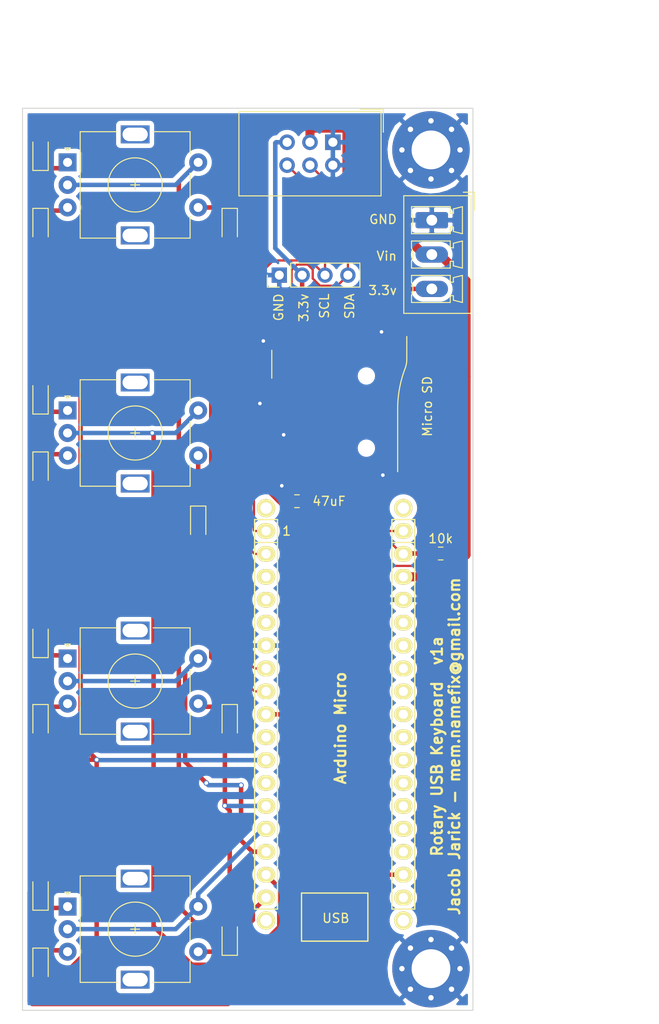
<source format=kicad_pcb>
(kicad_pcb (version 20171130) (host pcbnew "(5.1.6)-1")

  (general
    (thickness 1.6)
    (drawings 35)
    (tracks 217)
    (zones 0)
    (modules 30)
    (nets 52)
  )

  (page A4)
  (title_block
    (date "sam. 04 avril 2015")
  )

  (layers
    (0 F.Cu signal)
    (31 B.Cu signal)
    (32 B.Adhes user)
    (33 F.Adhes user)
    (34 B.Paste user)
    (35 F.Paste user)
    (36 B.SilkS user)
    (37 F.SilkS user)
    (38 B.Mask user)
    (39 F.Mask user)
    (40 Dwgs.User user)
    (41 Cmts.User user)
    (42 Eco1.User user)
    (43 Eco2.User user)
    (44 Edge.Cuts user)
    (45 Margin user)
    (46 B.CrtYd user)
    (47 F.CrtYd user)
    (48 B.Fab user)
    (49 F.Fab user)
  )

  (setup
    (last_trace_width 1)
    (user_trace_width 0.5)
    (user_trace_width 1)
    (trace_clearance 0.2)
    (zone_clearance 0.508)
    (zone_45_only no)
    (trace_min 0.2)
    (via_size 0.6)
    (via_drill 0.4)
    (via_min_size 0.4)
    (via_min_drill 0.3)
    (uvia_size 0.3)
    (uvia_drill 0.1)
    (uvias_allowed no)
    (uvia_min_size 0.2)
    (uvia_min_drill 0.1)
    (edge_width 0.1)
    (segment_width 0.15)
    (pcb_text_width 0.3)
    (pcb_text_size 1.5 1.5)
    (mod_edge_width 0.15)
    (mod_text_size 1 1)
    (mod_text_width 0.15)
    (pad_size 8.6 8.6)
    (pad_drill 4.3)
    (pad_to_mask_clearance 0)
    (aux_axis_origin 135.763 115.316)
    (visible_elements 7FFFFFFF)
    (pcbplotparams
      (layerselection 0x310ff_ffffffff)
      (usegerberextensions false)
      (usegerberattributes true)
      (usegerberadvancedattributes true)
      (creategerberjobfile true)
      (excludeedgelayer true)
      (linewidth 0.100000)
      (plotframeref false)
      (viasonmask false)
      (mode 1)
      (useauxorigin false)
      (hpglpennumber 1)
      (hpglpenspeed 20)
      (hpglpendiameter 15.000000)
      (psnegative false)
      (psa4output false)
      (plotreference true)
      (plotvalue true)
      (plotinvisibletext false)
      (padsonsilk false)
      (subtractmaskfromsilk true)
      (outputformat 1)
      (mirror false)
      (drillshape 0)
      (scaleselection 1)
      (outputdirectory "gerbers/"))
  )

  (net 0 "")
  (net 1 GND)
  (net 2 "/5(**)")
  (net 3 /7)
  (net 4 /Vin)
  (net 5 +5V)
  (net 6 /A5)
  (net 7 /A4)
  (net 8 /A3)
  (net 9 /A2)
  (net 10 /A1)
  (net 11 /A0)
  (net 12 /AREF)
  (net 13 "/13(**)")
  (net 14 "Net-(P3-Pad1)")
  (net 15 "Net-(P4-Pad1)")
  (net 16 "Net-(P5-Pad1)")
  (net 17 "Net-(P6-Pad1)")
  (net 18 "/1(Tx1)")
  (net 19 "/0(Rx1)")
  (net 20 "Net-(P2-Pad7)")
  (net 21 "Net-(P2-Pad8)")
  (net 22 +3V3)
  (net 23 SCL)
  (net 24 SDA)
  (net 25 MOSI)
  (net 26 CS)
  (net 27 SCK)
  (net 28 MISO)
  (net 29 "Net-(P7-Pad9)")
  (net 30 "Net-(P7-Pad8)")
  (net 31 rbus-a)
  (net 32 "Net-(D1-Pad1)")
  (net 33 rbus-b)
  (net 34 "Net-(D2-Pad1)")
  (net 35 "Net-(D3-Pad1)")
  (net 36 "Net-(D4-Pad1)")
  (net 37 "Net-(D5-Pad1)")
  (net 38 "Net-(D6-Pad1)")
  (net 39 "Net-(D7-Pad1)")
  (net 40 "Net-(D8-Pad1)")
  (net 41 rbus-s)
  (net 42 "Net-(D9-Pad1)")
  (net 43 "Net-(D10-Pad1)")
  (net 44 "Net-(D11-Pad1)")
  (net 45 "Net-(D12-Pad1)")
  (net 46 ecn1)
  (net 47 ecn2)
  (net 48 ecn3)
  (net 49 ecn4)
  (net 50 "Net-(P1-Pad5)")
  (net 51 "Net-(P2-Pad5)")

  (net_class Default "This is the default net class."
    (clearance 0.2)
    (trace_width 0.25)
    (via_dia 0.6)
    (via_drill 0.4)
    (uvia_dia 0.3)
    (uvia_drill 0.1)
    (add_net +3V3)
    (add_net +5V)
    (add_net "/0(Rx1)")
    (add_net "/1(Tx1)")
    (add_net "/13(**)")
    (add_net "/5(**)")
    (add_net /7)
    (add_net /A0)
    (add_net /A1)
    (add_net /A2)
    (add_net /A3)
    (add_net /A4)
    (add_net /A5)
    (add_net /AREF)
    (add_net /Vin)
    (add_net CS)
    (add_net GND)
    (add_net MISO)
    (add_net MOSI)
    (add_net "Net-(D1-Pad1)")
    (add_net "Net-(D10-Pad1)")
    (add_net "Net-(D11-Pad1)")
    (add_net "Net-(D12-Pad1)")
    (add_net "Net-(D2-Pad1)")
    (add_net "Net-(D3-Pad1)")
    (add_net "Net-(D4-Pad1)")
    (add_net "Net-(D5-Pad1)")
    (add_net "Net-(D6-Pad1)")
    (add_net "Net-(D7-Pad1)")
    (add_net "Net-(D8-Pad1)")
    (add_net "Net-(D9-Pad1)")
    (add_net "Net-(P1-Pad5)")
    (add_net "Net-(P2-Pad5)")
    (add_net "Net-(P2-Pad7)")
    (add_net "Net-(P2-Pad8)")
    (add_net "Net-(P3-Pad1)")
    (add_net "Net-(P4-Pad1)")
    (add_net "Net-(P5-Pad1)")
    (add_net "Net-(P6-Pad1)")
    (add_net "Net-(P7-Pad8)")
    (add_net "Net-(P7-Pad9)")
    (add_net SCK)
    (add_net SCL)
    (add_net SDA)
    (add_net ecn1)
    (add_net ecn2)
    (add_net ecn3)
    (add_net ecn4)
    (add_net rbus-a)
    (add_net rbus-b)
    (add_net rbus-s)
  )

  (module Diode_SMD:D_SOD-323_HandSoldering (layer F.Cu) (tedit 58641869) (tstamp 5EAB0A85)
    (at 133 116 90)
    (descr SOD-323)
    (tags SOD-323)
    (path /5EB3082F)
    (attr smd)
    (fp_text reference D12 (at 0 -1.85 90) (layer F.SilkS) hide
      (effects (font (size 1 1) (thickness 0.15)))
    )
    (fp_text value 1N4148W (at 0.1 1.9 90) (layer F.Fab)
      (effects (font (size 1 1) (thickness 0.15)))
    )
    (fp_text user %R (at 0 -1.85 90) (layer F.Fab)
      (effects (font (size 1 1) (thickness 0.15)))
    )
    (fp_line (start -1.9 -0.85) (end -1.9 0.85) (layer F.SilkS) (width 0.12))
    (fp_line (start 0.2 0) (end 0.45 0) (layer F.Fab) (width 0.1))
    (fp_line (start 0.2 0.35) (end -0.3 0) (layer F.Fab) (width 0.1))
    (fp_line (start 0.2 -0.35) (end 0.2 0.35) (layer F.Fab) (width 0.1))
    (fp_line (start -0.3 0) (end 0.2 -0.35) (layer F.Fab) (width 0.1))
    (fp_line (start -0.3 0) (end -0.5 0) (layer F.Fab) (width 0.1))
    (fp_line (start -0.3 -0.35) (end -0.3 0.35) (layer F.Fab) (width 0.1))
    (fp_line (start -0.9 0.7) (end -0.9 -0.7) (layer F.Fab) (width 0.1))
    (fp_line (start 0.9 0.7) (end -0.9 0.7) (layer F.Fab) (width 0.1))
    (fp_line (start 0.9 -0.7) (end 0.9 0.7) (layer F.Fab) (width 0.1))
    (fp_line (start -0.9 -0.7) (end 0.9 -0.7) (layer F.Fab) (width 0.1))
    (fp_line (start -2 -0.95) (end 2 -0.95) (layer F.CrtYd) (width 0.05))
    (fp_line (start 2 -0.95) (end 2 0.95) (layer F.CrtYd) (width 0.05))
    (fp_line (start -2 0.95) (end 2 0.95) (layer F.CrtYd) (width 0.05))
    (fp_line (start -2 -0.95) (end -2 0.95) (layer F.CrtYd) (width 0.05))
    (fp_line (start -1.9 0.85) (end 1.25 0.85) (layer F.SilkS) (width 0.12))
    (fp_line (start -1.9 -0.85) (end 1.25 -0.85) (layer F.SilkS) (width 0.12))
    (pad 2 smd rect (at 1.25 0 90) (size 1 1) (layers F.Cu F.Paste F.Mask)
      (net 41 rbus-s))
    (pad 1 smd rect (at -1.25 0 90) (size 1 1) (layers F.Cu F.Paste F.Mask)
      (net 45 "Net-(D12-Pad1)"))
    (model ${KISYS3DMOD}/Diode_SMD.3dshapes/D_SOD-323.wrl
      (at (xyz 0 0 0))
      (scale (xyz 1 1 1))
      (rotate (xyz 0 0 0))
    )
  )

  (module Diode_SMD:D_SOD-323_HandSoldering (layer F.Cu) (tedit 58641869) (tstamp 5EAB0A6C)
    (at 133 37 270)
    (descr SOD-323)
    (tags SOD-323)
    (path /5EB3BA42)
    (attr smd)
    (fp_text reference D11 (at 0 -1.85 90) (layer F.SilkS) hide
      (effects (font (size 1 1) (thickness 0.15)))
    )
    (fp_text value 1N4148W (at 0.1 1.9 90) (layer F.Fab)
      (effects (font (size 1 1) (thickness 0.15)))
    )
    (fp_text user %R (at 0 -1.85 90) (layer F.Fab)
      (effects (font (size 1 1) (thickness 0.15)))
    )
    (fp_line (start -1.9 -0.85) (end -1.9 0.85) (layer F.SilkS) (width 0.12))
    (fp_line (start 0.2 0) (end 0.45 0) (layer F.Fab) (width 0.1))
    (fp_line (start 0.2 0.35) (end -0.3 0) (layer F.Fab) (width 0.1))
    (fp_line (start 0.2 -0.35) (end 0.2 0.35) (layer F.Fab) (width 0.1))
    (fp_line (start -0.3 0) (end 0.2 -0.35) (layer F.Fab) (width 0.1))
    (fp_line (start -0.3 0) (end -0.5 0) (layer F.Fab) (width 0.1))
    (fp_line (start -0.3 -0.35) (end -0.3 0.35) (layer F.Fab) (width 0.1))
    (fp_line (start -0.9 0.7) (end -0.9 -0.7) (layer F.Fab) (width 0.1))
    (fp_line (start 0.9 0.7) (end -0.9 0.7) (layer F.Fab) (width 0.1))
    (fp_line (start 0.9 -0.7) (end 0.9 0.7) (layer F.Fab) (width 0.1))
    (fp_line (start -0.9 -0.7) (end 0.9 -0.7) (layer F.Fab) (width 0.1))
    (fp_line (start -2 -0.95) (end 2 -0.95) (layer F.CrtYd) (width 0.05))
    (fp_line (start 2 -0.95) (end 2 0.95) (layer F.CrtYd) (width 0.05))
    (fp_line (start -2 0.95) (end 2 0.95) (layer F.CrtYd) (width 0.05))
    (fp_line (start -2 -0.95) (end -2 0.95) (layer F.CrtYd) (width 0.05))
    (fp_line (start -1.9 0.85) (end 1.25 0.85) (layer F.SilkS) (width 0.12))
    (fp_line (start -1.9 -0.85) (end 1.25 -0.85) (layer F.SilkS) (width 0.12))
    (pad 2 smd rect (at 1.25 0 270) (size 1 1) (layers F.Cu F.Paste F.Mask)
      (net 41 rbus-s))
    (pad 1 smd rect (at -1.25 0 270) (size 1 1) (layers F.Cu F.Paste F.Mask)
      (net 44 "Net-(D11-Pad1)"))
    (model ${KISYS3DMOD}/Diode_SMD.3dshapes/D_SOD-323.wrl
      (at (xyz 0 0 0))
      (scale (xyz 1 1 1))
      (rotate (xyz 0 0 0))
    )
  )

  (module Diode_SMD:D_SOD-323_HandSoldering (layer F.Cu) (tedit 58641869) (tstamp 5EAB0A53)
    (at 133 92 270)
    (descr SOD-323)
    (tags SOD-323)
    (path /5EB385B9)
    (attr smd)
    (fp_text reference D10 (at 0 -1.85 90) (layer F.SilkS) hide
      (effects (font (size 1 1) (thickness 0.15)))
    )
    (fp_text value 1N4148W (at 0.1 1.9 90) (layer F.Fab)
      (effects (font (size 1 1) (thickness 0.15)))
    )
    (fp_text user %R (at 0 -1.85 90) (layer F.Fab)
      (effects (font (size 1 1) (thickness 0.15)))
    )
    (fp_line (start -1.9 -0.85) (end -1.9 0.85) (layer F.SilkS) (width 0.12))
    (fp_line (start 0.2 0) (end 0.45 0) (layer F.Fab) (width 0.1))
    (fp_line (start 0.2 0.35) (end -0.3 0) (layer F.Fab) (width 0.1))
    (fp_line (start 0.2 -0.35) (end 0.2 0.35) (layer F.Fab) (width 0.1))
    (fp_line (start -0.3 0) (end 0.2 -0.35) (layer F.Fab) (width 0.1))
    (fp_line (start -0.3 0) (end -0.5 0) (layer F.Fab) (width 0.1))
    (fp_line (start -0.3 -0.35) (end -0.3 0.35) (layer F.Fab) (width 0.1))
    (fp_line (start -0.9 0.7) (end -0.9 -0.7) (layer F.Fab) (width 0.1))
    (fp_line (start 0.9 0.7) (end -0.9 0.7) (layer F.Fab) (width 0.1))
    (fp_line (start 0.9 -0.7) (end 0.9 0.7) (layer F.Fab) (width 0.1))
    (fp_line (start -0.9 -0.7) (end 0.9 -0.7) (layer F.Fab) (width 0.1))
    (fp_line (start -2 -0.95) (end 2 -0.95) (layer F.CrtYd) (width 0.05))
    (fp_line (start 2 -0.95) (end 2 0.95) (layer F.CrtYd) (width 0.05))
    (fp_line (start -2 0.95) (end 2 0.95) (layer F.CrtYd) (width 0.05))
    (fp_line (start -2 -0.95) (end -2 0.95) (layer F.CrtYd) (width 0.05))
    (fp_line (start -1.9 0.85) (end 1.25 0.85) (layer F.SilkS) (width 0.12))
    (fp_line (start -1.9 -0.85) (end 1.25 -0.85) (layer F.SilkS) (width 0.12))
    (pad 2 smd rect (at 1.25 0 270) (size 1 1) (layers F.Cu F.Paste F.Mask)
      (net 41 rbus-s))
    (pad 1 smd rect (at -1.25 0 270) (size 1 1) (layers F.Cu F.Paste F.Mask)
      (net 43 "Net-(D10-Pad1)"))
    (model ${KISYS3DMOD}/Diode_SMD.3dshapes/D_SOD-323.wrl
      (at (xyz 0 0 0))
      (scale (xyz 1 1 1))
      (rotate (xyz 0 0 0))
    )
  )

  (module Diode_SMD:D_SOD-323_HandSoldering (layer F.Cu) (tedit 58641869) (tstamp 5EAB0A3A)
    (at 129.5 70 270)
    (descr SOD-323)
    (tags SOD-323)
    (path /5EB400BD)
    (attr smd)
    (fp_text reference D9 (at 0 -1.85 90) (layer F.SilkS) hide
      (effects (font (size 1 1) (thickness 0.15)))
    )
    (fp_text value 1N4148W (at 0.1 1.9 90) (layer F.Fab)
      (effects (font (size 1 1) (thickness 0.15)))
    )
    (fp_text user %R (at 0 -1.85 90) (layer F.Fab)
      (effects (font (size 1 1) (thickness 0.15)))
    )
    (fp_line (start -1.9 -0.85) (end -1.9 0.85) (layer F.SilkS) (width 0.12))
    (fp_line (start 0.2 0) (end 0.45 0) (layer F.Fab) (width 0.1))
    (fp_line (start 0.2 0.35) (end -0.3 0) (layer F.Fab) (width 0.1))
    (fp_line (start 0.2 -0.35) (end 0.2 0.35) (layer F.Fab) (width 0.1))
    (fp_line (start -0.3 0) (end 0.2 -0.35) (layer F.Fab) (width 0.1))
    (fp_line (start -0.3 0) (end -0.5 0) (layer F.Fab) (width 0.1))
    (fp_line (start -0.3 -0.35) (end -0.3 0.35) (layer F.Fab) (width 0.1))
    (fp_line (start -0.9 0.7) (end -0.9 -0.7) (layer F.Fab) (width 0.1))
    (fp_line (start 0.9 0.7) (end -0.9 0.7) (layer F.Fab) (width 0.1))
    (fp_line (start 0.9 -0.7) (end 0.9 0.7) (layer F.Fab) (width 0.1))
    (fp_line (start -0.9 -0.7) (end 0.9 -0.7) (layer F.Fab) (width 0.1))
    (fp_line (start -2 -0.95) (end 2 -0.95) (layer F.CrtYd) (width 0.05))
    (fp_line (start 2 -0.95) (end 2 0.95) (layer F.CrtYd) (width 0.05))
    (fp_line (start -2 0.95) (end 2 0.95) (layer F.CrtYd) (width 0.05))
    (fp_line (start -2 -0.95) (end -2 0.95) (layer F.CrtYd) (width 0.05))
    (fp_line (start -1.9 0.85) (end 1.25 0.85) (layer F.SilkS) (width 0.12))
    (fp_line (start -1.9 -0.85) (end 1.25 -0.85) (layer F.SilkS) (width 0.12))
    (pad 2 smd rect (at 1.25 0 270) (size 1 1) (layers F.Cu F.Paste F.Mask)
      (net 41 rbus-s))
    (pad 1 smd rect (at -1.25 0 270) (size 1 1) (layers F.Cu F.Paste F.Mask)
      (net 42 "Net-(D9-Pad1)"))
    (model ${KISYS3DMOD}/Diode_SMD.3dshapes/D_SOD-323.wrl
      (at (xyz 0 0 0))
      (scale (xyz 1 1 1))
      (rotate (xyz 0 0 0))
    )
  )

  (module Diode_SMD:D_SOD-323_HandSoldering (layer F.Cu) (tedit 58641869) (tstamp 5EAB0A21)
    (at 112 119 270)
    (descr SOD-323)
    (tags SOD-323)
    (path /5EB2B3A3)
    (attr smd)
    (fp_text reference D8 (at 0 -1.85 90) (layer F.SilkS) hide
      (effects (font (size 1 1) (thickness 0.15)))
    )
    (fp_text value 1N4148W (at 0.1 1.9 90) (layer F.Fab)
      (effects (font (size 1 1) (thickness 0.15)))
    )
    (fp_text user %R (at 0 -1.85 90) (layer F.Fab)
      (effects (font (size 1 1) (thickness 0.15)))
    )
    (fp_line (start -1.9 -0.85) (end -1.9 0.85) (layer F.SilkS) (width 0.12))
    (fp_line (start 0.2 0) (end 0.45 0) (layer F.Fab) (width 0.1))
    (fp_line (start 0.2 0.35) (end -0.3 0) (layer F.Fab) (width 0.1))
    (fp_line (start 0.2 -0.35) (end 0.2 0.35) (layer F.Fab) (width 0.1))
    (fp_line (start -0.3 0) (end 0.2 -0.35) (layer F.Fab) (width 0.1))
    (fp_line (start -0.3 0) (end -0.5 0) (layer F.Fab) (width 0.1))
    (fp_line (start -0.3 -0.35) (end -0.3 0.35) (layer F.Fab) (width 0.1))
    (fp_line (start -0.9 0.7) (end -0.9 -0.7) (layer F.Fab) (width 0.1))
    (fp_line (start 0.9 0.7) (end -0.9 0.7) (layer F.Fab) (width 0.1))
    (fp_line (start 0.9 -0.7) (end 0.9 0.7) (layer F.Fab) (width 0.1))
    (fp_line (start -0.9 -0.7) (end 0.9 -0.7) (layer F.Fab) (width 0.1))
    (fp_line (start -2 -0.95) (end 2 -0.95) (layer F.CrtYd) (width 0.05))
    (fp_line (start 2 -0.95) (end 2 0.95) (layer F.CrtYd) (width 0.05))
    (fp_line (start -2 0.95) (end 2 0.95) (layer F.CrtYd) (width 0.05))
    (fp_line (start -2 -0.95) (end -2 0.95) (layer F.CrtYd) (width 0.05))
    (fp_line (start -1.9 0.85) (end 1.25 0.85) (layer F.SilkS) (width 0.12))
    (fp_line (start -1.9 -0.85) (end 1.25 -0.85) (layer F.SilkS) (width 0.12))
    (pad 2 smd rect (at 1.25 0 270) (size 1 1) (layers F.Cu F.Paste F.Mask)
      (net 33 rbus-b))
    (pad 1 smd rect (at -1.25 0 270) (size 1 1) (layers F.Cu F.Paste F.Mask)
      (net 40 "Net-(D8-Pad1)"))
    (model ${KISYS3DMOD}/Diode_SMD.3dshapes/D_SOD-323.wrl
      (at (xyz 0 0 0))
      (scale (xyz 1 1 1))
      (rotate (xyz 0 0 0))
    )
  )

  (module Diode_SMD:D_SOD-323_HandSoldering (layer F.Cu) (tedit 58641869) (tstamp 5EAB0A08)
    (at 112 111 90)
    (descr SOD-323)
    (tags SOD-323)
    (path /5EB304BA)
    (attr smd)
    (fp_text reference D7 (at 0 -1.85 90) (layer F.SilkS) hide
      (effects (font (size 1 1) (thickness 0.15)))
    )
    (fp_text value 1N4148W (at 0.1 1.9 90) (layer F.Fab)
      (effects (font (size 1 1) (thickness 0.15)))
    )
    (fp_text user %R (at 0 -1.85 90) (layer F.Fab)
      (effects (font (size 1 1) (thickness 0.15)))
    )
    (fp_line (start -1.9 -0.85) (end -1.9 0.85) (layer F.SilkS) (width 0.12))
    (fp_line (start 0.2 0) (end 0.45 0) (layer F.Fab) (width 0.1))
    (fp_line (start 0.2 0.35) (end -0.3 0) (layer F.Fab) (width 0.1))
    (fp_line (start 0.2 -0.35) (end 0.2 0.35) (layer F.Fab) (width 0.1))
    (fp_line (start -0.3 0) (end 0.2 -0.35) (layer F.Fab) (width 0.1))
    (fp_line (start -0.3 0) (end -0.5 0) (layer F.Fab) (width 0.1))
    (fp_line (start -0.3 -0.35) (end -0.3 0.35) (layer F.Fab) (width 0.1))
    (fp_line (start -0.9 0.7) (end -0.9 -0.7) (layer F.Fab) (width 0.1))
    (fp_line (start 0.9 0.7) (end -0.9 0.7) (layer F.Fab) (width 0.1))
    (fp_line (start 0.9 -0.7) (end 0.9 0.7) (layer F.Fab) (width 0.1))
    (fp_line (start -0.9 -0.7) (end 0.9 -0.7) (layer F.Fab) (width 0.1))
    (fp_line (start -2 -0.95) (end 2 -0.95) (layer F.CrtYd) (width 0.05))
    (fp_line (start 2 -0.95) (end 2 0.95) (layer F.CrtYd) (width 0.05))
    (fp_line (start -2 0.95) (end 2 0.95) (layer F.CrtYd) (width 0.05))
    (fp_line (start -2 -0.95) (end -2 0.95) (layer F.CrtYd) (width 0.05))
    (fp_line (start -1.9 0.85) (end 1.25 0.85) (layer F.SilkS) (width 0.12))
    (fp_line (start -1.9 -0.85) (end 1.25 -0.85) (layer F.SilkS) (width 0.12))
    (pad 2 smd rect (at 1.25 0 90) (size 1 1) (layers F.Cu F.Paste F.Mask)
      (net 31 rbus-a))
    (pad 1 smd rect (at -1.25 0 90) (size 1 1) (layers F.Cu F.Paste F.Mask)
      (net 39 "Net-(D7-Pad1)"))
    (model ${KISYS3DMOD}/Diode_SMD.3dshapes/D_SOD-323.wrl
      (at (xyz 0 0 0))
      (scale (xyz 1 1 1))
      (rotate (xyz 0 0 0))
    )
  )

  (module Diode_SMD:D_SOD-323_HandSoldering (layer F.Cu) (tedit 58641869) (tstamp 5EAB09EF)
    (at 112 37 270)
    (descr SOD-323)
    (tags SOD-323)
    (path /5EB3BA34)
    (attr smd)
    (fp_text reference D6 (at 0 -1.85 90) (layer F.SilkS) hide
      (effects (font (size 1 1) (thickness 0.15)))
    )
    (fp_text value 1N4148W (at 0.1 1.9 90) (layer F.Fab)
      (effects (font (size 1 1) (thickness 0.15)))
    )
    (fp_text user %R (at 0 -1.85 90) (layer F.Fab)
      (effects (font (size 1 1) (thickness 0.15)))
    )
    (fp_line (start -1.9 -0.85) (end -1.9 0.85) (layer F.SilkS) (width 0.12))
    (fp_line (start 0.2 0) (end 0.45 0) (layer F.Fab) (width 0.1))
    (fp_line (start 0.2 0.35) (end -0.3 0) (layer F.Fab) (width 0.1))
    (fp_line (start 0.2 -0.35) (end 0.2 0.35) (layer F.Fab) (width 0.1))
    (fp_line (start -0.3 0) (end 0.2 -0.35) (layer F.Fab) (width 0.1))
    (fp_line (start -0.3 0) (end -0.5 0) (layer F.Fab) (width 0.1))
    (fp_line (start -0.3 -0.35) (end -0.3 0.35) (layer F.Fab) (width 0.1))
    (fp_line (start -0.9 0.7) (end -0.9 -0.7) (layer F.Fab) (width 0.1))
    (fp_line (start 0.9 0.7) (end -0.9 0.7) (layer F.Fab) (width 0.1))
    (fp_line (start 0.9 -0.7) (end 0.9 0.7) (layer F.Fab) (width 0.1))
    (fp_line (start -0.9 -0.7) (end 0.9 -0.7) (layer F.Fab) (width 0.1))
    (fp_line (start -2 -0.95) (end 2 -0.95) (layer F.CrtYd) (width 0.05))
    (fp_line (start 2 -0.95) (end 2 0.95) (layer F.CrtYd) (width 0.05))
    (fp_line (start -2 0.95) (end 2 0.95) (layer F.CrtYd) (width 0.05))
    (fp_line (start -2 -0.95) (end -2 0.95) (layer F.CrtYd) (width 0.05))
    (fp_line (start -1.9 0.85) (end 1.25 0.85) (layer F.SilkS) (width 0.12))
    (fp_line (start -1.9 -0.85) (end 1.25 -0.85) (layer F.SilkS) (width 0.12))
    (pad 2 smd rect (at 1.25 0 270) (size 1 1) (layers F.Cu F.Paste F.Mask)
      (net 33 rbus-b))
    (pad 1 smd rect (at -1.25 0 270) (size 1 1) (layers F.Cu F.Paste F.Mask)
      (net 38 "Net-(D6-Pad1)"))
    (model ${KISYS3DMOD}/Diode_SMD.3dshapes/D_SOD-323.wrl
      (at (xyz 0 0 0))
      (scale (xyz 1 1 1))
      (rotate (xyz 0 0 0))
    )
  )

  (module Diode_SMD:D_SOD-323_HandSoldering (layer F.Cu) (tedit 58641869) (tstamp 5EAB09D6)
    (at 112 29 90)
    (descr SOD-323)
    (tags SOD-323)
    (path /5EB3BA3C)
    (attr smd)
    (fp_text reference D5 (at 0 -1.85 90) (layer F.SilkS) hide
      (effects (font (size 1 1) (thickness 0.15)))
    )
    (fp_text value 1N4148W (at 0.1 1.9 90) (layer F.Fab)
      (effects (font (size 1 1) (thickness 0.15)))
    )
    (fp_text user %R (at 0 -1.85 90) (layer F.Fab)
      (effects (font (size 1 1) (thickness 0.15)))
    )
    (fp_line (start -1.9 -0.85) (end -1.9 0.85) (layer F.SilkS) (width 0.12))
    (fp_line (start 0.2 0) (end 0.45 0) (layer F.Fab) (width 0.1))
    (fp_line (start 0.2 0.35) (end -0.3 0) (layer F.Fab) (width 0.1))
    (fp_line (start 0.2 -0.35) (end 0.2 0.35) (layer F.Fab) (width 0.1))
    (fp_line (start -0.3 0) (end 0.2 -0.35) (layer F.Fab) (width 0.1))
    (fp_line (start -0.3 0) (end -0.5 0) (layer F.Fab) (width 0.1))
    (fp_line (start -0.3 -0.35) (end -0.3 0.35) (layer F.Fab) (width 0.1))
    (fp_line (start -0.9 0.7) (end -0.9 -0.7) (layer F.Fab) (width 0.1))
    (fp_line (start 0.9 0.7) (end -0.9 0.7) (layer F.Fab) (width 0.1))
    (fp_line (start 0.9 -0.7) (end 0.9 0.7) (layer F.Fab) (width 0.1))
    (fp_line (start -0.9 -0.7) (end 0.9 -0.7) (layer F.Fab) (width 0.1))
    (fp_line (start -2 -0.95) (end 2 -0.95) (layer F.CrtYd) (width 0.05))
    (fp_line (start 2 -0.95) (end 2 0.95) (layer F.CrtYd) (width 0.05))
    (fp_line (start -2 0.95) (end 2 0.95) (layer F.CrtYd) (width 0.05))
    (fp_line (start -2 -0.95) (end -2 0.95) (layer F.CrtYd) (width 0.05))
    (fp_line (start -1.9 0.85) (end 1.25 0.85) (layer F.SilkS) (width 0.12))
    (fp_line (start -1.9 -0.85) (end 1.25 -0.85) (layer F.SilkS) (width 0.12))
    (pad 2 smd rect (at 1.25 0 90) (size 1 1) (layers F.Cu F.Paste F.Mask)
      (net 31 rbus-a))
    (pad 1 smd rect (at -1.25 0 90) (size 1 1) (layers F.Cu F.Paste F.Mask)
      (net 37 "Net-(D5-Pad1)"))
    (model ${KISYS3DMOD}/Diode_SMD.3dshapes/D_SOD-323.wrl
      (at (xyz 0 0 0))
      (scale (xyz 1 1 1))
      (rotate (xyz 0 0 0))
    )
  )

  (module Diode_SMD:D_SOD-323_HandSoldering (layer F.Cu) (tedit 58641869) (tstamp 5EAB09BD)
    (at 112 92 270)
    (descr SOD-323)
    (tags SOD-323)
    (path /5EB385AB)
    (attr smd)
    (fp_text reference D4 (at 0 -1.85 90) (layer F.SilkS) hide
      (effects (font (size 1 1) (thickness 0.15)))
    )
    (fp_text value 1N4148W (at 0.1 1.9 90) (layer F.Fab)
      (effects (font (size 1 1) (thickness 0.15)))
    )
    (fp_text user %R (at 0 -1.85 90) (layer F.Fab)
      (effects (font (size 1 1) (thickness 0.15)))
    )
    (fp_line (start -1.9 -0.85) (end -1.9 0.85) (layer F.SilkS) (width 0.12))
    (fp_line (start 0.2 0) (end 0.45 0) (layer F.Fab) (width 0.1))
    (fp_line (start 0.2 0.35) (end -0.3 0) (layer F.Fab) (width 0.1))
    (fp_line (start 0.2 -0.35) (end 0.2 0.35) (layer F.Fab) (width 0.1))
    (fp_line (start -0.3 0) (end 0.2 -0.35) (layer F.Fab) (width 0.1))
    (fp_line (start -0.3 0) (end -0.5 0) (layer F.Fab) (width 0.1))
    (fp_line (start -0.3 -0.35) (end -0.3 0.35) (layer F.Fab) (width 0.1))
    (fp_line (start -0.9 0.7) (end -0.9 -0.7) (layer F.Fab) (width 0.1))
    (fp_line (start 0.9 0.7) (end -0.9 0.7) (layer F.Fab) (width 0.1))
    (fp_line (start 0.9 -0.7) (end 0.9 0.7) (layer F.Fab) (width 0.1))
    (fp_line (start -0.9 -0.7) (end 0.9 -0.7) (layer F.Fab) (width 0.1))
    (fp_line (start -2 -0.95) (end 2 -0.95) (layer F.CrtYd) (width 0.05))
    (fp_line (start 2 -0.95) (end 2 0.95) (layer F.CrtYd) (width 0.05))
    (fp_line (start -2 0.95) (end 2 0.95) (layer F.CrtYd) (width 0.05))
    (fp_line (start -2 -0.95) (end -2 0.95) (layer F.CrtYd) (width 0.05))
    (fp_line (start -1.9 0.85) (end 1.25 0.85) (layer F.SilkS) (width 0.12))
    (fp_line (start -1.9 -0.85) (end 1.25 -0.85) (layer F.SilkS) (width 0.12))
    (pad 2 smd rect (at 1.25 0 270) (size 1 1) (layers F.Cu F.Paste F.Mask)
      (net 33 rbus-b))
    (pad 1 smd rect (at -1.25 0 270) (size 1 1) (layers F.Cu F.Paste F.Mask)
      (net 36 "Net-(D4-Pad1)"))
    (model ${KISYS3DMOD}/Diode_SMD.3dshapes/D_SOD-323.wrl
      (at (xyz 0 0 0))
      (scale (xyz 1 1 1))
      (rotate (xyz 0 0 0))
    )
  )

  (module Diode_SMD:D_SOD-323_HandSoldering (layer F.Cu) (tedit 58641869) (tstamp 5EAB09A4)
    (at 112 83 90)
    (descr SOD-323)
    (tags SOD-323)
    (path /5EB385B3)
    (attr smd)
    (fp_text reference D3 (at 0 -1.85 90) (layer F.SilkS) hide
      (effects (font (size 1 1) (thickness 0.15)))
    )
    (fp_text value 1N4148W (at 0.1 1.9 90) (layer F.Fab)
      (effects (font (size 1 1) (thickness 0.15)))
    )
    (fp_text user %R (at 0 -1.85 90) (layer F.Fab)
      (effects (font (size 1 1) (thickness 0.15)))
    )
    (fp_line (start -1.9 -0.85) (end -1.9 0.85) (layer F.SilkS) (width 0.12))
    (fp_line (start 0.2 0) (end 0.45 0) (layer F.Fab) (width 0.1))
    (fp_line (start 0.2 0.35) (end -0.3 0) (layer F.Fab) (width 0.1))
    (fp_line (start 0.2 -0.35) (end 0.2 0.35) (layer F.Fab) (width 0.1))
    (fp_line (start -0.3 0) (end 0.2 -0.35) (layer F.Fab) (width 0.1))
    (fp_line (start -0.3 0) (end -0.5 0) (layer F.Fab) (width 0.1))
    (fp_line (start -0.3 -0.35) (end -0.3 0.35) (layer F.Fab) (width 0.1))
    (fp_line (start -0.9 0.7) (end -0.9 -0.7) (layer F.Fab) (width 0.1))
    (fp_line (start 0.9 0.7) (end -0.9 0.7) (layer F.Fab) (width 0.1))
    (fp_line (start 0.9 -0.7) (end 0.9 0.7) (layer F.Fab) (width 0.1))
    (fp_line (start -0.9 -0.7) (end 0.9 -0.7) (layer F.Fab) (width 0.1))
    (fp_line (start -2 -0.95) (end 2 -0.95) (layer F.CrtYd) (width 0.05))
    (fp_line (start 2 -0.95) (end 2 0.95) (layer F.CrtYd) (width 0.05))
    (fp_line (start -2 0.95) (end 2 0.95) (layer F.CrtYd) (width 0.05))
    (fp_line (start -2 -0.95) (end -2 0.95) (layer F.CrtYd) (width 0.05))
    (fp_line (start -1.9 0.85) (end 1.25 0.85) (layer F.SilkS) (width 0.12))
    (fp_line (start -1.9 -0.85) (end 1.25 -0.85) (layer F.SilkS) (width 0.12))
    (pad 2 smd rect (at 1.25 0 90) (size 1 1) (layers F.Cu F.Paste F.Mask)
      (net 31 rbus-a))
    (pad 1 smd rect (at -1.25 0 90) (size 1 1) (layers F.Cu F.Paste F.Mask)
      (net 35 "Net-(D3-Pad1)"))
    (model ${KISYS3DMOD}/Diode_SMD.3dshapes/D_SOD-323.wrl
      (at (xyz 0 0 0))
      (scale (xyz 1 1 1))
      (rotate (xyz 0 0 0))
    )
  )

  (module Diode_SMD:D_SOD-323_HandSoldering (layer F.Cu) (tedit 58641869) (tstamp 5EAB098B)
    (at 112 64 270)
    (descr SOD-323)
    (tags SOD-323)
    (path /5EB400AF)
    (attr smd)
    (fp_text reference D2 (at 0 -1.85 90) (layer F.SilkS) hide
      (effects (font (size 1 1) (thickness 0.15)))
    )
    (fp_text value 1N4148W (at 0.1 1.9 90) (layer F.Fab)
      (effects (font (size 1 1) (thickness 0.15)))
    )
    (fp_text user %R (at 0 -1.85 90) (layer F.Fab)
      (effects (font (size 1 1) (thickness 0.15)))
    )
    (fp_line (start -1.9 -0.85) (end -1.9 0.85) (layer F.SilkS) (width 0.12))
    (fp_line (start 0.2 0) (end 0.45 0) (layer F.Fab) (width 0.1))
    (fp_line (start 0.2 0.35) (end -0.3 0) (layer F.Fab) (width 0.1))
    (fp_line (start 0.2 -0.35) (end 0.2 0.35) (layer F.Fab) (width 0.1))
    (fp_line (start -0.3 0) (end 0.2 -0.35) (layer F.Fab) (width 0.1))
    (fp_line (start -0.3 0) (end -0.5 0) (layer F.Fab) (width 0.1))
    (fp_line (start -0.3 -0.35) (end -0.3 0.35) (layer F.Fab) (width 0.1))
    (fp_line (start -0.9 0.7) (end -0.9 -0.7) (layer F.Fab) (width 0.1))
    (fp_line (start 0.9 0.7) (end -0.9 0.7) (layer F.Fab) (width 0.1))
    (fp_line (start 0.9 -0.7) (end 0.9 0.7) (layer F.Fab) (width 0.1))
    (fp_line (start -0.9 -0.7) (end 0.9 -0.7) (layer F.Fab) (width 0.1))
    (fp_line (start -2 -0.95) (end 2 -0.95) (layer F.CrtYd) (width 0.05))
    (fp_line (start 2 -0.95) (end 2 0.95) (layer F.CrtYd) (width 0.05))
    (fp_line (start -2 0.95) (end 2 0.95) (layer F.CrtYd) (width 0.05))
    (fp_line (start -2 -0.95) (end -2 0.95) (layer F.CrtYd) (width 0.05))
    (fp_line (start -1.9 0.85) (end 1.25 0.85) (layer F.SilkS) (width 0.12))
    (fp_line (start -1.9 -0.85) (end 1.25 -0.85) (layer F.SilkS) (width 0.12))
    (pad 2 smd rect (at 1.25 0 270) (size 1 1) (layers F.Cu F.Paste F.Mask)
      (net 33 rbus-b))
    (pad 1 smd rect (at -1.25 0 270) (size 1 1) (layers F.Cu F.Paste F.Mask)
      (net 34 "Net-(D2-Pad1)"))
    (model ${KISYS3DMOD}/Diode_SMD.3dshapes/D_SOD-323.wrl
      (at (xyz 0 0 0))
      (scale (xyz 1 1 1))
      (rotate (xyz 0 0 0))
    )
  )

  (module Diode_SMD:D_SOD-323_HandSoldering (layer F.Cu) (tedit 58641869) (tstamp 5EAB0972)
    (at 112 56 90)
    (descr SOD-323)
    (tags SOD-323)
    (path /5EB400B7)
    (attr smd)
    (fp_text reference D1 (at 0 -1.85 90) (layer F.SilkS) hide
      (effects (font (size 1 1) (thickness 0.15)))
    )
    (fp_text value 1N4148W (at 0.1 1.9 90) (layer F.Fab)
      (effects (font (size 1 1) (thickness 0.15)))
    )
    (fp_text user %R (at 0 -1.85 90) (layer F.Fab)
      (effects (font (size 1 1) (thickness 0.15)))
    )
    (fp_line (start -1.9 -0.85) (end -1.9 0.85) (layer F.SilkS) (width 0.12))
    (fp_line (start 0.2 0) (end 0.45 0) (layer F.Fab) (width 0.1))
    (fp_line (start 0.2 0.35) (end -0.3 0) (layer F.Fab) (width 0.1))
    (fp_line (start 0.2 -0.35) (end 0.2 0.35) (layer F.Fab) (width 0.1))
    (fp_line (start -0.3 0) (end 0.2 -0.35) (layer F.Fab) (width 0.1))
    (fp_line (start -0.3 0) (end -0.5 0) (layer F.Fab) (width 0.1))
    (fp_line (start -0.3 -0.35) (end -0.3 0.35) (layer F.Fab) (width 0.1))
    (fp_line (start -0.9 0.7) (end -0.9 -0.7) (layer F.Fab) (width 0.1))
    (fp_line (start 0.9 0.7) (end -0.9 0.7) (layer F.Fab) (width 0.1))
    (fp_line (start 0.9 -0.7) (end 0.9 0.7) (layer F.Fab) (width 0.1))
    (fp_line (start -0.9 -0.7) (end 0.9 -0.7) (layer F.Fab) (width 0.1))
    (fp_line (start -2 -0.95) (end 2 -0.95) (layer F.CrtYd) (width 0.05))
    (fp_line (start 2 -0.95) (end 2 0.95) (layer F.CrtYd) (width 0.05))
    (fp_line (start -2 0.95) (end 2 0.95) (layer F.CrtYd) (width 0.05))
    (fp_line (start -2 -0.95) (end -2 0.95) (layer F.CrtYd) (width 0.05))
    (fp_line (start -1.9 0.85) (end 1.25 0.85) (layer F.SilkS) (width 0.12))
    (fp_line (start -1.9 -0.85) (end 1.25 -0.85) (layer F.SilkS) (width 0.12))
    (pad 2 smd rect (at 1.25 0 90) (size 1 1) (layers F.Cu F.Paste F.Mask)
      (net 31 rbus-a))
    (pad 1 smd rect (at -1.25 0 90) (size 1 1) (layers F.Cu F.Paste F.Mask)
      (net 32 "Net-(D1-Pad1)"))
    (model ${KISYS3DMOD}/Diode_SMD.3dshapes/D_SOD-323.wrl
      (at (xyz 0 0 0))
      (scale (xyz 1 1 1))
      (rotate (xyz 0 0 0))
    )
  )

  (module Capacitor_SMD:C_0805_2012Metric (layer F.Cu) (tedit 5B36C52B) (tstamp 5EAB64E7)
    (at 140.462 67.564)
    (descr "Capacitor SMD 0805 (2012 Metric), square (rectangular) end terminal, IPC_7351 nominal, (Body size source: https://docs.google.com/spreadsheets/d/1BsfQQcO9C6DZCsRaXUlFlo91Tg2WpOkGARC1WS5S8t0/edit?usp=sharing), generated with kicad-footprint-generator")
    (tags capacitor)
    (path /5EB8F30D)
    (attr smd)
    (fp_text reference C1 (at 0 1.778) (layer F.SilkS) hide
      (effects (font (size 1 1) (thickness 0.15)))
    )
    (fp_text value 47uF (at 3.556 0) (layer F.SilkS)
      (effects (font (size 1 1) (thickness 0.15)))
    )
    (fp_line (start 1.68 0.95) (end -1.68 0.95) (layer F.CrtYd) (width 0.05))
    (fp_line (start 1.68 -0.95) (end 1.68 0.95) (layer F.CrtYd) (width 0.05))
    (fp_line (start -1.68 -0.95) (end 1.68 -0.95) (layer F.CrtYd) (width 0.05))
    (fp_line (start -1.68 0.95) (end -1.68 -0.95) (layer F.CrtYd) (width 0.05))
    (fp_line (start -0.258578 0.71) (end 0.258578 0.71) (layer F.SilkS) (width 0.12))
    (fp_line (start -0.258578 -0.71) (end 0.258578 -0.71) (layer F.SilkS) (width 0.12))
    (fp_line (start 1 0.6) (end -1 0.6) (layer F.Fab) (width 0.1))
    (fp_line (start 1 -0.6) (end 1 0.6) (layer F.Fab) (width 0.1))
    (fp_line (start -1 -0.6) (end 1 -0.6) (layer F.Fab) (width 0.1))
    (fp_line (start -1 0.6) (end -1 -0.6) (layer F.Fab) (width 0.1))
    (fp_text user %R (at 0 0) (layer F.Fab)
      (effects (font (size 0.5 0.5) (thickness 0.08)))
    )
    (pad 2 smd roundrect (at 0.9375 0) (size 0.975 1.4) (layers F.Cu F.Paste F.Mask) (roundrect_rratio 0.25)
      (net 1 GND))
    (pad 1 smd roundrect (at -0.9375 0) (size 0.975 1.4) (layers F.Cu F.Paste F.Mask) (roundrect_rratio 0.25)
      (net 22 +3V3))
    (model ${KISYS3DMOD}/Capacitor_SMD.3dshapes/C_0805_2012Metric.wrl
      (at (xyz 0 0 0))
      (scale (xyz 1 1 1))
      (rotate (xyz 0 0 0))
    )
  )

  (module Connector_Phoenix_MC:PhoenixContact_MCV_1,5_3-G-3.81_1x03_P3.81mm_Vertical (layer F.Cu) (tedit 5B784ED1) (tstamp 5EAB4AA5)
    (at 155.43 36.41 270)
    (descr "Generic Phoenix Contact connector footprint for: MCV_1,5/3-G-3.81; number of pins: 03; pin pitch: 3.81mm; Vertical || order number: 1803439 8A 160V")
    (tags "phoenix_contact connector MCV_01x03_G_3.81mm")
    (path /5EB6BBD5)
    (fp_text reference J3 (at 3.81 -5.45 90) (layer F.SilkS) hide
      (effects (font (size 1 1) (thickness 0.15)))
    )
    (fp_text value Conn_01x03 (at 3.81 4.2 90) (layer F.Fab)
      (effects (font (size 1 1) (thickness 0.15)))
    )
    (fp_line (start -3.1 -4.75) (end -1.1 -4.75) (layer F.Fab) (width 0.1))
    (fp_line (start -3.1 -3.5) (end -3.1 -4.75) (layer F.Fab) (width 0.1))
    (fp_line (start -3.1 -4.75) (end -1.1 -4.75) (layer F.SilkS) (width 0.12))
    (fp_line (start -3.1 -3.5) (end -3.1 -4.75) (layer F.SilkS) (width 0.12))
    (fp_line (start 10.72 -4.75) (end -3.1 -4.75) (layer F.CrtYd) (width 0.05))
    (fp_line (start 10.72 3.5) (end 10.72 -4.75) (layer F.CrtYd) (width 0.05))
    (fp_line (start -3.1 3.5) (end 10.72 3.5) (layer F.CrtYd) (width 0.05))
    (fp_line (start -3.1 -4.75) (end -3.1 3.5) (layer F.CrtYd) (width 0.05))
    (fp_line (start 9.12 2.25) (end 8.37 2.25) (layer F.SilkS) (width 0.12))
    (fp_line (start 9.12 -2.05) (end 9.12 2.25) (layer F.SilkS) (width 0.12))
    (fp_line (start 8.37 -2.05) (end 9.12 -2.05) (layer F.SilkS) (width 0.12))
    (fp_line (start 8.37 -2.4) (end 8.37 -2.05) (layer F.SilkS) (width 0.12))
    (fp_line (start 8.87 -2.4) (end 8.37 -2.4) (layer F.SilkS) (width 0.12))
    (fp_line (start 9.12 -3.4) (end 8.87 -2.4) (layer F.SilkS) (width 0.12))
    (fp_line (start 6.12 -3.4) (end 9.12 -3.4) (layer F.SilkS) (width 0.12))
    (fp_line (start 6.37 -2.4) (end 6.12 -3.4) (layer F.SilkS) (width 0.12))
    (fp_line (start 6.87 -2.4) (end 6.37 -2.4) (layer F.SilkS) (width 0.12))
    (fp_line (start 6.87 -2.05) (end 6.87 -2.4) (layer F.SilkS) (width 0.12))
    (fp_line (start 6.12 -2.05) (end 6.87 -2.05) (layer F.SilkS) (width 0.12))
    (fp_line (start 6.12 2.25) (end 6.12 -2.05) (layer F.SilkS) (width 0.12))
    (fp_line (start 6.87 2.25) (end 6.12 2.25) (layer F.SilkS) (width 0.12))
    (fp_line (start 5.31 2.25) (end 4.56 2.25) (layer F.SilkS) (width 0.12))
    (fp_line (start 5.31 -2.05) (end 5.31 2.25) (layer F.SilkS) (width 0.12))
    (fp_line (start 4.56 -2.05) (end 5.31 -2.05) (layer F.SilkS) (width 0.12))
    (fp_line (start 4.56 -2.4) (end 4.56 -2.05) (layer F.SilkS) (width 0.12))
    (fp_line (start 5.06 -2.4) (end 4.56 -2.4) (layer F.SilkS) (width 0.12))
    (fp_line (start 5.31 -3.4) (end 5.06 -2.4) (layer F.SilkS) (width 0.12))
    (fp_line (start 2.31 -3.4) (end 5.31 -3.4) (layer F.SilkS) (width 0.12))
    (fp_line (start 2.56 -2.4) (end 2.31 -3.4) (layer F.SilkS) (width 0.12))
    (fp_line (start 3.06 -2.4) (end 2.56 -2.4) (layer F.SilkS) (width 0.12))
    (fp_line (start 3.06 -2.05) (end 3.06 -2.4) (layer F.SilkS) (width 0.12))
    (fp_line (start 2.31 -2.05) (end 3.06 -2.05) (layer F.SilkS) (width 0.12))
    (fp_line (start 2.31 2.25) (end 2.31 -2.05) (layer F.SilkS) (width 0.12))
    (fp_line (start 3.06 2.25) (end 2.31 2.25) (layer F.SilkS) (width 0.12))
    (fp_line (start 1.5 2.25) (end 0.75 2.25) (layer F.SilkS) (width 0.12))
    (fp_line (start 1.5 -2.05) (end 1.5 2.25) (layer F.SilkS) (width 0.12))
    (fp_line (start 0.75 -2.05) (end 1.5 -2.05) (layer F.SilkS) (width 0.12))
    (fp_line (start 0.75 -2.4) (end 0.75 -2.05) (layer F.SilkS) (width 0.12))
    (fp_line (start 1.25 -2.4) (end 0.75 -2.4) (layer F.SilkS) (width 0.12))
    (fp_line (start 1.5 -3.4) (end 1.25 -2.4) (layer F.SilkS) (width 0.12))
    (fp_line (start -1.5 -3.4) (end 1.5 -3.4) (layer F.SilkS) (width 0.12))
    (fp_line (start -1.25 -2.4) (end -1.5 -3.4) (layer F.SilkS) (width 0.12))
    (fp_line (start -0.75 -2.4) (end -1.25 -2.4) (layer F.SilkS) (width 0.12))
    (fp_line (start -0.75 -2.05) (end -0.75 -2.4) (layer F.SilkS) (width 0.12))
    (fp_line (start -1.5 -2.05) (end -0.75 -2.05) (layer F.SilkS) (width 0.12))
    (fp_line (start -1.5 2.25) (end -1.5 -2.05) (layer F.SilkS) (width 0.12))
    (fp_line (start -0.75 2.25) (end -1.5 2.25) (layer F.SilkS) (width 0.12))
    (fp_line (start 10.22 -4.25) (end -2.6 -4.25) (layer F.Fab) (width 0.1))
    (fp_line (start 10.22 3) (end 10.22 -4.25) (layer F.Fab) (width 0.1))
    (fp_line (start -2.6 3) (end 10.22 3) (layer F.Fab) (width 0.1))
    (fp_line (start -2.6 -4.25) (end -2.6 3) (layer F.Fab) (width 0.1))
    (fp_line (start 10.33 -4.36) (end -2.71 -4.36) (layer F.SilkS) (width 0.12))
    (fp_line (start 10.33 3.11) (end 10.33 -4.36) (layer F.SilkS) (width 0.12))
    (fp_line (start -2.71 3.11) (end 10.33 3.11) (layer F.SilkS) (width 0.12))
    (fp_line (start -2.71 -4.36) (end -2.71 3.11) (layer F.SilkS) (width 0.12))
    (fp_text user %R (at 3.81 -3.55 90) (layer F.Fab)
      (effects (font (size 1 1) (thickness 0.15)))
    )
    (fp_arc (start 7.62 3.95) (end 6.87 2.25) (angle 47.6) (layer F.SilkS) (width 0.12))
    (fp_arc (start 3.81 3.95) (end 3.06 2.25) (angle 47.6) (layer F.SilkS) (width 0.12))
    (fp_arc (start 0 3.95) (end -0.75 2.25) (angle 47.6) (layer F.SilkS) (width 0.12))
    (pad 3 thru_hole oval (at 7.62 0 270) (size 1.8 3.6) (drill 1.2) (layers *.Cu *.Mask)
      (net 22 +3V3))
    (pad 2 thru_hole oval (at 3.81 0 270) (size 1.8 3.6) (drill 1.2) (layers *.Cu *.Mask)
      (net 4 /Vin))
    (pad 1 thru_hole roundrect (at 0 0 270) (size 1.8 3.6) (drill 1.2) (layers *.Cu *.Mask) (roundrect_rratio 0.138889)
      (net 1 GND))
    (model ${KISYS3DMOD}/Connector_Phoenix_MC.3dshapes/PhoenixContact_MCV_1,5_3-G-3.81_1x03_P3.81mm_Vertical.wrl
      (at (xyz 0 0 0))
      (scale (xyz 1 1 1))
      (rotate (xyz 0 0 0))
    )
  )

  (module Rotary_Encoder:RotaryEncoder_Alps_EC11E-Switch_Vertical_H20mm (layer F.Cu) (tedit 5A74C8CB) (tstamp 5EAB0CEF)
    (at 115 30)
    (descr "Alps rotary encoder, EC12E... with switch, vertical shaft, http://www.alps.com/prod/info/E/HTML/Encoder/Incremental/EC11/EC11E15204A3.html")
    (tags "rotary encoder")
    (path /5EB3BA2E)
    (fp_text reference SW4 (at 7.428 -5.108) (layer F.SilkS) hide
      (effects (font (size 1 1) (thickness 0.15)))
    )
    (fp_text value Rotary_Encoder_Switch (at 7.5 10.4) (layer F.Fab)
      (effects (font (size 1 1) (thickness 0.15)))
    )
    (fp_circle (center 7.5 2.5) (end 10.5 2.5) (layer F.Fab) (width 0.12))
    (fp_circle (center 7.5 2.5) (end 10.5 2.5) (layer F.SilkS) (width 0.12))
    (fp_line (start 16 9.6) (end -1.5 9.6) (layer F.CrtYd) (width 0.05))
    (fp_line (start 16 9.6) (end 16 -4.6) (layer F.CrtYd) (width 0.05))
    (fp_line (start -1.5 -4.6) (end -1.5 9.6) (layer F.CrtYd) (width 0.05))
    (fp_line (start -1.5 -4.6) (end 16 -4.6) (layer F.CrtYd) (width 0.05))
    (fp_line (start 2.5 -3.3) (end 13.5 -3.3) (layer F.Fab) (width 0.12))
    (fp_line (start 13.5 -3.3) (end 13.5 8.3) (layer F.Fab) (width 0.12))
    (fp_line (start 13.5 8.3) (end 1.5 8.3) (layer F.Fab) (width 0.12))
    (fp_line (start 1.5 8.3) (end 1.5 -2.2) (layer F.Fab) (width 0.12))
    (fp_line (start 1.5 -2.2) (end 2.5 -3.3) (layer F.Fab) (width 0.12))
    (fp_line (start 9.5 -3.4) (end 13.6 -3.4) (layer F.SilkS) (width 0.12))
    (fp_line (start 13.6 8.4) (end 9.5 8.4) (layer F.SilkS) (width 0.12))
    (fp_line (start 5.5 8.4) (end 1.4 8.4) (layer F.SilkS) (width 0.12))
    (fp_line (start 5.5 -3.4) (end 1.4 -3.4) (layer F.SilkS) (width 0.12))
    (fp_line (start 1.4 -3.4) (end 1.4 8.4) (layer F.SilkS) (width 0.12))
    (fp_line (start 0 -1.3) (end -0.3 -1.6) (layer F.SilkS) (width 0.12))
    (fp_line (start -0.3 -1.6) (end 0.3 -1.6) (layer F.SilkS) (width 0.12))
    (fp_line (start 0.3 -1.6) (end 0 -1.3) (layer F.SilkS) (width 0.12))
    (fp_line (start 7.5 -0.5) (end 7.5 5.5) (layer F.Fab) (width 0.12))
    (fp_line (start 4.5 2.5) (end 10.5 2.5) (layer F.Fab) (width 0.12))
    (fp_line (start 13.6 -3.4) (end 13.6 -1) (layer F.SilkS) (width 0.12))
    (fp_line (start 13.6 1.2) (end 13.6 3.8) (layer F.SilkS) (width 0.12))
    (fp_line (start 13.6 6) (end 13.6 8.4) (layer F.SilkS) (width 0.12))
    (fp_line (start 7.5 2) (end 7.5 3) (layer F.SilkS) (width 0.12))
    (fp_line (start 7 2.5) (end 8 2.5) (layer F.SilkS) (width 0.12))
    (fp_text user %R (at 11.1 6.3) (layer F.Fab)
      (effects (font (size 1 1) (thickness 0.15)))
    )
    (pad A thru_hole rect (at 0 0) (size 2 2) (drill 1) (layers *.Cu *.Mask)
      (net 37 "Net-(D5-Pad1)"))
    (pad C thru_hole circle (at 0 2.5) (size 2 2) (drill 1) (layers *.Cu *.Mask)
      (net 48 ecn3))
    (pad B thru_hole circle (at 0 5) (size 2 2) (drill 1) (layers *.Cu *.Mask)
      (net 38 "Net-(D6-Pad1)"))
    (pad MP thru_hole rect (at 7.5 -3.1) (size 3.2 2) (drill oval 2.8 1.5) (layers *.Cu *.Mask))
    (pad MP thru_hole rect (at 7.5 8.1) (size 3.2 2) (drill oval 2.8 1.5) (layers *.Cu *.Mask))
    (pad S2 thru_hole circle (at 14.5 0) (size 2 2) (drill 1) (layers *.Cu *.Mask)
      (net 48 ecn3))
    (pad S1 thru_hole circle (at 14.5 5) (size 2 2) (drill 1) (layers *.Cu *.Mask)
      (net 44 "Net-(D11-Pad1)"))
    (model ${KISYS3DMOD}/Rotary_Encoder.3dshapes/RotaryEncoder_Alps_EC11E-Switch_Vertical_H20mm.wrl
      (at (xyz 0 0 0))
      (scale (xyz 1 1 1))
      (rotate (xyz 0 0 0))
    )
  )

  (module Rotary_Encoder:RotaryEncoder_Alps_EC11E-Switch_Vertical_H20mm (layer F.Cu) (tedit 5A74C8CB) (tstamp 5EAB0CC9)
    (at 115 85)
    (descr "Alps rotary encoder, EC12E... with switch, vertical shaft, http://www.alps.com/prod/info/E/HTML/Encoder/Incremental/EC11/EC11E15204A3.html")
    (tags "rotary encoder")
    (path /5EB385A5)
    (fp_text reference SW3 (at 7.428 -5.752) (layer F.SilkS) hide
      (effects (font (size 1 1) (thickness 0.15)))
    )
    (fp_text value Rotary_Encoder_Switch (at 7.5 10.4) (layer F.SilkS) hide
      (effects (font (size 1 1) (thickness 0.15)))
    )
    (fp_circle (center 7.5 2.5) (end 10.5 2.5) (layer F.Fab) (width 0.12))
    (fp_circle (center 7.5 2.5) (end 10.5 2.5) (layer F.SilkS) (width 0.12))
    (fp_line (start 16 9.6) (end -1.5 9.6) (layer F.CrtYd) (width 0.05))
    (fp_line (start 16 9.6) (end 16 -4.6) (layer F.CrtYd) (width 0.05))
    (fp_line (start -1.5 -4.6) (end -1.5 9.6) (layer F.CrtYd) (width 0.05))
    (fp_line (start -1.5 -4.6) (end 16 -4.6) (layer F.CrtYd) (width 0.05))
    (fp_line (start 2.5 -3.3) (end 13.5 -3.3) (layer F.Fab) (width 0.12))
    (fp_line (start 13.5 -3.3) (end 13.5 8.3) (layer F.Fab) (width 0.12))
    (fp_line (start 13.5 8.3) (end 1.5 8.3) (layer F.Fab) (width 0.12))
    (fp_line (start 1.5 8.3) (end 1.5 -2.2) (layer F.Fab) (width 0.12))
    (fp_line (start 1.5 -2.2) (end 2.5 -3.3) (layer F.Fab) (width 0.12))
    (fp_line (start 9.5 -3.4) (end 13.6 -3.4) (layer F.SilkS) (width 0.12))
    (fp_line (start 13.6 8.4) (end 9.5 8.4) (layer F.SilkS) (width 0.12))
    (fp_line (start 5.5 8.4) (end 1.4 8.4) (layer F.SilkS) (width 0.12))
    (fp_line (start 5.5 -3.4) (end 1.4 -3.4) (layer F.SilkS) (width 0.12))
    (fp_line (start 1.4 -3.4) (end 1.4 8.4) (layer F.SilkS) (width 0.12))
    (fp_line (start 0 -1.3) (end -0.3 -1.6) (layer F.SilkS) (width 0.12))
    (fp_line (start -0.3 -1.6) (end 0.3 -1.6) (layer F.SilkS) (width 0.12))
    (fp_line (start 0.3 -1.6) (end 0 -1.3) (layer F.SilkS) (width 0.12))
    (fp_line (start 7.5 -0.5) (end 7.5 5.5) (layer F.Fab) (width 0.12))
    (fp_line (start 4.5 2.5) (end 10.5 2.5) (layer F.Fab) (width 0.12))
    (fp_line (start 13.6 -3.4) (end 13.6 -1) (layer F.SilkS) (width 0.12))
    (fp_line (start 13.6 1.2) (end 13.6 3.8) (layer F.SilkS) (width 0.12))
    (fp_line (start 13.6 6) (end 13.6 8.4) (layer F.SilkS) (width 0.12))
    (fp_line (start 7.5 2) (end 7.5 3) (layer F.SilkS) (width 0.12))
    (fp_line (start 7 2.5) (end 8 2.5) (layer F.SilkS) (width 0.12))
    (fp_text user %R (at 11.1 6.3) (layer F.Fab)
      (effects (font (size 1 1) (thickness 0.15)))
    )
    (pad A thru_hole rect (at 0 0) (size 2 2) (drill 1) (layers *.Cu *.Mask)
      (net 35 "Net-(D3-Pad1)"))
    (pad C thru_hole circle (at 0 2.5) (size 2 2) (drill 1) (layers *.Cu *.Mask)
      (net 47 ecn2))
    (pad B thru_hole circle (at 0 5) (size 2 2) (drill 1) (layers *.Cu *.Mask)
      (net 36 "Net-(D4-Pad1)"))
    (pad MP thru_hole rect (at 7.5 -3.1) (size 3.2 2) (drill oval 2.8 1.5) (layers *.Cu *.Mask))
    (pad MP thru_hole rect (at 7.5 8.1) (size 3.2 2) (drill oval 2.8 1.5) (layers *.Cu *.Mask))
    (pad S2 thru_hole circle (at 14.5 0) (size 2 2) (drill 1) (layers *.Cu *.Mask)
      (net 47 ecn2))
    (pad S1 thru_hole circle (at 14.5 5) (size 2 2) (drill 1) (layers *.Cu *.Mask)
      (net 43 "Net-(D10-Pad1)"))
    (model ${KISYS3DMOD}/Rotary_Encoder.3dshapes/RotaryEncoder_Alps_EC11E-Switch_Vertical_H20mm.wrl
      (at (xyz 0 0 0))
      (scale (xyz 1 1 1))
      (rotate (xyz 0 0 0))
    )
  )

  (module Rotary_Encoder:RotaryEncoder_Alps_EC11E-Switch_Vertical_H20mm (layer F.Cu) (tedit 5A74C8CB) (tstamp 5EAB0CA3)
    (at 115 57.5)
    (descr "Alps rotary encoder, EC12E... with switch, vertical shaft, http://www.alps.com/prod/info/E/HTML/Encoder/Incremental/EC11/EC11E15204A3.html")
    (tags "rotary encoder")
    (path /5EB400A9)
    (fp_text reference SW2 (at 7.428 -5.684) (layer F.SilkS) hide
      (effects (font (size 1 1) (thickness 0.15)))
    )
    (fp_text value Rotary_Encoder_Switch (at 4.634 10.318) (layer F.Fab) hide
      (effects (font (size 1 1) (thickness 0.15)))
    )
    (fp_circle (center 7.5 2.5) (end 10.5 2.5) (layer F.Fab) (width 0.12))
    (fp_circle (center 7.5 2.5) (end 10.5 2.5) (layer F.SilkS) (width 0.12))
    (fp_line (start 16 9.6) (end -1.5 9.6) (layer F.CrtYd) (width 0.05))
    (fp_line (start 16 9.6) (end 16 -4.6) (layer F.CrtYd) (width 0.05))
    (fp_line (start -1.5 -4.6) (end -1.5 9.6) (layer F.CrtYd) (width 0.05))
    (fp_line (start -1.5 -4.6) (end 16 -4.6) (layer F.CrtYd) (width 0.05))
    (fp_line (start 2.5 -3.3) (end 13.5 -3.3) (layer F.Fab) (width 0.12))
    (fp_line (start 13.5 -3.3) (end 13.5 8.3) (layer F.Fab) (width 0.12))
    (fp_line (start 13.5 8.3) (end 1.5 8.3) (layer F.Fab) (width 0.12))
    (fp_line (start 1.5 8.3) (end 1.5 -2.2) (layer F.Fab) (width 0.12))
    (fp_line (start 1.5 -2.2) (end 2.5 -3.3) (layer F.Fab) (width 0.12))
    (fp_line (start 9.5 -3.4) (end 13.6 -3.4) (layer F.SilkS) (width 0.12))
    (fp_line (start 13.6 8.4) (end 9.5 8.4) (layer F.SilkS) (width 0.12))
    (fp_line (start 5.5 8.4) (end 1.4 8.4) (layer F.SilkS) (width 0.12))
    (fp_line (start 5.5 -3.4) (end 1.4 -3.4) (layer F.SilkS) (width 0.12))
    (fp_line (start 1.4 -3.4) (end 1.4 8.4) (layer F.SilkS) (width 0.12))
    (fp_line (start 0 -1.3) (end -0.3 -1.6) (layer F.SilkS) (width 0.12))
    (fp_line (start -0.3 -1.6) (end 0.3 -1.6) (layer F.SilkS) (width 0.12))
    (fp_line (start 0.3 -1.6) (end 0 -1.3) (layer F.SilkS) (width 0.12))
    (fp_line (start 7.5 -0.5) (end 7.5 5.5) (layer F.Fab) (width 0.12))
    (fp_line (start 4.5 2.5) (end 10.5 2.5) (layer F.Fab) (width 0.12))
    (fp_line (start 13.6 -3.4) (end 13.6 -1) (layer F.SilkS) (width 0.12))
    (fp_line (start 13.6 1.2) (end 13.6 3.8) (layer F.SilkS) (width 0.12))
    (fp_line (start 13.6 6) (end 13.6 8.4) (layer F.SilkS) (width 0.12))
    (fp_line (start 7.5 2) (end 7.5 3) (layer F.SilkS) (width 0.12))
    (fp_line (start 7 2.5) (end 8 2.5) (layer F.SilkS) (width 0.12))
    (fp_text user %R (at 11.1 6.3) (layer F.Fab)
      (effects (font (size 1 1) (thickness 0.15)))
    )
    (pad A thru_hole rect (at 0 0) (size 2 2) (drill 1) (layers *.Cu *.Mask)
      (net 32 "Net-(D1-Pad1)"))
    (pad C thru_hole circle (at 0 2.5) (size 2 2) (drill 1) (layers *.Cu *.Mask)
      (net 49 ecn4))
    (pad B thru_hole circle (at 0 5) (size 2 2) (drill 1) (layers *.Cu *.Mask)
      (net 34 "Net-(D2-Pad1)"))
    (pad MP thru_hole rect (at 7.5 -3.1) (size 3.2 2) (drill oval 2.8 1.5) (layers *.Cu *.Mask))
    (pad MP thru_hole rect (at 7.5 8.1) (size 3.2 2) (drill oval 2.8 1.5) (layers *.Cu *.Mask))
    (pad S2 thru_hole circle (at 14.5 0) (size 2 2) (drill 1) (layers *.Cu *.Mask)
      (net 49 ecn4))
    (pad S1 thru_hole circle (at 14.5 5) (size 2 2) (drill 1) (layers *.Cu *.Mask)
      (net 42 "Net-(D9-Pad1)"))
    (model ${KISYS3DMOD}/Rotary_Encoder.3dshapes/RotaryEncoder_Alps_EC11E-Switch_Vertical_H20mm.wrl
      (at (xyz 0 0 0))
      (scale (xyz 1 1 1))
      (rotate (xyz 0 0 0))
    )
  )

  (module MountingHole:MountingHole_4.3mm_M4_Pad_Via (layer F.Cu) (tedit 5EAB0B74) (tstamp 5EAAE478)
    (at 155.34 119.38)
    (descr "Mounting Hole 4.3mm, M4")
    (tags "mounting hole 4.3mm m4")
    (path /5EADA3B0)
    (attr virtual)
    (fp_text reference H2 (at 0 -5.3) (layer F.SilkS) hide
      (effects (font (size 1 1) (thickness 0.15)))
    )
    (fp_text value MountingHole_Pad (at 0 5.3) (layer F.Fab)
      (effects (font (size 1 1) (thickness 0.15)))
    )
    (fp_circle (center 0 0) (end 4.55 0) (layer F.CrtYd) (width 0.05))
    (fp_circle (center 0 0) (end 4.3 0) (layer Cmts.User) (width 0.15))
    (fp_text user %R (at 0.3 0) (layer F.Fab)
      (effects (font (size 1 1) (thickness 0.15)))
    )
    (pad 1 thru_hole circle (at 2.280419 -2.280419) (size 0.9 0.9) (drill 0.6) (layers *.Cu *.Mask)
      (net 1 GND))
    (pad 1 thru_hole circle (at 0 -3.225) (size 0.9 0.9) (drill 0.6) (layers *.Cu *.Mask)
      (net 1 GND))
    (pad 1 thru_hole circle (at -2.280419 -2.280419) (size 0.9 0.9) (drill 0.6) (layers *.Cu *.Mask)
      (net 1 GND))
    (pad 1 thru_hole circle (at -3.225 0) (size 0.9 0.9) (drill 0.6) (layers *.Cu *.Mask)
      (net 1 GND))
    (pad 1 thru_hole circle (at -2.280419 2.280419) (size 0.9 0.9) (drill 0.6) (layers *.Cu *.Mask)
      (net 1 GND))
    (pad 1 thru_hole circle (at 0 3.225) (size 0.9 0.9) (drill 0.6) (layers *.Cu *.Mask)
      (net 1 GND))
    (pad 1 thru_hole circle (at 2.280419 2.280419) (size 0.9 0.9) (drill 0.6) (layers *.Cu *.Mask)
      (net 1 GND))
    (pad 1 thru_hole circle (at 3.225 0) (size 0.9 0.9) (drill 0.6) (layers *.Cu *.Mask)
      (net 1 GND))
    (pad 1 thru_hole circle (at 0 0) (size 8.6 8.6) (drill 4.3) (layers *.Cu *.Mask)
      (net 1 GND))
  )

  (module MountingHole:MountingHole_4.3mm_M4_Pad_Via (layer F.Cu) (tedit 56DDBFD7) (tstamp 5EAAE468)
    (at 155.34 28.62)
    (descr "Mounting Hole 4.3mm, M4")
    (tags "mounting hole 4.3mm m4")
    (path /5EAD7E43)
    (attr virtual)
    (fp_text reference H1 (at 0 -5.3) (layer F.SilkS) hide
      (effects (font (size 1 1) (thickness 0.15)))
    )
    (fp_text value MountingHole_Pad (at 0 5.3) (layer F.Fab)
      (effects (font (size 1 1) (thickness 0.15)))
    )
    (fp_circle (center 0 0) (end 4.55 0) (layer F.CrtYd) (width 0.05))
    (fp_circle (center 0 0) (end 4.3 0) (layer Cmts.User) (width 0.15))
    (fp_text user %R (at 0.3 0) (layer F.Fab)
      (effects (font (size 1 1) (thickness 0.15)))
    )
    (pad 1 thru_hole circle (at 2.280419 -2.280419) (size 0.9 0.9) (drill 0.6) (layers *.Cu *.Mask)
      (net 1 GND))
    (pad 1 thru_hole circle (at 0 -3.225) (size 0.9 0.9) (drill 0.6) (layers *.Cu *.Mask)
      (net 1 GND))
    (pad 1 thru_hole circle (at -2.280419 -2.280419) (size 0.9 0.9) (drill 0.6) (layers *.Cu *.Mask)
      (net 1 GND))
    (pad 1 thru_hole circle (at -3.225 0) (size 0.9 0.9) (drill 0.6) (layers *.Cu *.Mask)
      (net 1 GND))
    (pad 1 thru_hole circle (at -2.280419 2.280419) (size 0.9 0.9) (drill 0.6) (layers *.Cu *.Mask)
      (net 1 GND))
    (pad 1 thru_hole circle (at 0 3.225) (size 0.9 0.9) (drill 0.6) (layers *.Cu *.Mask)
      (net 1 GND))
    (pad 1 thru_hole circle (at 2.280419 2.280419) (size 0.9 0.9) (drill 0.6) (layers *.Cu *.Mask)
      (net 1 GND))
    (pad 1 thru_hole circle (at 3.225 0) (size 0.9 0.9) (drill 0.6) (layers *.Cu *.Mask)
      (net 1 GND))
    (pad 1 thru_hole circle (at 0 0) (size 8.6 8.6) (drill 4.3) (layers *.Cu *.Mask)
      (net 1 GND))
  )

  (module Rotary_Encoder:RotaryEncoder_Alps_EC11E-Switch_Vertical_H20mm (layer F.Cu) (tedit 5A74C8CB) (tstamp 5EAAE044)
    (at 115 112.5)
    (descr "Alps rotary encoder, EC12E... with switch, vertical shaft, http://www.alps.com/prod/info/E/HTML/Encoder/Incremental/EC11/EC11E15204A3.html")
    (tags "rotary encoder")
    (path /5EABDC20)
    (fp_text reference SW1 (at 7.682 -5.566) (layer F.SilkS) hide
      (effects (font (size 1 1) (thickness 0.15)))
    )
    (fp_text value Rotary_Encoder_Switch (at 7.5 10.4) (layer F.SilkS) hide
      (effects (font (size 1 1) (thickness 0.15)))
    )
    (fp_circle (center 7.5 2.5) (end 10.5 2.5) (layer F.Fab) (width 0.12))
    (fp_circle (center 7.5 2.5) (end 10.5 2.5) (layer F.SilkS) (width 0.12))
    (fp_line (start 16 9.6) (end -1.5 9.6) (layer F.CrtYd) (width 0.05))
    (fp_line (start 16 9.6) (end 16 -4.6) (layer F.CrtYd) (width 0.05))
    (fp_line (start -1.5 -4.6) (end -1.5 9.6) (layer F.CrtYd) (width 0.05))
    (fp_line (start -1.5 -4.6) (end 16 -4.6) (layer F.CrtYd) (width 0.05))
    (fp_line (start 2.5 -3.3) (end 13.5 -3.3) (layer F.Fab) (width 0.12))
    (fp_line (start 13.5 -3.3) (end 13.5 8.3) (layer F.Fab) (width 0.12))
    (fp_line (start 13.5 8.3) (end 1.5 8.3) (layer F.Fab) (width 0.12))
    (fp_line (start 1.5 8.3) (end 1.5 -2.2) (layer F.Fab) (width 0.12))
    (fp_line (start 1.5 -2.2) (end 2.5 -3.3) (layer F.Fab) (width 0.12))
    (fp_line (start 9.5 -3.4) (end 13.6 -3.4) (layer F.SilkS) (width 0.12))
    (fp_line (start 13.6 8.4) (end 9.5 8.4) (layer F.SilkS) (width 0.12))
    (fp_line (start 5.5 8.4) (end 1.4 8.4) (layer F.SilkS) (width 0.12))
    (fp_line (start 5.5 -3.4) (end 1.4 -3.4) (layer F.SilkS) (width 0.12))
    (fp_line (start 1.4 -3.4) (end 1.4 8.4) (layer F.SilkS) (width 0.12))
    (fp_line (start 0 -1.3) (end -0.3 -1.6) (layer F.SilkS) (width 0.12))
    (fp_line (start -0.3 -1.6) (end 0.3 -1.6) (layer F.SilkS) (width 0.12))
    (fp_line (start 0.3 -1.6) (end 0 -1.3) (layer F.SilkS) (width 0.12))
    (fp_line (start 7.5 -0.5) (end 7.5 5.5) (layer F.Fab) (width 0.12))
    (fp_line (start 4.5 2.5) (end 10.5 2.5) (layer F.Fab) (width 0.12))
    (fp_line (start 13.6 -3.4) (end 13.6 -1) (layer F.SilkS) (width 0.12))
    (fp_line (start 13.6 1.2) (end 13.6 3.8) (layer F.SilkS) (width 0.12))
    (fp_line (start 13.6 6) (end 13.6 8.4) (layer F.SilkS) (width 0.12))
    (fp_line (start 7.5 2) (end 7.5 3) (layer F.SilkS) (width 0.12))
    (fp_line (start 7 2.5) (end 8 2.5) (layer F.SilkS) (width 0.12))
    (fp_text user %R (at 11.1 6.3) (layer F.Fab)
      (effects (font (size 1 1) (thickness 0.15)))
    )
    (pad A thru_hole rect (at 0 0) (size 2 2) (drill 1) (layers *.Cu *.Mask)
      (net 39 "Net-(D7-Pad1)"))
    (pad C thru_hole circle (at 0 2.5) (size 2 2) (drill 1) (layers *.Cu *.Mask)
      (net 46 ecn1))
    (pad B thru_hole circle (at 0 5) (size 2 2) (drill 1) (layers *.Cu *.Mask)
      (net 40 "Net-(D8-Pad1)"))
    (pad MP thru_hole rect (at 7.5 -3.1) (size 3.2 2) (drill oval 2.8 1.5) (layers *.Cu *.Mask))
    (pad MP thru_hole rect (at 7.5 8.1) (size 3.2 2) (drill oval 2.8 1.5) (layers *.Cu *.Mask))
    (pad S2 thru_hole circle (at 14.5 0) (size 2 2) (drill 1) (layers *.Cu *.Mask)
      (net 46 ecn1))
    (pad S1 thru_hole circle (at 14.5 5) (size 2 2) (drill 1) (layers *.Cu *.Mask)
      (net 45 "Net-(D12-Pad1)"))
    (model ${KISYS3DMOD}/Rotary_Encoder.3dshapes/RotaryEncoder_Alps_EC11E-Switch_Vertical_H20mm.wrl
      (at (xyz 0 0 0))
      (scale (xyz 1 1 1))
      (rotate (xyz 0 0 0))
    )
  )

  (module Resistor_SMD:R_0805_2012Metric (layer F.Cu) (tedit 5B36C52B) (tstamp 5EAADB89)
    (at 156.42 73.36 180)
    (descr "Resistor SMD 0805 (2012 Metric), square (rectangular) end terminal, IPC_7351 nominal, (Body size source: https://docs.google.com/spreadsheets/d/1BsfQQcO9C6DZCsRaXUlFlo91Tg2WpOkGARC1WS5S8t0/edit?usp=sharing), generated with kicad-footprint-generator")
    (tags resistor)
    (path /5EAB7A01)
    (attr smd)
    (fp_text reference R1 (at 0 -1.65) (layer F.SilkS) hide
      (effects (font (size 1 1) (thickness 0.15)))
    )
    (fp_text value 10k (at 0 1.65) (layer F.SilkS)
      (effects (font (size 1 1) (thickness 0.15)))
    )
    (fp_line (start 1.68 0.95) (end -1.68 0.95) (layer F.CrtYd) (width 0.05))
    (fp_line (start 1.68 -0.95) (end 1.68 0.95) (layer F.CrtYd) (width 0.05))
    (fp_line (start -1.68 -0.95) (end 1.68 -0.95) (layer F.CrtYd) (width 0.05))
    (fp_line (start -1.68 0.95) (end -1.68 -0.95) (layer F.CrtYd) (width 0.05))
    (fp_line (start -0.258578 0.71) (end 0.258578 0.71) (layer F.SilkS) (width 0.12))
    (fp_line (start -0.258578 -0.71) (end 0.258578 -0.71) (layer F.SilkS) (width 0.12))
    (fp_line (start 1 0.6) (end -1 0.6) (layer F.Fab) (width 0.1))
    (fp_line (start 1 -0.6) (end 1 0.6) (layer F.Fab) (width 0.1))
    (fp_line (start -1 -0.6) (end 1 -0.6) (layer F.Fab) (width 0.1))
    (fp_line (start -1 0.6) (end -1 -0.6) (layer F.Fab) (width 0.1))
    (fp_text user %R (at 0 0) (layer F.Fab)
      (effects (font (size 0.5 0.5) (thickness 0.08)))
    )
    (pad 2 smd roundrect (at 0.9375 0 180) (size 0.975 1.4) (layers F.Cu F.Paste F.Mask) (roundrect_rratio 0.25)
      (net 28 MISO))
    (pad 1 smd roundrect (at -0.9375 0 180) (size 0.975 1.4) (layers F.Cu F.Paste F.Mask) (roundrect_rratio 0.25)
      (net 22 +3V3))
    (model ${KISYS3DMOD}/Resistor_SMD.3dshapes/R_0805_2012Metric.wrl
      (at (xyz 0 0 0))
      (scale (xyz 1 1 1))
      (rotate (xyz 0 0 0))
    )
  )

  (module ST-TF-003A:SUNTECH_ST-TF-003A (layer F.Cu) (tedit 5E1DF6D4) (tstamp 5EAAEACC)
    (at 143 58 90)
    (path /5EAAFC64)
    (fp_text reference P7 (at -4.57732 -7.38873 90) (layer F.SilkS) hide
      (effects (font (size 1.000504 1.000504) (thickness 0.015)))
    )
    (fp_text value ST-TF-003A (at 3.6869 10.885505 90) (layer F.Fab)
      (effects (font (size 1.001882 1.001882) (thickness 0.015)))
    )
    (fp_line (start -7.75 10) (end -7.75 -6.5) (layer F.CrtYd) (width 0.127))
    (fp_line (start 10.25 10) (end -7.75 10) (layer F.CrtYd) (width 0.127))
    (fp_line (start 10.25 -6.5) (end 10.25 10) (layer F.CrtYd) (width 0.127))
    (fp_line (start -7.75 -6.5) (end 10.25 -6.5) (layer F.CrtYd) (width 0.127))
    (fp_line (start 7.17 -5.33) (end 4.07 -5.33) (layer F.SilkS) (width 0.127))
    (fp_poly (pts (xy -1.33137 -4.43) (xy 0.67 -4.43) (xy 0.67 4.57471) (xy -1.33137 4.57471)) (layer Dwgs.User) (width 0.01))
    (fp_line (start 7.302 -4.187) (end 8.699 -4.187) (layer F.Fab) (width 0.127))
    (fp_line (start 7.302 -5.33) (end 7.302 -4.187) (layer F.Fab) (width 0.127))
    (fp_line (start -6.287 -5.33) (end 7.302 -5.33) (layer F.Fab) (width 0.127))
    (fp_line (start -6.287 8.64) (end -6.287 -5.33) (layer F.Fab) (width 0.127))
    (fp_line (start 0.6469 8.64) (end -6.287 8.64) (layer F.SilkS) (width 0.127))
    (fp_line (start 8.699 9.656) (end 6.1679 9.656) (layer F.SilkS) (width 0.127))
    (fp_line (start 8.699 -4.187) (end 8.699 9.656) (layer F.Fab) (width 0.127))
    (fp_arc (start 0.646878 21.339982) (end 0.6469 8.64) (angle 20.8543) (layer F.SilkS) (width 0.127))
    (fp_arc (start 6.167855 6.847398) (end 5.168 9.472) (angle -20.8555) (layer F.SilkS) (width 0.127))
    (pad None np_thru_hole circle (at 4.32 5.17 90) (size 0.9 0.9) (drill 0.9) (layers *.Cu *.Mask))
    (pad None np_thru_hole circle (at -3.68 5.17 90) (size 0.9 0.9) (drill 0.9) (layers *.Cu *.Mask))
    (pad G3 smd rect (at 9.12 4.77 90) (size 1.4 2.2) (layers F.Cu F.Paste F.Mask)
      (net 1 GND))
    (pad G4 smd rect (at 8.22 -4.83 90) (size 1.8 1.4) (layers F.Cu F.Paste F.Mask)
      (net 1 GND))
    (pad G2 smd rect (at -6.58 4.77 90) (size 1.4 2.2) (layers F.Cu F.Paste F.Mask)
      (net 1 GND))
    (pad G1 smd rect (at -6.58 -4.73 90) (size 1.4 1.6) (layers F.Cu F.Paste F.Mask)
      (net 1 GND))
    (pad 9 smd rect (at -5.28 -5.33 90) (size 0.7 1.6) (layers F.Cu F.Paste F.Mask)
      (net 29 "Net-(P7-Pad9)"))
    (pad 8 smd rect (at -4.18 -5.33 90) (size 0.7 1.6) (layers F.Cu F.Paste F.Mask)
      (net 30 "Net-(P7-Pad8)"))
    (pad 7 smd rect (at -3.08 -5.33 90) (size 0.7 1.6) (layers F.Cu F.Paste F.Mask)
      (net 28 MISO))
    (pad 6 smd rect (at -1.98 -5.33 90) (size 0.7 1.6) (layers F.Cu F.Paste F.Mask)
      (net 1 GND))
    (pad 5 smd rect (at -0.88 -5.33 90) (size 0.7 1.6) (layers F.Cu F.Paste F.Mask)
      (net 27 SCK))
    (pad 4 smd rect (at 0.22 -5.33 90) (size 0.7 1.6) (layers F.Cu F.Paste F.Mask)
      (net 22 +3V3))
    (pad 3 smd rect (at 1.32 -5.33 90) (size 0.7 1.6) (layers F.Cu F.Paste F.Mask)
      (net 1 GND))
    (pad 2 smd rect (at 2.42 -5.33 90) (size 0.7 1.6) (layers F.Cu F.Paste F.Mask)
      (net 25 MOSI))
    (pad 1 smd rect (at 3.52 -5.33 90) (size 0.7 1.6) (layers F.Cu F.Paste F.Mask)
      (net 26 CS))
  )

  (module Connector_PinHeader_2.54mm:PinHeader_1x04_P2.54mm_Vertical (layer F.Cu) (tedit 59FED5CC) (tstamp 5EAA83C3)
    (at 138.5 42.5 90)
    (descr "Through hole straight pin header, 1x04, 2.54mm pitch, single row")
    (tags "Through hole pin header THT 1x04 2.54mm single row")
    (path /5EAA838B)
    (fp_text reference J2 (at 0 -2.33 90) (layer F.SilkS) hide
      (effects (font (size 1 1) (thickness 0.15)))
    )
    (fp_text value Conn_01x04_Female (at 0 9.95 90) (layer F.Fab)
      (effects (font (size 1 1) (thickness 0.15)))
    )
    (fp_line (start 1.8 -1.8) (end -1.8 -1.8) (layer F.CrtYd) (width 0.05))
    (fp_line (start 1.8 9.4) (end 1.8 -1.8) (layer F.CrtYd) (width 0.05))
    (fp_line (start -1.8 9.4) (end 1.8 9.4) (layer F.CrtYd) (width 0.05))
    (fp_line (start -1.8 -1.8) (end -1.8 9.4) (layer F.CrtYd) (width 0.05))
    (fp_line (start -1.33 -1.33) (end 0 -1.33) (layer F.SilkS) (width 0.12))
    (fp_line (start -1.33 0) (end -1.33 -1.33) (layer F.SilkS) (width 0.12))
    (fp_line (start -1.33 1.27) (end 1.33 1.27) (layer F.SilkS) (width 0.12))
    (fp_line (start 1.33 1.27) (end 1.33 8.95) (layer F.SilkS) (width 0.12))
    (fp_line (start -1.33 1.27) (end -1.33 8.95) (layer F.SilkS) (width 0.12))
    (fp_line (start -1.33 8.95) (end 1.33 8.95) (layer F.SilkS) (width 0.12))
    (fp_line (start -1.27 -0.635) (end -0.635 -1.27) (layer F.Fab) (width 0.1))
    (fp_line (start -1.27 8.89) (end -1.27 -0.635) (layer F.Fab) (width 0.1))
    (fp_line (start 1.27 8.89) (end -1.27 8.89) (layer F.Fab) (width 0.1))
    (fp_line (start 1.27 -1.27) (end 1.27 8.89) (layer F.Fab) (width 0.1))
    (fp_line (start -0.635 -1.27) (end 1.27 -1.27) (layer F.Fab) (width 0.1))
    (fp_text user %R (at 0 3.81) (layer F.Fab)
      (effects (font (size 1 1) (thickness 0.15)))
    )
    (pad 4 thru_hole oval (at 0 7.62 90) (size 1.7 1.7) (drill 1) (layers *.Cu *.Mask)
      (net 24 SDA))
    (pad 3 thru_hole oval (at 0 5.08 90) (size 1.7 1.7) (drill 1) (layers *.Cu *.Mask)
      (net 23 SCL))
    (pad 2 thru_hole oval (at 0 2.54 90) (size 1.7 1.7) (drill 1) (layers *.Cu *.Mask)
      (net 22 +3V3))
    (pad 1 thru_hole rect (at 0 0 90) (size 1.7 1.7) (drill 1) (layers *.Cu *.Mask)
      (net 1 GND))
    (model ${KISYS3DMOD}/Connector_PinHeader_2.54mm.3dshapes/PinHeader_1x04_P2.54mm_Vertical.wrl
      (at (xyz 0 0 0))
      (scale (xyz 1 1 1))
      (rotate (xyz 0 0 0))
    )
  )

  (module Connector_IDC:IDC-Header_2x03_P2.54mm_Vertical (layer F.Cu) (tedit 59DE0819) (tstamp 5EAA2692)
    (at 144.45 27.77 270)
    (descr "Through hole straight IDC box header, 2x03, 2.54mm pitch, double rows")
    (tags "Through hole IDC box header THT 2x03 2.54mm double row")
    (path /5EA9DB3D)
    (fp_text reference J1 (at 1.27 -6.604 90) (layer F.SilkS) hide
      (effects (font (size 1 1) (thickness 0.15)))
    )
    (fp_text value Conn_02x03_Odd_Even (at 1.27 11.684 90) (layer F.Fab)
      (effects (font (size 1 1) (thickness 0.15)))
    )
    (fp_line (start -3.655 -5.6) (end -1.115 -5.6) (layer F.SilkS) (width 0.12))
    (fp_line (start -3.655 -5.6) (end -3.655 -3.06) (layer F.SilkS) (width 0.12))
    (fp_line (start -3.405 -5.35) (end 5.945 -5.35) (layer F.SilkS) (width 0.12))
    (fp_line (start -3.405 10.43) (end -3.405 -5.35) (layer F.SilkS) (width 0.12))
    (fp_line (start 5.945 10.43) (end -3.405 10.43) (layer F.SilkS) (width 0.12))
    (fp_line (start 5.945 -5.35) (end 5.945 10.43) (layer F.SilkS) (width 0.12))
    (fp_line (start -3.41 -5.35) (end 5.95 -5.35) (layer F.CrtYd) (width 0.05))
    (fp_line (start -3.41 10.43) (end -3.41 -5.35) (layer F.CrtYd) (width 0.05))
    (fp_line (start 5.95 10.43) (end -3.41 10.43) (layer F.CrtYd) (width 0.05))
    (fp_line (start 5.95 -5.35) (end 5.95 10.43) (layer F.CrtYd) (width 0.05))
    (fp_line (start -3.155 10.18) (end -2.605 9.62) (layer F.Fab) (width 0.1))
    (fp_line (start -3.155 -5.1) (end -2.605 -4.56) (layer F.Fab) (width 0.1))
    (fp_line (start 5.695 10.18) (end 5.145 9.62) (layer F.Fab) (width 0.1))
    (fp_line (start 5.695 -5.1) (end 5.145 -4.56) (layer F.Fab) (width 0.1))
    (fp_line (start 5.145 9.62) (end -2.605 9.62) (layer F.Fab) (width 0.1))
    (fp_line (start 5.695 10.18) (end -3.155 10.18) (layer F.Fab) (width 0.1))
    (fp_line (start 5.145 -4.56) (end -2.605 -4.56) (layer F.Fab) (width 0.1))
    (fp_line (start 5.695 -5.1) (end -3.155 -5.1) (layer F.Fab) (width 0.1))
    (fp_line (start -2.605 4.79) (end -3.155 4.79) (layer F.Fab) (width 0.1))
    (fp_line (start -2.605 0.29) (end -3.155 0.29) (layer F.Fab) (width 0.1))
    (fp_line (start -2.605 4.79) (end -2.605 9.62) (layer F.Fab) (width 0.1))
    (fp_line (start -2.605 -4.56) (end -2.605 0.29) (layer F.Fab) (width 0.1))
    (fp_line (start -3.155 -5.1) (end -3.155 10.18) (layer F.Fab) (width 0.1))
    (fp_line (start 5.145 -4.56) (end 5.145 9.62) (layer F.Fab) (width 0.1))
    (fp_line (start 5.695 -5.1) (end 5.695 10.18) (layer F.Fab) (width 0.1))
    (fp_text user %R (at 1.27 2.54 90) (layer F.Fab)
      (effects (font (size 1 1) (thickness 0.15)))
    )
    (pad 6 thru_hole oval (at 2.54 5.08 270) (size 1.7272 1.7272) (drill 1.016) (layers *.Cu *.Mask)
      (net 23 SCL))
    (pad 5 thru_hole oval (at 0 5.08 270) (size 1.7272 1.7272) (drill 1.016) (layers *.Cu *.Mask)
      (net 22 +3V3))
    (pad 4 thru_hole oval (at 2.54 2.54 270) (size 1.7272 1.7272) (drill 1.016) (layers *.Cu *.Mask)
      (net 24 SDA))
    (pad 3 thru_hole oval (at 0 2.54 270) (size 1.7272 1.7272) (drill 1.016) (layers *.Cu *.Mask)
      (net 4 /Vin))
    (pad 2 thru_hole oval (at 2.54 0 270) (size 1.7272 1.7272) (drill 1.016) (layers *.Cu *.Mask)
      (net 1 GND))
    (pad 1 thru_hole rect (at 0 0 270) (size 1.7272 1.7272) (drill 1.016) (layers *.Cu *.Mask)
      (net 1 GND))
    (model ${KISYS3DMOD}/Connector_IDC.3dshapes/IDC-Header_2x03_P2.54mm_Vertical.wrl
      (at (xyz 0 0 0))
      (scale (xyz 1 1 1))
      (rotate (xyz 0 0 0))
    )
  )

  (module Socket_Arduino_Micro:Socket_Strip_Arduino_1x17 locked (layer F.Cu) (tedit 55216910) (tstamp 5EAAE96F)
    (at 137.033 70.866 270)
    (descr "Through hole socket strip")
    (tags "socket strip")
    (path /56D719DF)
    (fp_text reference P1 (at 19.05 -2.667 270) (layer F.SilkS) hide
      (effects (font (size 1 1) (thickness 0.15)))
    )
    (fp_text value Digital (at 22.86 -2.667 270) (layer F.Fab)
      (effects (font (size 1 1) (thickness 0.15)))
    )
    (fp_line (start 1.27 -1.27) (end -1.27 -1.27) (layer F.SilkS) (width 0.15))
    (fp_line (start -1.27 -1.27) (end -1.27 1.27) (layer F.SilkS) (width 0.15))
    (fp_line (start -1.27 1.27) (end 1.27 1.27) (layer F.SilkS) (width 0.15))
    (fp_line (start -1.75 -1.75) (end -1.75 1.75) (layer F.CrtYd) (width 0.05))
    (fp_line (start 42.4 -1.75) (end 42.4 1.75) (layer F.CrtYd) (width 0.05))
    (fp_line (start -1.75 -1.75) (end 42.4 -1.75) (layer F.CrtYd) (width 0.05))
    (fp_line (start -1.75 1.75) (end 42.4 1.75) (layer F.CrtYd) (width 0.05))
    (fp_line (start 1.27 1.27) (end 41.91 1.27) (layer F.SilkS) (width 0.15))
    (fp_line (start 41.91 1.27) (end 41.91 -1.27) (layer F.SilkS) (width 0.15))
    (fp_line (start 41.91 -1.27) (end 1.27 -1.27) (layer F.SilkS) (width 0.15))
    (fp_line (start 1.27 1.27) (end 1.27 -1.27) (layer F.SilkS) (width 0.15))
    (pad 1 thru_hole oval (at 0 0 270) (size 1.7272 2.032) (drill 1.016) (layers *.Cu *.Mask F.SilkS)
      (net 25 MOSI))
    (pad 2 thru_hole oval (at 2.54 0 270) (size 1.7272 2.032) (drill 1.016) (layers *.Cu *.Mask F.SilkS)
      (net 26 CS))
    (pad 3 thru_hole oval (at 5.08 0 270) (size 1.7272 2.032) (drill 1.016) (layers *.Cu *.Mask F.SilkS)
      (net 18 "/1(Tx1)"))
    (pad 4 thru_hole oval (at 7.62 0 270) (size 1.7272 2.032) (drill 1.016) (layers *.Cu *.Mask F.SilkS)
      (net 19 "/0(Rx1)"))
    (pad 5 thru_hole oval (at 10.16 0 270) (size 1.7272 2.032) (drill 1.016) (layers *.Cu *.Mask F.SilkS)
      (net 50 "Net-(P1-Pad5)"))
    (pad 6 thru_hole oval (at 12.7 0 270) (size 1.7272 2.032) (drill 1.016) (layers *.Cu *.Mask F.SilkS)
      (net 1 GND))
    (pad 7 thru_hole oval (at 15.24 0 270) (size 1.7272 2.032) (drill 1.016) (layers *.Cu *.Mask F.SilkS)
      (net 24 SDA))
    (pad 8 thru_hole oval (at 17.78 0 270) (size 1.7272 2.032) (drill 1.016) (layers *.Cu *.Mask F.SilkS)
      (net 23 SCL))
    (pad 9 thru_hole oval (at 20.32 0 270) (size 1.7272 2.032) (drill 1.016) (layers *.Cu *.Mask F.SilkS)
      (net 31 rbus-a))
    (pad 10 thru_hole oval (at 22.86 0 270) (size 1.7272 2.032) (drill 1.016) (layers *.Cu *.Mask F.SilkS)
      (net 2 "/5(**)"))
    (pad 11 thru_hole oval (at 25.4 0 270) (size 1.7272 2.032) (drill 1.016) (layers *.Cu *.Mask F.SilkS)
      (net 33 rbus-b))
    (pad 12 thru_hole oval (at 27.94 0 270) (size 1.7272 2.032) (drill 1.016) (layers *.Cu *.Mask F.SilkS)
      (net 3 /7))
    (pad 13 thru_hole oval (at 30.48 0 270) (size 1.7272 2.032) (drill 1.016) (layers *.Cu *.Mask F.SilkS)
      (net 41 rbus-s))
    (pad 14 thru_hole oval (at 33.02 0 270) (size 1.7272 2.032) (drill 1.016) (layers *.Cu *.Mask F.SilkS)
      (net 46 ecn1))
    (pad 15 thru_hole oval (at 35.56 0 270) (size 1.7272 2.032) (drill 1.016) (layers *.Cu *.Mask F.SilkS)
      (net 47 ecn2))
    (pad 16 thru_hole oval (at 38.1 0 270) (size 1.7272 2.032) (drill 1.016) (layers *.Cu *.Mask F.SilkS)
      (net 49 ecn4))
    (pad 17 thru_hole oval (at 40.64 0 270) (size 1.7272 2.032) (drill 1.016) (layers *.Cu *.Mask F.SilkS)
      (net 48 ecn3))
    (model ${KIPRJMOD}/Socket_Arduino_Micro.3dshapes/Socket_header_Arduino_1x17.wrl
      (offset (xyz 20.31999969482422 0 0))
      (scale (xyz 1 1 1))
      (rotate (xyz 0 0 180))
    )
  )

  (module Socket_Arduino_Micro:Socket_Strip_Arduino_1x17 locked (layer F.Cu) (tedit 5521692F) (tstamp 5EAAE906)
    (at 152.273 70.866 270)
    (descr "Through hole socket strip")
    (tags "socket strip")
    (path /56D71A21)
    (fp_text reference P2 (at 19.05 2.667 270) (layer F.SilkS) hide
      (effects (font (size 1 1) (thickness 0.15)))
    )
    (fp_text value Analog (at 22.86 2.921 270) (layer F.Fab)
      (effects (font (size 1 1) (thickness 0.15)))
    )
    (fp_line (start 1.27 -1.27) (end -1.27 -1.27) (layer F.SilkS) (width 0.15))
    (fp_line (start -1.27 -1.27) (end -1.27 1.27) (layer F.SilkS) (width 0.15))
    (fp_line (start -1.27 1.27) (end 1.27 1.27) (layer F.SilkS) (width 0.15))
    (fp_line (start -1.75 -1.75) (end -1.75 1.75) (layer F.CrtYd) (width 0.05))
    (fp_line (start 42.4 -1.75) (end 42.4 1.75) (layer F.CrtYd) (width 0.05))
    (fp_line (start -1.75 -1.75) (end 42.4 -1.75) (layer F.CrtYd) (width 0.05))
    (fp_line (start -1.75 1.75) (end 42.4 1.75) (layer F.CrtYd) (width 0.05))
    (fp_line (start 1.27 1.27) (end 41.91 1.27) (layer F.SilkS) (width 0.15))
    (fp_line (start 41.91 1.27) (end 41.91 -1.27) (layer F.SilkS) (width 0.15))
    (fp_line (start 41.91 -1.27) (end 1.27 -1.27) (layer F.SilkS) (width 0.15))
    (fp_line (start 1.27 1.27) (end 1.27 -1.27) (layer F.SilkS) (width 0.15))
    (pad 1 thru_hole oval (at 0 0 270) (size 1.7272 2.032) (drill 1.016) (layers *.Cu *.Mask F.SilkS)
      (net 27 SCK))
    (pad 2 thru_hole oval (at 2.54 0 270) (size 1.7272 2.032) (drill 1.016) (layers *.Cu *.Mask F.SilkS)
      (net 28 MISO))
    (pad 3 thru_hole oval (at 5.08 0 270) (size 1.7272 2.032) (drill 1.016) (layers *.Cu *.Mask F.SilkS)
      (net 4 /Vin))
    (pad 4 thru_hole oval (at 7.62 0 270) (size 1.7272 2.032) (drill 1.016) (layers *.Cu *.Mask F.SilkS)
      (net 1 GND))
    (pad 5 thru_hole oval (at 10.16 0 270) (size 1.7272 2.032) (drill 1.016) (layers *.Cu *.Mask F.SilkS)
      (net 51 "Net-(P2-Pad5)"))
    (pad 6 thru_hole oval (at 12.7 0 270) (size 1.7272 2.032) (drill 1.016) (layers *.Cu *.Mask F.SilkS)
      (net 5 +5V))
    (pad 7 thru_hole oval (at 15.24 0 270) (size 1.7272 2.032) (drill 1.016) (layers *.Cu *.Mask F.SilkS)
      (net 20 "Net-(P2-Pad7)"))
    (pad 8 thru_hole oval (at 17.78 0 270) (size 1.7272 2.032) (drill 1.016) (layers *.Cu *.Mask F.SilkS)
      (net 21 "Net-(P2-Pad8)"))
    (pad 9 thru_hole oval (at 20.32 0 270) (size 1.7272 2.032) (drill 1.016) (layers *.Cu *.Mask F.SilkS)
      (net 6 /A5))
    (pad 10 thru_hole oval (at 22.86 0 270) (size 1.7272 2.032) (drill 1.016) (layers *.Cu *.Mask F.SilkS)
      (net 7 /A4))
    (pad 11 thru_hole oval (at 25.4 0 270) (size 1.7272 2.032) (drill 1.016) (layers *.Cu *.Mask F.SilkS)
      (net 8 /A3))
    (pad 12 thru_hole oval (at 27.94 0 270) (size 1.7272 2.032) (drill 1.016) (layers *.Cu *.Mask F.SilkS)
      (net 9 /A2))
    (pad 13 thru_hole oval (at 30.48 0 270) (size 1.7272 2.032) (drill 1.016) (layers *.Cu *.Mask F.SilkS)
      (net 10 /A1))
    (pad 14 thru_hole oval (at 33.02 0 270) (size 1.7272 2.032) (drill 1.016) (layers *.Cu *.Mask F.SilkS)
      (net 11 /A0))
    (pad 15 thru_hole oval (at 35.56 0 270) (size 1.7272 2.032) (drill 1.016) (layers *.Cu *.Mask F.SilkS)
      (net 12 /AREF))
    (pad 16 thru_hole oval (at 38.1 0 270) (size 1.7272 2.032) (drill 1.016) (layers *.Cu *.Mask F.SilkS)
      (net 22 +3V3))
    (pad 17 thru_hole oval (at 40.64 0 270) (size 1.7272 2.032) (drill 1.016) (layers *.Cu *.Mask F.SilkS)
      (net 13 "/13(**)"))
    (model ${KIPRJMOD}/Socket_Arduino_Micro.3dshapes/Socket_header_Arduino_1x17.wrl
      (offset (xyz 20.31999969482422 0 0))
      (scale (xyz 1 1 1))
      (rotate (xyz 0 0 180))
    )
  )

  (module Socket_Arduino_Micro:1pin_Micro locked (layer F.Cu) (tedit 551FC2DE) (tstamp 5EAAE948)
    (at 137.033 68.326)
    (descr "module 1 pin (ou trou mecanique de percage)")
    (tags DEV)
    (path /56D72ED3)
    (fp_text reference P3 (at 0 -1.651) (layer F.SilkS) hide
      (effects (font (size 1 1) (thickness 0.15)))
    )
    (fp_text value CONN_01X01 (at 0 1.397) (layer F.Fab) hide
      (effects (font (size 1 1) (thickness 0.15)))
    )
    (pad 1 thru_hole circle (at 0 0) (size 2.032 2.032) (drill 1.27) (layers *.Cu *.Mask F.SilkS)
      (net 14 "Net-(P3-Pad1)"))
  )

  (module Socket_Arduino_Micro:1pin_Micro locked (layer F.Cu) (tedit 551FC2FB) (tstamp 5EAAE8DF)
    (at 137.033 114.046)
    (descr "module 1 pin (ou trou mecanique de percage)")
    (tags DEV)
    (path /56D72FBF)
    (fp_text reference P4 (at 0 -1.651) (layer F.SilkS) hide
      (effects (font (size 1 1) (thickness 0.15)))
    )
    (fp_text value CONN_01X01 (at 0 1.397) (layer F.Fab) hide
      (effects (font (size 1 1) (thickness 0.15)))
    )
    (pad 1 thru_hole circle (at 0 0) (size 2.032 2.032) (drill 1.27) (layers *.Cu *.Mask F.SilkS)
      (net 15 "Net-(P4-Pad1)"))
  )

  (module Socket_Arduino_Micro:1pin_Micro locked (layer F.Cu) (tedit 551FC303) (tstamp 5EAAE8C7)
    (at 152.273 114.046)
    (descr "module 1 pin (ou trou mecanique de percage)")
    (tags DEV)
    (path /56D72FE7)
    (fp_text reference P5 (at 0 -1.651) (layer F.SilkS) hide
      (effects (font (size 1 1) (thickness 0.15)))
    )
    (fp_text value CONN_01X01 (at 0 1.397) (layer F.Fab) hide
      (effects (font (size 1 1) (thickness 0.15)))
    )
    (pad 1 thru_hole circle (at 0 0) (size 2.032 2.032) (drill 1.27) (layers *.Cu *.Mask F.SilkS)
      (net 16 "Net-(P5-Pad1)"))
  )

  (module Socket_Arduino_Micro:1pin_Micro locked (layer F.Cu) (tedit 551FC2EE) (tstamp 5EAAE8D3)
    (at 152.273 68.326)
    (descr "module 1 pin (ou trou mecanique de percage)")
    (tags DEV)
    (path /56D73012)
    (fp_text reference P6 (at 0 -1.651) (layer F.SilkS) hide
      (effects (font (size 1 1) (thickness 0.15)))
    )
    (fp_text value CONN_01X01 (at 0 1.397) (layer F.Fab) hide
      (effects (font (size 1 1) (thickness 0.15)))
    )
    (pad 1 thru_hole circle (at 0 0) (size 2.032 2.032) (drill 1.27) (layers *.Cu *.Mask F.SilkS)
      (net 17 "Net-(P6-Pad1)"))
  )

  (gr_text USB (at 144.78 113.792) (layer F.SilkS)
    (effects (font (size 1 1) (thickness 0.15)))
  )
  (gr_line (start 140.97 116.332) (end 140.97 110.998) (layer F.SilkS) (width 0.15) (tstamp 5EAB6CC0))
  (gr_line (start 148.336 116.332) (end 140.97 116.332) (layer F.SilkS) (width 0.15))
  (gr_line (start 148.336 110.998) (end 148.336 116.332) (layer F.SilkS) (width 0.15))
  (gr_line (start 140.97 110.998) (end 148.336 110.998) (layer F.SilkS) (width 0.15))
  (gr_text "Arduino Micro" (at 145.288 92.71 90) (layer F.SilkS) (tstamp 5EAB6CB7)
    (effects (font (size 1.2 1.2) (thickness 0.25)))
  )
  (gr_text "Micro SD" (at 154.94 53.594 90) (layer F.SilkS) (tstamp 5EAB5AF2)
    (effects (font (size 1 1) (thickness 0.15)) (justify right))
  )
  (gr_text "Rotary USB Keyboard  v1a\nJacob Jarick - mem.namefix@gmail.com" (at 156.972 94.742 90) (layer F.SilkS)
    (effects (font (size 1.2 1.2) (thickness 0.25)))
  )
  (gr_text 3.3v (at 151.638 44.196) (layer F.SilkS) (tstamp 5EAB55F1)
    (effects (font (size 1 1) (thickness 0.15)) (justify right))
  )
  (gr_text Vin (at 151.638 40.386) (layer F.SilkS) (tstamp 5EAB55F1)
    (effects (font (size 1 1) (thickness 0.15)) (justify right))
  )
  (gr_text GND (at 151.638 36.322) (layer F.SilkS) (tstamp 5EAB55EC)
    (effects (font (size 1 1) (thickness 0.15)) (justify right))
  )
  (gr_text SDA (at 146.304 44.45 90) (layer F.SilkS) (tstamp 5EAB55CC)
    (effects (font (size 1 1) (thickness 0.15)) (justify right))
  )
  (gr_text SCL (at 143.51 44.45 90) (layer F.SilkS) (tstamp 5EAB55CC)
    (effects (font (size 1 1) (thickness 0.15)) (justify right))
  )
  (gr_text 3.3v (at 141.224 44.45 90) (layer F.SilkS) (tstamp 5EAB55CC)
    (effects (font (size 1 1) (thickness 0.15)) (justify right))
  )
  (gr_text GND (at 138.43 44.45 90) (layer F.SilkS)
    (effects (font (size 1 1) (thickness 0.15)) (justify right))
  )
  (dimension 50 (width 0.15) (layer Dwgs.User)
    (gr_text "50.000 mm" (at 135 12.7) (layer Dwgs.User)
      (effects (font (size 1 1) (thickness 0.15)))
    )
    (feature1 (pts (xy 160 24) (xy 160 13.413579)))
    (feature2 (pts (xy 110 24) (xy 110 13.413579)))
    (crossbar (pts (xy 110 14) (xy 160 14)))
    (arrow1a (pts (xy 160 14) (xy 158.873496 14.586421)))
    (arrow1b (pts (xy 160 14) (xy 158.873496 13.413579)))
    (arrow2a (pts (xy 110 14) (xy 111.126504 14.586421)))
    (arrow2b (pts (xy 110 14) (xy 111.126504 13.413579)))
  )
  (dimension 100 (width 0.15) (layer Dwgs.User)
    (gr_text "100.000 mm" (at 179.3 74 270) (layer Dwgs.User)
      (effects (font (size 1 1) (thickness 0.15)))
    )
    (feature1 (pts (xy 160 124) (xy 178.586421 124)))
    (feature2 (pts (xy 160 24) (xy 178.586421 24)))
    (crossbar (pts (xy 178 24) (xy 178 124)))
    (arrow1a (pts (xy 178 124) (xy 177.413579 122.873496)))
    (arrow1b (pts (xy 178 124) (xy 178.586421 122.873496)))
    (arrow2a (pts (xy 178 24) (xy 177.413579 25.126504)))
    (arrow2b (pts (xy 178 24) (xy 178.586421 25.126504)))
  )
  (gr_line (start 160 124) (end 160 24) (layer Edge.Cuts) (width 0.1) (tstamp 5EAAEEA7))
  (gr_line (start 110 124) (end 160 124) (layer Edge.Cuts) (width 0.1))
  (gr_line (start 110 24) (end 110 124) (layer Edge.Cuts) (width 0.1))
  (gr_line (start 160 24) (end 110 24) (layer Edge.Cuts) (width 0.1))
  (gr_text 1 (at 139.319 70.866) (layer F.SilkS) (tstamp 5EAAE9E1)
    (effects (font (size 1 1) (thickness 0.15)))
  )
  (gr_line (start 141.097 116.078) (end 148.209 116.078) (angle 90) (layer Dwgs.User) (width 0.15) (tstamp 5EAAE9DB))
  (gr_line (start 141.097 110.998) (end 141.097 116.078) (angle 90) (layer Dwgs.User) (width 0.15) (tstamp 5EAAE9B4))
  (gr_line (start 148.209 110.998) (end 141.097 110.998) (angle 90) (layer Dwgs.User) (width 0.15) (tstamp 5EAAE9D5))
  (gr_line (start 148.209 116.078) (end 148.209 110.998) (angle 90) (layer Dwgs.User) (width 0.15) (tstamp 5EAAE9C3))
  (gr_line (start 145.923 75.946) (end 145.923 68.326) (angle 90) (layer Dwgs.User) (width 0.15) (tstamp 5EAAE9B7))
  (gr_line (start 151.003 75.946) (end 145.923 75.946) (angle 90) (layer Dwgs.User) (width 0.15) (tstamp 5EAAE9D2))
  (gr_line (start 151.003 68.326) (end 151.003 75.946) (angle 90) (layer Dwgs.User) (width 0.15) (tstamp 5EAAE9C0))
  (gr_line (start 145.923 68.326) (end 151.003 68.326) (angle 90) (layer Dwgs.User) (width 0.15) (tstamp 5EAAE9CF))
  (gr_circle (center 141.986 72.263) (end 140.716 72.263) (layer Dwgs.User) (width 0.15) (tstamp 5EAAE9BA))
  (gr_line (start 144.907 69.215) (end 144.907 75.311) (angle 90) (layer Dwgs.User) (width 0.15) (tstamp 5EAAE9BD))
  (gr_line (start 139.065 69.215) (end 144.907 69.215) (angle 90) (layer Dwgs.User) (width 0.15) (tstamp 5EAAE9DE))
  (gr_line (start 139.065 75.311) (end 139.065 69.215) (angle 90) (layer Dwgs.User) (width 0.15) (tstamp 5EAAE9AE))
  (gr_line (start 144.907 75.311) (end 139.065 75.311) (angle 90) (layer Dwgs.User) (width 0.15) (tstamp 5EAAE9D8))

  (segment (start 138.27 64.58) (end 138.27 65.34) (width 0.5) (layer F.Cu) (net 1))
  (via (at 138.78 65.85) (size 0.6) (drill 0.4) (layers F.Cu B.Cu) (net 1))
  (segment (start 138.27 65.34) (end 138.78 65.85) (width 0.5) (layer F.Cu) (net 1))
  (via (at 136.35 56.73) (size 0.6) (drill 0.4) (layers F.Cu B.Cu) (net 1))
  (segment (start 137.67 56.68) (end 136.4 56.68) (width 0.5) (layer F.Cu) (net 1))
  (segment (start 136.4 56.68) (end 136.35 56.73) (width 0.5) (layer F.Cu) (net 1))
  (via (at 136.73 49.8) (size 0.6) (drill 0.4) (layers F.Cu B.Cu) (net 1))
  (segment (start 138.17 49.78) (end 136.75 49.78) (width 0.5) (layer F.Cu) (net 1))
  (segment (start 136.75 49.78) (end 136.73 49.8) (width 0.5) (layer F.Cu) (net 1))
  (via (at 149.85 48.79) (size 0.6) (drill 0.4) (layers F.Cu B.Cu) (net 1))
  (segment (start 147.77 48.88) (end 149.76 48.88) (width 0.5) (layer F.Cu) (net 1))
  (segment (start 149.76 48.88) (end 149.85 48.79) (width 0.5) (layer F.Cu) (net 1))
  (via (at 150 64.67) (size 0.6) (drill 0.4) (layers F.Cu B.Cu) (net 1))
  (segment (start 147.77 64.58) (end 149.91 64.58) (width 1) (layer F.Cu) (net 1))
  (segment (start 149.91 64.58) (end 150 64.67) (width 1) (layer F.Cu) (net 1))
  (via (at 138.99 60.2) (size 0.6) (drill 0.4) (layers F.Cu B.Cu) (net 1))
  (segment (start 137.67 59.98) (end 138.77 59.98) (width 0.5) (layer F.Cu) (net 1))
  (segment (start 138.77 59.98) (end 138.99 60.2) (width 0.5) (layer F.Cu) (net 1))
  (segment (start 155.136401 29.056401) (end 156 29.92) (width 0.5) (layer B.Cu) (net 1))
  (segment (start 139.6855 65.85) (end 141.3995 67.564) (width 0.5) (layer F.Cu) (net 1))
  (segment (start 138.78 65.85) (end 139.6855 65.85) (width 0.5) (layer F.Cu) (net 1))
  (segment (start 156.80618 75.946) (end 159.24 73.51218) (width 1) (layer F.Cu) (net 4))
  (segment (start 152.273 75.946) (end 156.80618 75.946) (width 1) (layer F.Cu) (net 4))
  (segment (start 159.24 73.51218) (end 159.24 53.74) (width 1) (layer F.Cu) (net 4))
  (segment (start 159.24 43.13) (end 159.24 53.74) (width 1) (layer F.Cu) (net 4))
  (segment (start 156.33 40.22) (end 159.24 43.13) (width 1) (layer F.Cu) (net 4))
  (segment (start 155.43 40.22) (end 156.33 40.22) (width 1) (layer F.Cu) (net 4))
  (segment (start 141.91 26.548686) (end 141.91 27.77) (width 1) (layer F.Cu) (net 4))
  (segment (start 142.252287 26.206399) (end 141.91 26.548686) (width 1) (layer F.Cu) (net 4))
  (segment (start 145.873601 26.206399) (end 142.252287 26.206399) (width 1) (layer F.Cu) (net 4))
  (segment (start 146.013601 26.346399) (end 145.873601 26.206399) (width 1) (layer F.Cu) (net 4))
  (segment (start 146.013601 31.703601) (end 146.013601 26.346399) (width 1) (layer F.Cu) (net 4))
  (segment (start 154.53 40.22) (end 146.013601 31.703601) (width 1) (layer F.Cu) (net 4))
  (segment (start 155.43 40.22) (end 154.53 40.22) (width 1) (layer F.Cu) (net 4))
  (segment (start 145.61 74.733318) (end 145.61 104.77) (width 0.5) (layer F.Cu) (net 22))
  (segment (start 149.806 108.966) (end 152.273 108.966) (width 0.5) (layer F.Cu) (net 22))
  (segment (start 145.61 104.77) (end 149.806 108.966) (width 0.5) (layer F.Cu) (net 22))
  (segment (start 157.3575 73.36) (end 157.3575 73.3825) (width 0.25) (layer F.Cu) (net 22))
  (segment (start 155.984182 74.733318) (end 157.3575 73.36) (width 0.25) (layer F.Cu) (net 22))
  (segment (start 145.61 74.733318) (end 155.984182 74.733318) (width 0.25) (layer F.Cu) (net 22))
  (segment (start 141.04 43.702081) (end 141.04 42.5) (width 0.5) (layer F.Cu) (net 22))
  (segment (start 138.97 57.78) (end 141.04 55.71) (width 0.5) (layer F.Cu) (net 22))
  (segment (start 137.67 57.78) (end 138.97 57.78) (width 0.5) (layer F.Cu) (net 22))
  (segment (start 136.419999 58.169999) (end 136.419999 65.549999) (width 0.5) (layer F.Cu) (net 22))
  (segment (start 136.809998 57.78) (end 136.419999 58.169999) (width 0.5) (layer F.Cu) (net 22))
  (segment (start 137.67 57.78) (end 136.809998 57.78) (width 0.5) (layer F.Cu) (net 22))
  (segment (start 145.57 74.7) (end 145.61 74.733318) (width 0.5) (layer F.Cu) (net 22))
  (segment (start 138.056399 27.862287) (end 138.056399 39.516399) (width 0.5) (layer B.Cu) (net 22))
  (segment (start 140.190001 41.650001) (end 141.04 42.5) (width 0.5) (layer B.Cu) (net 22))
  (segment (start 138.056399 39.516399) (end 140.190001 41.650001) (width 0.5) (layer B.Cu) (net 22))
  (segment (start 138.148686 27.77) (end 138.056399 27.862287) (width 0.5) (layer B.Cu) (net 22))
  (segment (start 139.37 27.77) (end 138.148686 27.77) (width 0.5) (layer B.Cu) (net 22))
  (segment (start 141.04 45.28) (end 151.88 45.28) (width 0.5) (layer F.Cu) (net 22))
  (segment (start 153.13 44.03) (end 155.43 44.03) (width 0.5) (layer F.Cu) (net 22))
  (segment (start 151.88 45.28) (end 153.13 44.03) (width 0.5) (layer F.Cu) (net 22))
  (segment (start 141.04 45.28) (end 141.04 43.702081) (width 0.5) (layer F.Cu) (net 22))
  (segment (start 141.04 55.71) (end 141.04 45.28) (width 0.5) (layer F.Cu) (net 22))
  (segment (start 138.305 67.435) (end 138.434 67.564) (width 0.5) (layer F.Cu) (net 22))
  (segment (start 138.305 67.435) (end 145.57 74.7) (width 0.5) (layer F.Cu) (net 22))
  (segment (start 138.434 67.564) (end 139.5245 67.564) (width 0.5) (layer F.Cu) (net 22))
  (segment (start 136.419999 65.549999) (end 138.305 67.435) (width 0.5) (layer F.Cu) (net 22))
  (segment (start 143.58 34.52) (end 143.58 42.5) (width 0.25) (layer F.Cu) (net 23))
  (segment (start 139.37 30.31) (end 143.58 34.52) (width 0.25) (layer F.Cu) (net 23))
  (segment (start 142.730001 41.650001) (end 143.58 42.5) (width 0.25) (layer F.Cu) (net 23))
  (segment (start 134.341969 87.220969) (end 134.341969 44.373029) (width 0.25) (layer F.Cu) (net 23))
  (segment (start 141.95499 40.87499) (end 142.730001 41.650001) (width 0.25) (layer F.Cu) (net 23))
  (segment (start 134.341969 44.373029) (end 137.840008 40.87499) (width 0.25) (layer F.Cu) (net 23))
  (segment (start 135.767 88.646) (end 134.341969 87.220969) (width 0.25) (layer F.Cu) (net 23))
  (segment (start 137.840008 40.87499) (end 141.95499 40.87499) (width 0.25) (layer F.Cu) (net 23))
  (segment (start 137.033 88.646) (end 135.767 88.646) (width 0.25) (layer F.Cu) (net 23))
  (segment (start 134.791979 85.130979) (end 135.767 86.106) (width 0.25) (layer F.Cu) (net 24))
  (segment (start 135.767 86.106) (end 137.033 86.106) (width 0.25) (layer F.Cu) (net 24))
  (segment (start 146.12 34.52) (end 146.12 42.5) (width 0.25) (layer F.Cu) (net 24))
  (segment (start 141.91 30.31) (end 146.12 34.52) (width 0.25) (layer F.Cu) (net 24))
  (segment (start 143.015999 43.675001) (end 144.944999 43.675001) (width 0.25) (layer F.Cu) (net 24))
  (segment (start 142.215002 42.874004) (end 143.015999 43.675001) (width 0.25) (layer F.Cu) (net 24))
  (segment (start 142.215002 41.885002) (end 142.215002 42.874004) (width 0.25) (layer F.Cu) (net 24))
  (segment (start 141.654999 41.324999) (end 142.215002 41.885002) (width 0.25) (layer F.Cu) (net 24))
  (segment (start 140.475999 41.324999) (end 141.654999 41.324999) (width 0.25) (layer F.Cu) (net 24))
  (segment (start 139.864999 41.935999) (end 140.475999 41.324999) (width 0.25) (layer F.Cu) (net 24))
  (segment (start 144.944999 43.675001) (end 145.270001 43.349999) (width 0.25) (layer F.Cu) (net 24))
  (segment (start 139.864999 44.374959) (end 139.864999 41.935999) (width 0.25) (layer F.Cu) (net 24))
  (segment (start 134.791979 49.447979) (end 139.864999 44.374959) (width 0.25) (layer F.Cu) (net 24))
  (segment (start 145.270001 43.349999) (end 146.12 42.5) (width 0.25) (layer F.Cu) (net 24))
  (segment (start 134.791979 49.447979) (end 134.791979 85.130979) (width 0.25) (layer F.Cu) (net 24))
  (segment (start 135.767 70.866) (end 137.033 70.866) (width 0.25) (layer F.Cu) (net 25))
  (segment (start 135.691999 56.462999) (end 135.691999 70.790999) (width 0.25) (layer F.Cu) (net 25))
  (segment (start 135.691999 70.790999) (end 135.767 70.866) (width 0.25) (layer F.Cu) (net 25))
  (segment (start 136.574998 55.58) (end 135.691999 56.462999) (width 0.25) (layer F.Cu) (net 25))
  (segment (start 137.67 55.58) (end 136.574998 55.58) (width 0.25) (layer F.Cu) (net 25))
  (segment (start 135.767 73.406) (end 137.033 73.406) (width 0.25) (layer F.Cu) (net 26))
  (segment (start 135.241989 55.858011) (end 135.241989 72.880989) (width 0.25) (layer F.Cu) (net 26))
  (segment (start 136.62 54.48) (end 135.241989 55.858011) (width 0.25) (layer F.Cu) (net 26))
  (segment (start 135.241989 72.880989) (end 135.767 73.406) (width 0.25) (layer F.Cu) (net 26))
  (segment (start 137.67 54.48) (end 136.62 54.48) (width 0.25) (layer F.Cu) (net 26))
  (segment (start 151.007 70.866) (end 152.273 70.866) (width 0.25) (layer F.Cu) (net 27))
  (segment (start 138.72 58.88) (end 150.706 70.866) (width 0.25) (layer F.Cu) (net 27))
  (segment (start 150.706 70.866) (end 151.007 70.866) (width 0.25) (layer F.Cu) (net 27))
  (segment (start 137.67 58.88) (end 138.72 58.88) (width 0.25) (layer F.Cu) (net 27))
  (segment (start 151.007 72.2924) (end 152.1206 73.406) (width 0.25) (layer F.Cu) (net 28))
  (segment (start 151.007 72.14) (end 151.007 72.2924) (width 0.25) (layer F.Cu) (net 28))
  (segment (start 152.1206 73.406) (end 152.273 73.406) (width 0.25) (layer F.Cu) (net 28))
  (segment (start 139.947 61.08) (end 151.007 72.14) (width 0.25) (layer F.Cu) (net 28))
  (segment (start 137.67 61.08) (end 139.947 61.08) (width 0.25) (layer F.Cu) (net 28))
  (segment (start 152.319 73.36) (end 152.273 73.406) (width 0.5) (layer F.Cu) (net 28))
  (segment (start 155.4825 73.36) (end 152.319 73.36) (width 0.5) (layer F.Cu) (net 28))
  (segment (start 138.549 91.186) (end 137.033 91.186) (width 0.5) (layer F.Cu) (net 31))
  (segment (start 140.55 93.187) (end 138.549 91.186) (width 0.5) (layer F.Cu) (net 31))
  (segment (start 140.55 115.38) (end 140.55 93.187) (width 0.5) (layer F.Cu) (net 31))
  (segment (start 134.315 121.615) (end 134.315 121.785) (width 0.5) (layer F.Cu) (net 31))
  (segment (start 134.315 121.615) (end 140.55 115.38) (width 0.5) (layer F.Cu) (net 31))
  (segment (start 134.315 121.785) (end 132.8 123.3) (width 0.5) (layer F.Cu) (net 31))
  (segment (start 111.1 123.3) (end 110.8 123) (width 0.5) (layer F.Cu) (net 31))
  (segment (start 132.8 123.3) (end 111.1 123.3) (width 0.5) (layer F.Cu) (net 31))
  (segment (start 110.8 110.95) (end 112 109.75) (width 0.5) (layer F.Cu) (net 31))
  (segment (start 110.8 123) (end 110.8 110.95) (width 0.5) (layer F.Cu) (net 31))
  (segment (start 111.049999 82.700001) (end 112 81.75) (width 0.5) (layer F.Cu) (net 31))
  (segment (start 111.049999 108.799999) (end 111.049999 82.700001) (width 0.5) (layer F.Cu) (net 31))
  (segment (start 112 109.75) (end 111.049999 108.799999) (width 0.5) (layer F.Cu) (net 31))
  (segment (start 111.049999 55.700001) (end 112 54.75) (width 0.5) (layer F.Cu) (net 31))
  (segment (start 111.049999 80.799999) (end 111.049999 55.700001) (width 0.5) (layer F.Cu) (net 31))
  (segment (start 112 81.75) (end 111.049999 80.799999) (width 0.5) (layer F.Cu) (net 31))
  (segment (start 111.049999 53.799999) (end 112 54.75) (width 0.5) (layer F.Cu) (net 31))
  (segment (start 111.049999 28.700001) (end 111.049999 53.799999) (width 0.5) (layer F.Cu) (net 31))
  (segment (start 112 27.75) (end 111.049999 28.700001) (width 0.5) (layer F.Cu) (net 31))
  (segment (start 114.85 57.65) (end 115 57.5) (width 0.5) (layer F.Cu) (net 32))
  (segment (start 112 57.65) (end 114.85 57.65) (width 0.5) (layer F.Cu) (net 32))
  (segment (start 116.450001 71.050001) (end 116.450001 90.696001) (width 0.5) (layer F.Cu) (net 33))
  (segment (start 112 66.6) (end 116.450001 71.050001) (width 0.5) (layer F.Cu) (net 33))
  (segment (start 112 65.65) (end 112 66.6) (width 0.5) (layer F.Cu) (net 33))
  (via (at 118.23 96.22) (size 0.6) (drill 0.4) (layers F.Cu B.Cu) (net 33))
  (segment (start 137.033 96.266) (end 118.276 96.266) (width 0.5) (layer B.Cu) (net 33))
  (segment (start 118.276 96.266) (end 118.23 96.22) (width 0.5) (layer B.Cu) (net 33))
  (segment (start 116.450001 42.700001) (end 116.450001 71.050001) (width 0.5) (layer F.Cu) (net 33))
  (segment (start 112 38.25) (end 116.450001 42.700001) (width 0.5) (layer F.Cu) (net 33))
  (segment (start 116.450001 94.440001) (end 118.23 96.22) (width 0.5) (layer F.Cu) (net 33))
  (segment (start 116.450001 90.696001) (end 116.450001 94.440001) (width 0.5) (layer F.Cu) (net 33))
  (segment (start 118.23 116.416002) (end 118.23 96.22) (width 0.5) (layer F.Cu) (net 33))
  (segment (start 114.396002 120.25) (end 118.23 116.416002) (width 0.5) (layer F.Cu) (net 33))
  (segment (start 112 120.25) (end 114.396002 120.25) (width 0.5) (layer F.Cu) (net 33))
  (segment (start 114.97 96.22) (end 112 93.25) (width 0.5) (layer F.Cu) (net 33))
  (segment (start 118.23 96.22) (end 114.97 96.22) (width 0.5) (layer F.Cu) (net 33))
  (segment (start 114.85 62.35) (end 115 62.5) (width 0.5) (layer F.Cu) (net 34))
  (segment (start 112 62.35) (end 114.85 62.35) (width 0.5) (layer F.Cu) (net 34))
  (segment (start 114.65 84.65) (end 115 85) (width 0.5) (layer F.Cu) (net 35))
  (segment (start 112 84.65) (end 114.65 84.65) (width 0.5) (layer F.Cu) (net 35))
  (segment (start 114.65 90.35) (end 115 90) (width 0.5) (layer F.Cu) (net 36))
  (segment (start 112 90.35) (end 114.65 90.35) (width 0.5) (layer F.Cu) (net 36))
  (segment (start 114.35 30.65) (end 115 30) (width 0.5) (layer F.Cu) (net 37))
  (segment (start 112 30.65) (end 114.35 30.65) (width 0.5) (layer F.Cu) (net 37))
  (segment (start 114.65 35.35) (end 115 35) (width 0.5) (layer F.Cu) (net 38))
  (segment (start 112 35.35) (end 114.65 35.35) (width 0.5) (layer F.Cu) (net 38))
  (segment (start 114.85 112.65) (end 115 112.5) (width 0.5) (layer F.Cu) (net 39))
  (segment (start 112 112.65) (end 114.85 112.65) (width 0.5) (layer F.Cu) (net 39))
  (segment (start 114.85 117.35) (end 115 117.5) (width 0.5) (layer F.Cu) (net 40))
  (segment (start 112 117.35) (end 114.85 117.35) (width 0.5) (layer F.Cu) (net 40))
  (via (at 132.46 101.32) (size 0.6) (drill 0.4) (layers F.Cu B.Cu) (net 41))
  (segment (start 137.033 101.346) (end 132.486 101.346) (width 0.5) (layer B.Cu) (net 41))
  (segment (start 132.486 101.346) (end 132.46 101.32) (width 0.5) (layer B.Cu) (net 41))
  (segment (start 133 101.86) (end 132.46 101.32) (width 0.5) (layer F.Cu) (net 41))
  (segment (start 133 114.35) (end 133 101.86) (width 0.5) (layer F.Cu) (net 41))
  (segment (start 132.46 94.19) (end 133 93.65) (width 0.5) (layer F.Cu) (net 41))
  (segment (start 132.46 101.32) (end 132.46 94.19) (width 0.5) (layer F.Cu) (net 41))
  (segment (start 130.950001 72.700001) (end 129.5 71.25) (width 0.5) (layer F.Cu) (net 41))
  (segment (start 130.950001 84.850001) (end 130.950001 72.700001) (width 0.5) (layer F.Cu) (net 41))
  (segment (start 133.950001 87.850001) (end 130.950001 84.850001) (width 0.5) (layer F.Cu) (net 41))
  (segment (start 133.950001 92.299999) (end 133.950001 87.850001) (width 0.5) (layer F.Cu) (net 41))
  (segment (start 133 93.25) (end 133.950001 92.299999) (width 0.5) (layer F.Cu) (net 41))
  (segment (start 130.950001 40.299999) (end 133 38.25) (width 0.5) (layer F.Cu) (net 41))
  (segment (start 130.950001 72.700001) (end 130.950001 40.299999) (width 0.5) (layer F.Cu) (net 41))
  (segment (start 129.5 68.35) (end 129.5 62.5) (width 0.5) (layer F.Cu) (net 42))
  (segment (start 129.85 90.35) (end 129.5 90) (width 0.5) (layer F.Cu) (net 43))
  (segment (start 133 90.35) (end 129.85 90.35) (width 0.5) (layer F.Cu) (net 43))
  (segment (start 132.65 35) (end 133 35.35) (width 0.5) (layer F.Cu) (net 44))
  (segment (start 129.5 35) (end 132.65 35) (width 0.5) (layer F.Cu) (net 44))
  (segment (start 132.85 117.5) (end 133 117.65) (width 0.5) (layer F.Cu) (net 45))
  (segment (start 129.5 117.5) (end 132.85 117.5) (width 0.5) (layer F.Cu) (net 45))
  (segment (start 127 115) (end 129.5 112.5) (width 0.5) (layer B.Cu) (net 46))
  (segment (start 115 115) (end 127 115) (width 0.5) (layer B.Cu) (net 46))
  (segment (start 136.699787 103.886) (end 137.033 103.886) (width 0.5) (layer B.Cu) (net 46))
  (segment (start 129.5 111.085787) (end 136.699787 103.886) (width 0.5) (layer B.Cu) (net 46))
  (segment (start 129.5 112.5) (end 129.5 111.085787) (width 0.5) (layer B.Cu) (net 46))
  (segment (start 127 87.5) (end 129.5 85) (width 0.5) (layer B.Cu) (net 47))
  (segment (start 115 87.5) (end 127 87.5) (width 0.5) (layer B.Cu) (net 47))
  (segment (start 134.26 105.169) (end 134.26 99.04) (width 0.5) (layer F.Cu) (net 47))
  (segment (start 137.033 106.426) (end 135.517 106.426) (width 0.5) (layer F.Cu) (net 47))
  (via (at 134.26 99.04) (size 0.6) (drill 0.4) (layers F.Cu B.Cu) (net 47))
  (segment (start 135.517 106.426) (end 134.26 105.169) (width 0.5) (layer F.Cu) (net 47))
  (segment (start 128.500001 85.999999) (end 129.5 85) (width 0.5) (layer F.Cu) (net 47))
  (segment (start 128.049999 93.839999) (end 128.049999 86.450001) (width 0.5) (layer F.Cu) (net 47))
  (segment (start 128.049999 86.450001) (end 128.500001 85.999999) (width 0.5) (layer F.Cu) (net 47))
  (segment (start 130.64 99.04) (end 130.4 98.8) (width 0.5) (layer B.Cu) (net 47))
  (segment (start 133.73 99.04) (end 130.64 99.04) (width 0.5) (layer B.Cu) (net 47))
  (via (at 130.4 98.8) (size 0.6) (drill 0.4) (layers F.Cu B.Cu) (net 47))
  (segment (start 134.26 99.04) (end 133.73 99.04) (width 0.5) (layer B.Cu) (net 47))
  (segment (start 128.049999 96.449999) (end 128.049999 93.839999) (width 0.5) (layer F.Cu) (net 47))
  (segment (start 130.4 98.8) (end 128.049999 96.449999) (width 0.5) (layer F.Cu) (net 47))
  (segment (start 127 32.5) (end 129.5 30) (width 0.5) (layer B.Cu) (net 48))
  (segment (start 115 32.5) (end 127 32.5) (width 0.5) (layer B.Cu) (net 48))
  (segment (start 127.349989 112.495991) (end 127.349989 32.150011) (width 0.5) (layer F.Cu) (net 48))
  (segment (start 130.553999 115.700001) (end 127.349989 112.495991) (width 0.5) (layer F.Cu) (net 48))
  (segment (start 127.349989 32.150011) (end 129.5 30) (width 0.5) (layer F.Cu) (net 48))
  (segment (start 135.566999 113.993003) (end 133.860001 115.700001) (width 0.5) (layer F.Cu) (net 48))
  (segment (start 133.860001 115.700001) (end 130.553999 115.700001) (width 0.5) (layer F.Cu) (net 48))
  (segment (start 135.566999 112.972001) (end 135.566999 113.993003) (width 0.5) (layer F.Cu) (net 48))
  (segment (start 137.033 111.506) (end 135.566999 112.972001) (width 0.5) (layer F.Cu) (net 48))
  (segment (start 127 60) (end 129.5 57.5) (width 0.5) (layer B.Cu) (net 49))
  (via (at 124.4 60) (size 0.6) (drill 0.4) (layers F.Cu B.Cu) (net 49))
  (segment (start 124.4 60) (end 127 60) (width 0.5) (layer B.Cu) (net 49))
  (segment (start 115 60) (end 124.4 60) (width 0.5) (layer B.Cu) (net 49))
  (segment (start 124.550001 60.150001) (end 124.4 60) (width 0.5) (layer F.Cu) (net 49))
  (segment (start 124.550001 114.696003) (end 124.550001 60.150001) (width 0.5) (layer F.Cu) (net 49))
  (segment (start 128.803999 118.950001) (end 124.550001 114.696003) (width 0.5) (layer F.Cu) (net 49))
  (segment (start 138.499001 114.749681) (end 134.298681 118.950001) (width 0.5) (layer F.Cu) (net 49))
  (segment (start 134.298681 118.950001) (end 128.803999 118.950001) (width 0.5) (layer F.Cu) (net 49))
  (segment (start 138.499001 110.432001) (end 138.499001 114.749681) (width 0.5) (layer F.Cu) (net 49))
  (segment (start 137.033 108.966) (end 138.499001 110.432001) (width 0.5) (layer F.Cu) (net 49))

  (zone (net 1) (net_name GND) (layer B.Cu) (tstamp 5EAB7084) (hatch edge 0.508)
    (connect_pads (clearance 0.508))
    (min_thickness 0.254)
    (fill yes (arc_segments 32) (thermal_gap 0.508) (thermal_bridge_width 0.508))
    (polygon
      (pts
        (xy 162.5 125) (xy 107.5 125) (xy 107.5 22.5) (xy 162.5 22.5)
      )
    )
    (filled_polygon
      (pts
        (xy 152.036787 25.137182) (xy 155.34 28.440395) (xy 158.643213 25.137182) (xy 158.273739 24.685) (xy 159.315001 24.685)
        (xy 159.315001 25.718945) (xy 158.822818 25.316787) (xy 155.519605 28.62) (xy 158.822818 31.923213) (xy 159.315001 31.521055)
        (xy 159.315 116.478944) (xy 158.822818 116.076787) (xy 155.519605 119.38) (xy 158.822818 122.683213) (xy 159.315 122.281056)
        (xy 159.315 123.315) (xy 158.273739 123.315) (xy 158.643213 122.862818) (xy 155.34 119.559605) (xy 152.036787 122.862818)
        (xy 152.406261 123.315) (xy 110.685 123.315) (xy 110.685 119.6) (xy 120.261928 119.6) (xy 120.261928 121.6)
        (xy 120.274188 121.724482) (xy 120.310498 121.84418) (xy 120.369463 121.954494) (xy 120.448815 122.051185) (xy 120.545506 122.130537)
        (xy 120.65582 122.189502) (xy 120.775518 122.225812) (xy 120.9 122.238072) (xy 124.1 122.238072) (xy 124.224482 122.225812)
        (xy 124.34418 122.189502) (xy 124.454494 122.130537) (xy 124.551185 122.051185) (xy 124.630537 121.954494) (xy 124.689502 121.84418)
        (xy 124.725812 121.724482) (xy 124.738072 121.6) (xy 124.738072 119.6) (xy 124.725812 119.475518) (xy 124.689502 119.35582)
        (xy 124.66623 119.312281) (xy 150.381586 119.312281) (xy 150.463649 120.280921) (xy 150.733107 121.214938) (xy 151.179606 122.07844)
        (xy 151.254851 122.191054) (xy 151.857182 122.683213) (xy 155.160395 119.38) (xy 151.857182 116.076787) (xy 151.254851 116.568946)
        (xy 150.784937 117.419933) (xy 150.490071 118.346243) (xy 150.381586 119.312281) (xy 124.66623 119.312281) (xy 124.630537 119.245506)
        (xy 124.551185 119.148815) (xy 124.454494 119.069463) (xy 124.34418 119.010498) (xy 124.224482 118.974188) (xy 124.1 118.961928)
        (xy 120.9 118.961928) (xy 120.775518 118.974188) (xy 120.65582 119.010498) (xy 120.545506 119.069463) (xy 120.448815 119.148815)
        (xy 120.369463 119.245506) (xy 120.310498 119.35582) (xy 120.274188 119.475518) (xy 120.261928 119.6) (xy 110.685 119.6)
        (xy 110.685 111.5) (xy 113.361928 111.5) (xy 113.361928 113.5) (xy 113.374188 113.624482) (xy 113.410498 113.74418)
        (xy 113.469463 113.854494) (xy 113.548815 113.951185) (xy 113.645506 114.030537) (xy 113.671937 114.044665) (xy 113.551082 114.225537)
        (xy 113.427832 114.523088) (xy 113.365 114.838967) (xy 113.365 115.161033) (xy 113.427832 115.476912) (xy 113.551082 115.774463)
        (xy 113.730013 116.042252) (xy 113.937761 116.25) (xy 113.730013 116.457748) (xy 113.551082 116.725537) (xy 113.427832 117.023088)
        (xy 113.365 117.338967) (xy 113.365 117.661033) (xy 113.427832 117.976912) (xy 113.551082 118.274463) (xy 113.730013 118.542252)
        (xy 113.957748 118.769987) (xy 114.225537 118.948918) (xy 114.523088 119.072168) (xy 114.838967 119.135) (xy 115.161033 119.135)
        (xy 115.476912 119.072168) (xy 115.774463 118.948918) (xy 116.042252 118.769987) (xy 116.269987 118.542252) (xy 116.448918 118.274463)
        (xy 116.572168 117.976912) (xy 116.635 117.661033) (xy 116.635 117.338967) (xy 127.865 117.338967) (xy 127.865 117.661033)
        (xy 127.927832 117.976912) (xy 128.051082 118.274463) (xy 128.230013 118.542252) (xy 128.457748 118.769987) (xy 128.725537 118.948918)
        (xy 129.023088 119.072168) (xy 129.338967 119.135) (xy 129.661033 119.135) (xy 129.976912 119.072168) (xy 130.274463 118.948918)
        (xy 130.542252 118.769987) (xy 130.769987 118.542252) (xy 130.948918 118.274463) (xy 131.072168 117.976912) (xy 131.135 117.661033)
        (xy 131.135 117.338967) (xy 131.072168 117.023088) (xy 130.948918 116.725537) (xy 130.769987 116.457748) (xy 130.542252 116.230013)
        (xy 130.274463 116.051082) (xy 129.976912 115.927832) (xy 129.661033 115.865) (xy 129.338967 115.865) (xy 129.023088 115.927832)
        (xy 128.725537 116.051082) (xy 128.457748 116.230013) (xy 128.230013 116.457748) (xy 128.051082 116.725537) (xy 127.927832 117.023088)
        (xy 127.865 117.338967) (xy 116.635 117.338967) (xy 116.572168 117.023088) (xy 116.448918 116.725537) (xy 116.269987 116.457748)
        (xy 116.062239 116.25) (xy 116.269987 116.042252) (xy 116.375059 115.885) (xy 126.956531 115.885) (xy 127 115.889281)
        (xy 127.043469 115.885) (xy 127.043477 115.885) (xy 127.17349 115.872195) (xy 127.340313 115.821589) (xy 127.494059 115.739411)
        (xy 127.628817 115.628817) (xy 127.656534 115.595044) (xy 129.153475 114.098104) (xy 129.338967 114.135) (xy 129.661033 114.135)
        (xy 129.976912 114.072168) (xy 130.274463 113.948918) (xy 130.542252 113.769987) (xy 130.769987 113.542252) (xy 130.948918 113.274463)
        (xy 131.072168 112.976912) (xy 131.135 112.661033) (xy 131.135 112.338967) (xy 131.072168 112.023088) (xy 130.948918 111.725537)
        (xy 130.769987 111.457748) (xy 130.574802 111.262563) (xy 135.378032 106.459334) (xy 135.403684 106.719777) (xy 135.489375 107.002264)
        (xy 135.628531 107.262606) (xy 135.815803 107.490797) (xy 136.043994 107.678069) (xy 136.07754 107.696) (xy 136.043994 107.713931)
        (xy 135.815803 107.901203) (xy 135.628531 108.129394) (xy 135.489375 108.389736) (xy 135.403684 108.672223) (xy 135.374749 108.966)
        (xy 135.403684 109.259777) (xy 135.489375 109.542264) (xy 135.628531 109.802606) (xy 135.815803 110.030797) (xy 136.043994 110.218069)
        (xy 136.07754 110.236) (xy 136.043994 110.253931) (xy 135.815803 110.441203) (xy 135.628531 110.669394) (xy 135.489375 110.929736)
        (xy 135.403684 111.212223) (xy 135.374749 111.506) (xy 135.403684 111.799777) (xy 135.489375 112.082264) (xy 135.628531 112.342606)
        (xy 135.815803 112.570797) (xy 136.019226 112.737742) (xy 135.980549 112.763585) (xy 135.750585 112.993549) (xy 135.569903 113.263958)
        (xy 135.445447 113.564421) (xy 135.382 113.883391) (xy 135.382 114.208609) (xy 135.445447 114.527579) (xy 135.569903 114.828042)
        (xy 135.750585 115.098451) (xy 135.980549 115.328415) (xy 136.250958 115.509097) (xy 136.551421 115.633553) (xy 136.870391 115.697)
        (xy 137.195609 115.697) (xy 137.514579 115.633553) (xy 137.815042 115.509097) (xy 138.085451 115.328415) (xy 138.315415 115.098451)
        (xy 138.496097 114.828042) (xy 138.620553 114.527579) (xy 138.684 114.208609) (xy 138.684 113.883391) (xy 138.620553 113.564421)
        (xy 138.496097 113.263958) (xy 138.315415 112.993549) (xy 138.085451 112.763585) (xy 138.046774 112.737742) (xy 138.250197 112.570797)
        (xy 138.437469 112.342606) (xy 138.576625 112.082264) (xy 138.662316 111.799777) (xy 138.691251 111.506) (xy 138.662316 111.212223)
        (xy 138.576625 110.929736) (xy 138.437469 110.669394) (xy 138.250197 110.441203) (xy 138.022006 110.253931) (xy 137.98846 110.236)
        (xy 138.022006 110.218069) (xy 138.250197 110.030797) (xy 138.437469 109.802606) (xy 138.576625 109.542264) (xy 138.662316 109.259777)
        (xy 138.691251 108.966) (xy 138.662316 108.672223) (xy 138.576625 108.389736) (xy 138.437469 108.129394) (xy 138.250197 107.901203)
        (xy 138.022006 107.713931) (xy 137.98846 107.696) (xy 138.022006 107.678069) (xy 138.250197 107.490797) (xy 138.437469 107.262606)
        (xy 138.576625 107.002264) (xy 138.662316 106.719777) (xy 138.691251 106.426) (xy 138.662316 106.132223) (xy 138.576625 105.849736)
        (xy 138.437469 105.589394) (xy 138.250197 105.361203) (xy 138.022006 105.173931) (xy 137.98846 105.156) (xy 138.022006 105.138069)
        (xy 138.250197 104.950797) (xy 138.437469 104.722606) (xy 138.576625 104.462264) (xy 138.662316 104.179777) (xy 138.691251 103.886)
        (xy 138.662316 103.592223) (xy 138.576625 103.309736) (xy 138.437469 103.049394) (xy 138.250197 102.821203) (xy 138.022006 102.633931)
        (xy 137.98846 102.616) (xy 138.022006 102.598069) (xy 138.250197 102.410797) (xy 138.437469 102.182606) (xy 138.576625 101.922264)
        (xy 138.662316 101.639777) (xy 138.691251 101.346) (xy 138.662316 101.052223) (xy 138.576625 100.769736) (xy 138.437469 100.509394)
        (xy 138.250197 100.281203) (xy 138.022006 100.093931) (xy 137.98846 100.076) (xy 138.022006 100.058069) (xy 138.250197 99.870797)
        (xy 138.437469 99.642606) (xy 138.576625 99.382264) (xy 138.662316 99.099777) (xy 138.691251 98.806) (xy 138.662316 98.512223)
        (xy 138.576625 98.229736) (xy 138.437469 97.969394) (xy 138.250197 97.741203) (xy 138.022006 97.553931) (xy 137.98846 97.536)
        (xy 138.022006 97.518069) (xy 138.250197 97.330797) (xy 138.437469 97.102606) (xy 138.576625 96.842264) (xy 138.662316 96.559777)
        (xy 138.691251 96.266) (xy 138.662316 95.972223) (xy 138.576625 95.689736) (xy 138.437469 95.429394) (xy 138.250197 95.201203)
        (xy 138.022006 95.013931) (xy 137.98846 94.996) (xy 138.022006 94.978069) (xy 138.250197 94.790797) (xy 138.437469 94.562606)
        (xy 138.576625 94.302264) (xy 138.662316 94.019777) (xy 138.691251 93.726) (xy 138.662316 93.432223) (xy 138.576625 93.149736)
        (xy 138.437469 92.889394) (xy 138.250197 92.661203) (xy 138.022006 92.473931) (xy 137.98846 92.456) (xy 138.022006 92.438069)
        (xy 138.250197 92.250797) (xy 138.437469 92.022606) (xy 138.576625 91.762264) (xy 138.662316 91.479777) (xy 138.691251 91.186)
        (xy 138.662316 90.892223) (xy 138.576625 90.609736) (xy 138.437469 90.349394) (xy 138.250197 90.121203) (xy 138.022006 89.933931)
        (xy 137.98846 89.916) (xy 138.022006 89.898069) (xy 138.250197 89.710797) (xy 138.437469 89.482606) (xy 138.576625 89.222264)
        (xy 138.662316 88.939777) (xy 138.691251 88.646) (xy 138.662316 88.352223) (xy 138.576625 88.069736) (xy 138.437469 87.809394)
        (xy 138.250197 87.581203) (xy 138.022006 87.393931) (xy 137.98846 87.376) (xy 138.022006 87.358069) (xy 138.250197 87.170797)
        (xy 138.437469 86.942606) (xy 138.576625 86.682264) (xy 138.662316 86.399777) (xy 138.691251 86.106) (xy 138.662316 85.812223)
        (xy 138.576625 85.529736) (xy 138.437469 85.269394) (xy 138.250197 85.041203) (xy 138.022006 84.853931) (xy 137.982053 84.832576)
        (xy 138.184729 84.684486) (xy 138.383733 84.468035) (xy 138.536686 84.216919) (xy 138.637709 83.940789) (xy 138.640358 83.925026)
        (xy 138.519217 83.693) (xy 137.16 83.693) (xy 137.16 83.713) (xy 136.906 83.713) (xy 136.906 83.693)
        (xy 135.546783 83.693) (xy 135.425642 83.925026) (xy 135.428291 83.940789) (xy 135.529314 84.216919) (xy 135.682267 84.468035)
        (xy 135.881271 84.684486) (xy 136.083947 84.832576) (xy 136.043994 84.853931) (xy 135.815803 85.041203) (xy 135.628531 85.269394)
        (xy 135.489375 85.529736) (xy 135.403684 85.812223) (xy 135.374749 86.106) (xy 135.403684 86.399777) (xy 135.489375 86.682264)
        (xy 135.628531 86.942606) (xy 135.815803 87.170797) (xy 136.043994 87.358069) (xy 136.07754 87.376) (xy 136.043994 87.393931)
        (xy 135.815803 87.581203) (xy 135.628531 87.809394) (xy 135.489375 88.069736) (xy 135.403684 88.352223) (xy 135.374749 88.646)
        (xy 135.403684 88.939777) (xy 135.489375 89.222264) (xy 135.628531 89.482606) (xy 135.815803 89.710797) (xy 136.043994 89.898069)
        (xy 136.07754 89.916) (xy 136.043994 89.933931) (xy 135.815803 90.121203) (xy 135.628531 90.349394) (xy 135.489375 90.609736)
        (xy 135.403684 90.892223) (xy 135.374749 91.186) (xy 135.403684 91.479777) (xy 135.489375 91.762264) (xy 135.628531 92.022606)
        (xy 135.815803 92.250797) (xy 136.043994 92.438069) (xy 136.07754 92.456) (xy 136.043994 92.473931) (xy 135.815803 92.661203)
        (xy 135.628531 92.889394) (xy 135.489375 93.149736) (xy 135.403684 93.432223) (xy 135.374749 93.726) (xy 135.403684 94.019777)
        (xy 135.489375 94.302264) (xy 135.628531 94.562606) (xy 135.815803 94.790797) (xy 136.043994 94.978069) (xy 136.07754 94.996)
        (xy 136.043994 95.013931) (xy 135.815803 95.201203) (xy 135.668247 95.381) (xy 118.647747 95.381) (xy 118.502729 95.320932)
        (xy 118.322089 95.285) (xy 118.137911 95.285) (xy 117.957271 95.320932) (xy 117.787111 95.391414) (xy 117.633972 95.493738)
        (xy 117.503738 95.623972) (xy 117.401414 95.777111) (xy 117.330932 95.947271) (xy 117.295 96.127911) (xy 117.295 96.312089)
        (xy 117.330932 96.492729) (xy 117.401414 96.662889) (xy 117.503738 96.816028) (xy 117.633972 96.946262) (xy 117.787111 97.048586)
        (xy 117.957271 97.119068) (xy 118.137911 97.155) (xy 118.273147 97.155) (xy 118.276 97.155281) (xy 118.278853 97.155)
        (xy 118.322089 97.155) (xy 118.342198 97.151) (xy 135.668247 97.151) (xy 135.815803 97.330797) (xy 136.043994 97.518069)
        (xy 136.07754 97.536) (xy 136.043994 97.553931) (xy 135.815803 97.741203) (xy 135.628531 97.969394) (xy 135.489375 98.229736)
        (xy 135.403684 98.512223) (xy 135.374749 98.806) (xy 135.403684 99.099777) (xy 135.489375 99.382264) (xy 135.628531 99.642606)
        (xy 135.815803 99.870797) (xy 136.043994 100.058069) (xy 136.07754 100.076) (xy 136.043994 100.093931) (xy 135.815803 100.281203)
        (xy 135.668247 100.461) (xy 132.829463 100.461) (xy 132.732729 100.420932) (xy 132.552089 100.385) (xy 132.367911 100.385)
        (xy 132.187271 100.420932) (xy 132.017111 100.491414) (xy 131.863972 100.593738) (xy 131.733738 100.723972) (xy 131.631414 100.877111)
        (xy 131.560932 101.047271) (xy 131.525 101.227911) (xy 131.525 101.412089) (xy 131.560932 101.592729) (xy 131.631414 101.762889)
        (xy 131.733738 101.916028) (xy 131.863972 102.046262) (xy 132.017111 102.148586) (xy 132.187271 102.219068) (xy 132.367911 102.255)
        (xy 132.552089 102.255) (xy 132.672744 102.231) (xy 135.668247 102.231) (xy 135.815803 102.410797) (xy 136.043994 102.598069)
        (xy 136.07754 102.616) (xy 136.043994 102.633931) (xy 135.815803 102.821203) (xy 135.628531 103.049394) (xy 135.489375 103.309736)
        (xy 135.403684 103.592223) (xy 135.374749 103.886) (xy 135.381335 103.952873) (xy 128.904952 110.429257) (xy 128.871184 110.45697)
        (xy 128.843471 110.490738) (xy 128.843468 110.490741) (xy 128.76059 110.591728) (xy 128.678412 110.745474) (xy 128.627805 110.912297)
        (xy 128.610719 111.085787) (xy 128.614601 111.125207) (xy 128.457748 111.230013) (xy 128.230013 111.457748) (xy 128.051082 111.725537)
        (xy 127.927832 112.023088) (xy 127.865 112.338967) (xy 127.865 112.661033) (xy 127.901896 112.846525) (xy 126.633422 114.115)
        (xy 116.375059 114.115) (xy 116.328063 114.044665) (xy 116.354494 114.030537) (xy 116.451185 113.951185) (xy 116.530537 113.854494)
        (xy 116.589502 113.74418) (xy 116.625812 113.624482) (xy 116.638072 113.5) (xy 116.638072 111.5) (xy 116.625812 111.375518)
        (xy 116.589502 111.25582) (xy 116.530537 111.145506) (xy 116.451185 111.048815) (xy 116.354494 110.969463) (xy 116.24418 110.910498)
        (xy 116.124482 110.874188) (xy 116 110.861928) (xy 114 110.861928) (xy 113.875518 110.874188) (xy 113.75582 110.910498)
        (xy 113.645506 110.969463) (xy 113.548815 111.048815) (xy 113.469463 111.145506) (xy 113.410498 111.25582) (xy 113.374188 111.375518)
        (xy 113.361928 111.5) (xy 110.685 111.5) (xy 110.685 108.4) (xy 120.261928 108.4) (xy 120.261928 110.4)
        (xy 120.274188 110.524482) (xy 120.310498 110.64418) (xy 120.369463 110.754494) (xy 120.448815 110.851185) (xy 120.545506 110.930537)
        (xy 120.65582 110.989502) (xy 120.775518 111.025812) (xy 120.9 111.038072) (xy 124.1 111.038072) (xy 124.224482 111.025812)
        (xy 124.34418 110.989502) (xy 124.454494 110.930537) (xy 124.551185 110.851185) (xy 124.630537 110.754494) (xy 124.689502 110.64418)
        (xy 124.725812 110.524482) (xy 124.738072 110.4) (xy 124.738072 108.4) (xy 124.725812 108.275518) (xy 124.689502 108.15582)
        (xy 124.630537 108.045506) (xy 124.551185 107.948815) (xy 124.454494 107.869463) (xy 124.34418 107.810498) (xy 124.224482 107.774188)
        (xy 124.1 107.761928) (xy 120.9 107.761928) (xy 120.775518 107.774188) (xy 120.65582 107.810498) (xy 120.545506 107.869463)
        (xy 120.448815 107.948815) (xy 120.369463 108.045506) (xy 120.310498 108.15582) (xy 120.274188 108.275518) (xy 120.261928 108.4)
        (xy 110.685 108.4) (xy 110.685 98.707911) (xy 129.465 98.707911) (xy 129.465 98.892089) (xy 129.500932 99.072729)
        (xy 129.571414 99.242889) (xy 129.673738 99.396028) (xy 129.803972 99.526262) (xy 129.957111 99.628586) (xy 129.989009 99.641799)
        (xy 130.011183 99.668817) (xy 130.145941 99.779411) (xy 130.299687 99.861589) (xy 130.46651 99.912195) (xy 130.596523 99.925)
        (xy 130.596533 99.925) (xy 130.639999 99.929281) (xy 130.683465 99.925) (xy 133.953308 99.925) (xy 133.987271 99.939068)
        (xy 134.167911 99.975) (xy 134.352089 99.975) (xy 134.532729 99.939068) (xy 134.702889 99.868586) (xy 134.856028 99.766262)
        (xy 134.986262 99.636028) (xy 135.088586 99.482889) (xy 135.159068 99.312729) (xy 135.195 99.132089) (xy 135.195 98.947911)
        (xy 135.159068 98.767271) (xy 135.088586 98.597111) (xy 134.986262 98.443972) (xy 134.856028 98.313738) (xy 134.702889 98.211414)
        (xy 134.532729 98.140932) (xy 134.352089 98.105) (xy 134.167911 98.105) (xy 133.987271 98.140932) (xy 133.953308 98.155)
        (xy 131.07729 98.155) (xy 130.996028 98.073738) (xy 130.842889 97.971414) (xy 130.672729 97.900932) (xy 130.492089 97.865)
        (xy 130.307911 97.865) (xy 130.127271 97.900932) (xy 129.957111 97.971414) (xy 129.803972 98.073738) (xy 129.673738 98.203972)
        (xy 129.571414 98.357111) (xy 129.500932 98.527271) (xy 129.465 98.707911) (xy 110.685 98.707911) (xy 110.685 92.1)
        (xy 120.261928 92.1) (xy 120.261928 94.1) (xy 120.274188 94.224482) (xy 120.310498 94.34418) (xy 120.369463 94.454494)
        (xy 120.448815 94.551185) (xy 120.545506 94.630537) (xy 120.65582 94.689502) (xy 120.775518 94.725812) (xy 120.9 94.738072)
        (xy 124.1 94.738072) (xy 124.224482 94.725812) (xy 124.34418 94.689502) (xy 124.454494 94.630537) (xy 124.551185 94.551185)
        (xy 124.630537 94.454494) (xy 124.689502 94.34418) (xy 124.725812 94.224482) (xy 124.738072 94.1) (xy 124.738072 92.1)
        (xy 124.725812 91.975518) (xy 124.689502 91.85582) (xy 124.630537 91.745506) (xy 124.551185 91.648815) (xy 124.454494 91.569463)
        (xy 124.34418 91.510498) (xy 124.224482 91.474188) (xy 124.1 91.461928) (xy 120.9 91.461928) (xy 120.775518 91.474188)
        (xy 120.65582 91.510498) (xy 120.545506 91.569463) (xy 120.448815 91.648815) (xy 120.369463 91.745506) (xy 120.310498 91.85582)
        (xy 120.274188 91.975518) (xy 120.261928 92.1) (xy 110.685 92.1) (xy 110.685 84) (xy 113.361928 84)
        (xy 113.361928 86) (xy 113.374188 86.124482) (xy 113.410498 86.24418) (xy 113.469463 86.354494) (xy 113.548815 86.451185)
        (xy 113.645506 86.530537) (xy 113.671937 86.544665) (xy 113.551082 86.725537) (xy 113.427832 87.023088) (xy 113.365 87.338967)
        (xy 113.365 87.661033) (xy 113.427832 87.976912) (xy 113.551082 88.274463) (xy 113.730013 88.542252) (xy 113.937761 88.75)
        (xy 113.730013 88.957748) (xy 113.551082 89.225537) (xy 113.427832 89.523088) (xy 113.365 89.838967) (xy 113.365 90.161033)
        (xy 113.427832 90.476912) (xy 113.551082 90.774463) (xy 113.730013 91.042252) (xy 113.957748 91.269987) (xy 114.225537 91.448918)
        (xy 114.523088 91.572168) (xy 114.838967 91.635) (xy 115.161033 91.635) (xy 115.476912 91.572168) (xy 115.774463 91.448918)
        (xy 116.042252 91.269987) (xy 116.269987 91.042252) (xy 116.448918 90.774463) (xy 116.572168 90.476912) (xy 116.635 90.161033)
        (xy 116.635 89.838967) (xy 127.865 89.838967) (xy 127.865 90.161033) (xy 127.927832 90.476912) (xy 128.051082 90.774463)
        (xy 128.230013 91.042252) (xy 128.457748 91.269987) (xy 128.725537 91.448918) (xy 129.023088 91.572168) (xy 129.338967 91.635)
        (xy 129.661033 91.635) (xy 129.976912 91.572168) (xy 130.274463 91.448918) (xy 130.542252 91.269987) (xy 130.769987 91.042252)
        (xy 130.948918 90.774463) (xy 131.072168 90.476912) (xy 131.135 90.161033) (xy 131.135 89.838967) (xy 131.072168 89.523088)
        (xy 130.948918 89.225537) (xy 130.769987 88.957748) (xy 130.542252 88.730013) (xy 130.274463 88.551082) (xy 129.976912 88.427832)
        (xy 129.661033 88.365) (xy 129.338967 88.365) (xy 129.023088 88.427832) (xy 128.725537 88.551082) (xy 128.457748 88.730013)
        (xy 128.230013 88.957748) (xy 128.051082 89.225537) (xy 127.927832 89.523088) (xy 127.865 89.838967) (xy 116.635 89.838967)
        (xy 116.572168 89.523088) (xy 116.448918 89.225537) (xy 116.269987 88.957748) (xy 116.062239 88.75) (xy 116.269987 88.542252)
        (xy 116.375059 88.385) (xy 126.956531 88.385) (xy 127 88.389281) (xy 127.043469 88.385) (xy 127.043477 88.385)
        (xy 127.17349 88.372195) (xy 127.340313 88.321589) (xy 127.494059 88.239411) (xy 127.628817 88.128817) (xy 127.656534 88.095044)
        (xy 129.153475 86.598104) (xy 129.338967 86.635) (xy 129.661033 86.635) (xy 129.976912 86.572168) (xy 130.274463 86.448918)
        (xy 130.542252 86.269987) (xy 130.769987 86.042252) (xy 130.948918 85.774463) (xy 131.072168 85.476912) (xy 131.135 85.161033)
        (xy 131.135 84.838967) (xy 131.072168 84.523088) (xy 130.948918 84.225537) (xy 130.769987 83.957748) (xy 130.542252 83.730013)
        (xy 130.274463 83.551082) (xy 129.976912 83.427832) (xy 129.661033 83.365) (xy 129.338967 83.365) (xy 129.023088 83.427832)
        (xy 128.725537 83.551082) (xy 128.457748 83.730013) (xy 128.230013 83.957748) (xy 128.051082 84.225537) (xy 127.927832 84.523088)
        (xy 127.865 84.838967) (xy 127.865 85.161033) (xy 127.901896 85.346525) (xy 126.633422 86.615) (xy 116.375059 86.615)
        (xy 116.328063 86.544665) (xy 116.354494 86.530537) (xy 116.451185 86.451185) (xy 116.530537 86.354494) (xy 116.589502 86.24418)
        (xy 116.625812 86.124482) (xy 116.638072 86) (xy 116.638072 84) (xy 116.625812 83.875518) (xy 116.589502 83.75582)
        (xy 116.530537 83.645506) (xy 116.451185 83.548815) (xy 116.354494 83.469463) (xy 116.24418 83.410498) (xy 116.124482 83.374188)
        (xy 116 83.361928) (xy 114 83.361928) (xy 113.875518 83.374188) (xy 113.75582 83.410498) (xy 113.645506 83.469463)
        (xy 113.548815 83.548815) (xy 113.469463 83.645506) (xy 113.410498 83.75582) (xy 113.374188 83.875518) (xy 113.361928 84)
        (xy 110.685 84) (xy 110.685 80.9) (xy 120.261928 80.9) (xy 120.261928 82.9) (xy 120.274188 83.024482)
        (xy 120.310498 83.14418) (xy 120.369463 83.254494) (xy 120.448815 83.351185) (xy 120.545506 83.430537) (xy 120.65582 83.489502)
        (xy 120.775518 83.525812) (xy 120.9 83.538072) (xy 124.1 83.538072) (xy 124.224482 83.525812) (xy 124.34418 83.489502)
        (xy 124.454494 83.430537) (xy 124.551185 83.351185) (xy 124.630537 83.254494) (xy 124.689502 83.14418) (xy 124.725812 83.024482)
        (xy 124.738072 82.9) (xy 124.738072 80.9) (xy 124.725812 80.775518) (xy 124.689502 80.65582) (xy 124.630537 80.545506)
        (xy 124.551185 80.448815) (xy 124.454494 80.369463) (xy 124.34418 80.310498) (xy 124.224482 80.274188) (xy 124.1 80.261928)
        (xy 120.9 80.261928) (xy 120.775518 80.274188) (xy 120.65582 80.310498) (xy 120.545506 80.369463) (xy 120.448815 80.448815)
        (xy 120.369463 80.545506) (xy 120.310498 80.65582) (xy 120.274188 80.775518) (xy 120.261928 80.9) (xy 110.685 80.9)
        (xy 110.685 70.866) (xy 135.374749 70.866) (xy 135.403684 71.159777) (xy 135.489375 71.442264) (xy 135.628531 71.702606)
        (xy 135.815803 71.930797) (xy 136.043994 72.118069) (xy 136.07754 72.136) (xy 136.043994 72.153931) (xy 135.815803 72.341203)
        (xy 135.628531 72.569394) (xy 135.489375 72.829736) (xy 135.403684 73.112223) (xy 135.374749 73.406) (xy 135.403684 73.699777)
        (xy 135.489375 73.982264) (xy 135.628531 74.242606) (xy 135.815803 74.470797) (xy 136.043994 74.658069) (xy 136.07754 74.676)
        (xy 136.043994 74.693931) (xy 135.815803 74.881203) (xy 135.628531 75.109394) (xy 135.489375 75.369736) (xy 135.403684 75.652223)
        (xy 135.374749 75.946) (xy 135.403684 76.239777) (xy 135.489375 76.522264) (xy 135.628531 76.782606) (xy 135.815803 77.010797)
        (xy 136.043994 77.198069) (xy 136.07754 77.216) (xy 136.043994 77.233931) (xy 135.815803 77.421203) (xy 135.628531 77.649394)
        (xy 135.489375 77.909736) (xy 135.403684 78.192223) (xy 135.374749 78.486) (xy 135.403684 78.779777) (xy 135.489375 79.062264)
        (xy 135.628531 79.322606) (xy 135.815803 79.550797) (xy 136.043994 79.738069) (xy 136.07754 79.756) (xy 136.043994 79.773931)
        (xy 135.815803 79.961203) (xy 135.628531 80.189394) (xy 135.489375 80.449736) (xy 135.403684 80.732223) (xy 135.374749 81.026)
        (xy 135.403684 81.319777) (xy 135.489375 81.602264) (xy 135.628531 81.862606) (xy 135.815803 82.090797) (xy 136.043994 82.278069)
        (xy 136.083947 82.299424) (xy 135.881271 82.447514) (xy 135.682267 82.663965) (xy 135.529314 82.915081) (xy 135.428291 83.191211)
        (xy 135.425642 83.206974) (xy 135.546783 83.439) (xy 136.906 83.439) (xy 136.906 83.419) (xy 137.16 83.419)
        (xy 137.16 83.439) (xy 138.519217 83.439) (xy 138.640358 83.206974) (xy 138.637709 83.191211) (xy 138.536686 82.915081)
        (xy 138.383733 82.663965) (xy 138.184729 82.447514) (xy 137.982053 82.299424) (xy 138.022006 82.278069) (xy 138.250197 82.090797)
        (xy 138.437469 81.862606) (xy 138.576625 81.602264) (xy 138.662316 81.319777) (xy 138.691251 81.026) (xy 150.614749 81.026)
        (xy 150.643684 81.319777) (xy 150.729375 81.602264) (xy 150.868531 81.862606) (xy 151.055803 82.090797) (xy 151.283994 82.278069)
        (xy 151.31754 82.296) (xy 151.283994 82.313931) (xy 151.055803 82.501203) (xy 150.868531 82.729394) (xy 150.729375 82.989736)
        (xy 150.643684 83.272223) (xy 150.614749 83.566) (xy 150.643684 83.859777) (xy 150.729375 84.142264) (xy 150.868531 84.402606)
        (xy 151.055803 84.630797) (xy 151.283994 84.818069) (xy 151.31754 84.836) (xy 151.283994 84.853931) (xy 151.055803 85.041203)
        (xy 150.868531 85.269394) (xy 150.729375 85.529736) (xy 150.643684 85.812223) (xy 150.614749 86.106) (xy 150.643684 86.399777)
        (xy 150.729375 86.682264) (xy 150.868531 86.942606) (xy 151.055803 87.170797) (xy 151.283994 87.358069) (xy 151.31754 87.376)
        (xy 151.283994 87.393931) (xy 151.055803 87.581203) (xy 150.868531 87.809394) (xy 150.729375 88.069736) (xy 150.643684 88.352223)
        (xy 150.614749 88.646) (xy 150.643684 88.939777) (xy 150.729375 89.222264) (xy 150.868531 89.482606) (xy 151.055803 89.710797)
        (xy 151.283994 89.898069) (xy 151.31754 89.916) (xy 151.283994 89.933931) (xy 151.055803 90.121203) (xy 150.868531 90.349394)
        (xy 150.729375 90.609736) (xy 150.643684 90.892223) (xy 150.614749 91.186) (xy 150.643684 91.479777) (xy 150.729375 91.762264)
        (xy 150.868531 92.022606) (xy 151.055803 92.250797) (xy 151.283994 92.438069) (xy 151.31754 92.456) (xy 151.283994 92.473931)
        (xy 151.055803 92.661203) (xy 150.868531 92.889394) (xy 150.729375 93.149736) (xy 150.643684 93.432223) (xy 150.614749 93.726)
        (xy 150.643684 94.019777) (xy 150.729375 94.302264) (xy 150.868531 94.562606) (xy 151.055803 94.790797) (xy 151.283994 94.978069)
        (xy 151.31754 94.996) (xy 151.283994 95.013931) (xy 151.055803 95.201203) (xy 150.868531 95.429394) (xy 150.729375 95.689736)
        (xy 150.643684 95.972223) (xy 150.614749 96.266) (xy 150.643684 96.559777) (xy 150.729375 96.842264) (xy 150.868531 97.102606)
        (xy 151.055803 97.330797) (xy 151.283994 97.518069) (xy 151.31754 97.536) (xy 151.283994 97.553931) (xy 151.055803 97.741203)
        (xy 150.868531 97.969394) (xy 150.729375 98.229736) (xy 150.643684 98.512223) (xy 150.614749 98.806) (xy 150.643684 99.099777)
        (xy 150.729375 99.382264) (xy 150.868531 99.642606) (xy 151.055803 99.870797) (xy 151.283994 100.058069) (xy 151.31754 100.076)
        (xy 151.283994 100.093931) (xy 151.055803 100.281203) (xy 150.868531 100.509394) (xy 150.729375 100.769736) (xy 150.643684 101.052223)
        (xy 150.614749 101.346) (xy 150.643684 101.639777) (xy 150.729375 101.922264) (xy 150.868531 102.182606) (xy 151.055803 102.410797)
        (xy 151.283994 102.598069) (xy 151.31754 102.616) (xy 151.283994 102.633931) (xy 151.055803 102.821203) (xy 150.868531 103.049394)
        (xy 150.729375 103.309736) (xy 150.643684 103.592223) (xy 150.614749 103.886) (xy 150.643684 104.179777) (xy 150.729375 104.462264)
        (xy 150.868531 104.722606) (xy 151.055803 104.950797) (xy 151.283994 105.138069) (xy 151.31754 105.156) (xy 151.283994 105.173931)
        (xy 151.055803 105.361203) (xy 150.868531 105.589394) (xy 150.729375 105.849736) (xy 150.643684 106.132223) (xy 150.614749 106.426)
        (xy 150.643684 106.719777) (xy 150.729375 107.002264) (xy 150.868531 107.262606) (xy 151.055803 107.490797) (xy 151.283994 107.678069)
        (xy 151.31754 107.696) (xy 151.283994 107.713931) (xy 151.055803 107.901203) (xy 150.868531 108.129394) (xy 150.729375 108.389736)
        (xy 150.643684 108.672223) (xy 150.614749 108.966) (xy 150.643684 109.259777) (xy 150.729375 109.542264) (xy 150.868531 109.802606)
        (xy 151.055803 110.030797) (xy 151.283994 110.218069) (xy 151.31754 110.236) (xy 151.283994 110.253931) (xy 151.055803 110.441203)
        (xy 150.868531 110.669394) (xy 150.729375 110.929736) (xy 150.643684 111.212223) (xy 150.614749 111.506) (xy 150.643684 111.799777)
        (xy 150.729375 112.082264) (xy 150.868531 112.342606) (xy 151.055803 112.570797) (xy 151.259226 112.737742) (xy 151.220549 112.763585)
        (xy 150.990585 112.993549) (xy 150.809903 113.263958) (xy 150.685447 113.564421) (xy 150.622 113.883391) (xy 150.622 114.208609)
        (xy 150.685447 114.527579) (xy 150.809903 114.828042) (xy 150.990585 115.098451) (xy 151.220549 115.328415) (xy 151.490958 115.509097)
        (xy 151.791421 115.633553) (xy 152.110391 115.697) (xy 152.200354 115.697) (xy 152.036787 115.897182) (xy 155.34 119.200395)
        (xy 158.643213 115.897182) (xy 158.151054 115.294851) (xy 157.300067 114.824937) (xy 156.373757 114.530071) (xy 155.407719 114.421586)
        (xy 154.439079 114.503649) (xy 153.793295 114.689954) (xy 153.860553 114.527579) (xy 153.924 114.208609) (xy 153.924 113.883391)
        (xy 153.860553 113.564421) (xy 153.736097 113.263958) (xy 153.555415 112.993549) (xy 153.325451 112.763585) (xy 153.286774 112.737742)
        (xy 153.490197 112.570797) (xy 153.677469 112.342606) (xy 153.816625 112.082264) (xy 153.902316 111.799777) (xy 153.931251 111.506)
        (xy 153.902316 111.212223) (xy 153.816625 110.929736) (xy 153.677469 110.669394) (xy 153.490197 110.441203) (xy 153.262006 110.253931)
        (xy 153.22846 110.236) (xy 153.262006 110.218069) (xy 153.490197 110.030797) (xy 153.677469 109.802606) (xy 153.816625 109.542264)
        (xy 153.902316 109.259777) (xy 153.931251 108.966) (xy 153.902316 108.672223) (xy 153.816625 108.389736) (xy 153.677469 108.129394)
        (xy 153.490197 107.901203) (xy 153.262006 107.713931) (xy 153.22846 107.696) (xy 153.262006 107.678069) (xy 153.490197 107.490797)
        (xy 153.677469 107.262606) (xy 153.816625 107.002264) (xy 153.902316 106.719777) (xy 153.931251 106.426) (xy 153.902316 106.132223)
        (xy 153.816625 105.849736) (xy 153.677469 105.589394) (xy 153.490197 105.361203) (xy 153.262006 105.173931) (xy 153.22846 105.156)
        (xy 153.262006 105.138069) (xy 153.490197 104.950797) (xy 153.677469 104.722606) (xy 153.816625 104.462264) (xy 153.902316 104.179777)
        (xy 153.931251 103.886) (xy 153.902316 103.592223) (xy 153.816625 103.309736) (xy 153.677469 103.049394) (xy 153.490197 102.821203)
        (xy 153.262006 102.633931) (xy 153.22846 102.616) (xy 153.262006 102.598069) (xy 153.490197 102.410797) (xy 153.677469 102.182606)
        (xy 153.816625 101.922264) (xy 153.902316 101.639777) (xy 153.931251 101.346) (xy 153.902316 101.052223) (xy 153.816625 100.769736)
        (xy 153.677469 100.509394) (xy 153.490197 100.281203) (xy 153.262006 100.093931) (xy 153.22846 100.076) (xy 153.262006 100.058069)
        (xy 153.490197 99.870797) (xy 153.677469 99.642606) (xy 153.816625 99.382264) (xy 153.902316 99.099777) (xy 153.931251 98.806)
        (xy 153.902316 98.512223) (xy 153.816625 98.229736) (xy 153.677469 97.969394) (xy 153.490197 97.741203) (xy 153.262006 97.553931)
        (xy 153.22846 97.536) (xy 153.262006 97.518069) (xy 153.490197 97.330797) (xy 153.677469 97.102606) (xy 153.816625 96.842264)
        (xy 153.902316 96.559777) (xy 153.931251 96.266) (xy 153.902316 95.972223) (xy 153.816625 95.689736) (xy 153.677469 95.429394)
        (xy 153.490197 95.201203) (xy 153.262006 95.013931) (xy 153.22846 94.996) (xy 153.262006 94.978069) (xy 153.490197 94.790797)
        (xy 153.677469 94.562606) (xy 153.816625 94.302264) (xy 153.902316 94.019777) (xy 153.931251 93.726) (xy 153.902316 93.432223)
        (xy 153.816625 93.149736) (xy 153.677469 92.889394) (xy 153.490197 92.661203) (xy 153.262006 92.473931) (xy 153.22846 92.456)
        (xy 153.262006 92.438069) (xy 153.490197 92.250797) (xy 153.677469 92.022606) (xy 153.816625 91.762264) (xy 153.902316 91.479777)
        (xy 153.931251 91.186) (xy 153.902316 90.892223) (xy 153.816625 90.609736) (xy 153.677469 90.349394) (xy 153.490197 90.121203)
        (xy 153.262006 89.933931) (xy 153.22846 89.916) (xy 153.262006 89.898069) (xy 153.490197 89.710797) (xy 153.677469 89.482606)
        (xy 153.816625 89.222264) (xy 153.902316 88.939777) (xy 153.931251 88.646) (xy 153.902316 88.352223) (xy 153.816625 88.069736)
        (xy 153.677469 87.809394) (xy 153.490197 87.581203) (xy 153.262006 87.393931) (xy 153.22846 87.376) (xy 153.262006 87.358069)
        (xy 153.490197 87.170797) (xy 153.677469 86.942606) (xy 153.816625 86.682264) (xy 153.902316 86.399777) (xy 153.931251 86.106)
        (xy 153.902316 85.812223) (xy 153.816625 85.529736) (xy 153.677469 85.269394) (xy 153.490197 85.041203) (xy 153.262006 84.853931)
        (xy 153.22846 84.836) (xy 153.262006 84.818069) (xy 153.490197 84.630797) (xy 153.677469 84.402606) (xy 153.816625 84.142264)
        (xy 153.902316 83.859777) (xy 153.931251 83.566) (xy 153.902316 83.272223) (xy 153.816625 82.989736) (xy 153.677469 82.729394)
        (xy 153.490197 82.501203) (xy 153.262006 82.313931) (xy 153.22846 82.296) (xy 153.262006 82.278069) (xy 153.490197 82.090797)
        (xy 153.677469 81.862606) (xy 153.816625 81.602264) (xy 153.902316 81.319777) (xy 153.931251 81.026) (xy 153.902316 80.732223)
        (xy 153.816625 80.449736) (xy 153.677469 80.189394) (xy 153.490197 79.961203) (xy 153.262006 79.773931) (xy 153.222053 79.752576)
        (xy 153.424729 79.604486) (xy 153.623733 79.388035) (xy 153.776686 79.136919) (xy 153.877709 78.860789) (xy 153.880358 78.845026)
        (xy 153.759217 78.613) (xy 152.4 78.613) (xy 152.4 78.633) (xy 152.146 78.633) (xy 152.146 78.613)
        (xy 150.786783 78.613) (xy 150.665642 78.845026) (xy 150.668291 78.860789) (xy 150.769314 79.136919) (xy 150.922267 79.388035)
        (xy 151.121271 79.604486) (xy 151.323947 79.752576) (xy 151.283994 79.773931) (xy 151.055803 79.961203) (xy 150.868531 80.189394)
        (xy 150.729375 80.449736) (xy 150.643684 80.732223) (xy 150.614749 81.026) (xy 138.691251 81.026) (xy 138.662316 80.732223)
        (xy 138.576625 80.449736) (xy 138.437469 80.189394) (xy 138.250197 79.961203) (xy 138.022006 79.773931) (xy 137.98846 79.756)
        (xy 138.022006 79.738069) (xy 138.250197 79.550797) (xy 138.437469 79.322606) (xy 138.576625 79.062264) (xy 138.662316 78.779777)
        (xy 138.691251 78.486) (xy 138.662316 78.192223) (xy 138.576625 77.909736) (xy 138.437469 77.649394) (xy 138.250197 77.421203)
        (xy 138.022006 77.233931) (xy 137.98846 77.216) (xy 138.022006 77.198069) (xy 138.250197 77.010797) (xy 138.437469 76.782606)
        (xy 138.576625 76.522264) (xy 138.662316 76.239777) (xy 138.691251 75.946) (xy 138.662316 75.652223) (xy 138.576625 75.369736)
        (xy 138.437469 75.109394) (xy 138.250197 74.881203) (xy 138.022006 74.693931) (xy 137.98846 74.676) (xy 138.022006 74.658069)
        (xy 138.250197 74.470797) (xy 138.437469 74.242606) (xy 138.576625 73.982264) (xy 138.662316 73.699777) (xy 138.691251 73.406)
        (xy 138.662316 73.112223) (xy 138.576625 72.829736) (xy 138.437469 72.569394) (xy 138.250197 72.341203) (xy 138.022006 72.153931)
        (xy 137.98846 72.136) (xy 138.022006 72.118069) (xy 138.250197 71.930797) (xy 138.437469 71.702606) (xy 138.576625 71.442264)
        (xy 138.662316 71.159777) (xy 138.691251 70.866) (xy 150.614749 70.866) (xy 150.643684 71.159777) (xy 150.729375 71.442264)
        (xy 150.868531 71.702606) (xy 151.055803 71.930797) (xy 151.283994 72.118069) (xy 151.31754 72.136) (xy 151.283994 72.153931)
        (xy 151.055803 72.341203) (xy 150.868531 72.569394) (xy 150.729375 72.829736) (xy 150.643684 73.112223) (xy 150.614749 73.406)
        (xy 150.643684 73.699777) (xy 150.729375 73.982264) (xy 150.868531 74.242606) (xy 151.055803 74.470797) (xy 151.283994 74.658069)
        (xy 151.31754 74.676) (xy 151.283994 74.693931) (xy 151.055803 74.881203) (xy 150.868531 75.109394) (xy 150.729375 75.369736)
        (xy 150.643684 75.652223) (xy 150.614749 75.946) (xy 150.643684 76.239777) (xy 150.729375 76.522264) (xy 150.868531 76.782606)
        (xy 151.055803 77.010797) (xy 151.283994 77.198069) (xy 151.323947 77.219424) (xy 151.121271 77.367514) (xy 150.922267 77.583965)
        (xy 150.769314 77.835081) (xy 150.668291 78.111211) (xy 150.665642 78.126974) (xy 150.786783 78.359) (xy 152.146 78.359)
        (xy 152.146 78.339) (xy 152.4 78.339) (xy 152.4 78.359) (xy 153.759217 78.359) (xy 153.880358 78.126974)
        (xy 153.877709 78.111211) (xy 153.776686 77.835081) (xy 153.623733 77.583965) (xy 153.424729 77.367514) (xy 153.222053 77.219424)
        (xy 153.262006 77.198069) (xy 153.490197 77.010797) (xy 153.677469 76.782606) (xy 153.816625 76.522264) (xy 153.902316 76.239777)
        (xy 153.931251 75.946) (xy 153.902316 75.652223) (xy 153.816625 75.369736) (xy 153.677469 75.109394) (xy 153.490197 74.881203)
        (xy 153.262006 74.693931) (xy 153.22846 74.676) (xy 153.262006 74.658069) (xy 153.490197 74.470797) (xy 153.677469 74.242606)
        (xy 153.816625 73.982264) (xy 153.902316 73.699777) (xy 153.931251 73.406) (xy 153.902316 73.112223) (xy 153.816625 72.829736)
        (xy 153.677469 72.569394) (xy 153.490197 72.341203) (xy 153.262006 72.153931) (xy 153.22846 72.136) (xy 153.262006 72.118069)
        (xy 153.490197 71.930797) (xy 153.677469 71.702606) (xy 153.816625 71.442264) (xy 153.902316 71.159777) (xy 153.931251 70.866)
        (xy 153.902316 70.572223) (xy 153.816625 70.289736) (xy 153.677469 70.029394) (xy 153.490197 69.801203) (xy 153.286774 69.634258)
        (xy 153.325451 69.608415) (xy 153.555415 69.378451) (xy 153.736097 69.108042) (xy 153.860553 68.807579) (xy 153.924 68.488609)
        (xy 153.924 68.163391) (xy 153.860553 67.844421) (xy 153.736097 67.543958) (xy 153.555415 67.273549) (xy 153.325451 67.043585)
        (xy 153.055042 66.862903) (xy 152.754579 66.738447) (xy 152.435609 66.675) (xy 152.110391 66.675) (xy 151.791421 66.738447)
        (xy 151.490958 66.862903) (xy 151.220549 67.043585) (xy 150.990585 67.273549) (xy 150.809903 67.543958) (xy 150.685447 67.844421)
        (xy 150.622 68.163391) (xy 150.622 68.488609) (xy 150.685447 68.807579) (xy 150.809903 69.108042) (xy 150.990585 69.378451)
        (xy 151.220549 69.608415) (xy 151.259226 69.634258) (xy 151.055803 69.801203) (xy 150.868531 70.029394) (xy 150.729375 70.289736)
        (xy 150.643684 70.572223) (xy 150.614749 70.866) (xy 138.691251 70.866) (xy 138.662316 70.572223) (xy 138.576625 70.289736)
        (xy 138.437469 70.029394) (xy 138.250197 69.801203) (xy 138.046774 69.634258) (xy 138.085451 69.608415) (xy 138.315415 69.378451)
        (xy 138.496097 69.108042) (xy 138.620553 68.807579) (xy 138.684 68.488609) (xy 138.684 68.163391) (xy 138.620553 67.844421)
        (xy 138.496097 67.543958) (xy 138.315415 67.273549) (xy 138.085451 67.043585) (xy 137.815042 66.862903) (xy 137.514579 66.738447)
        (xy 137.195609 66.675) (xy 136.870391 66.675) (xy 136.551421 66.738447) (xy 136.250958 66.862903) (xy 135.980549 67.043585)
        (xy 135.750585 67.273549) (xy 135.569903 67.543958) (xy 135.445447 67.844421) (xy 135.382 68.163391) (xy 135.382 68.488609)
        (xy 135.445447 68.807579) (xy 135.569903 69.108042) (xy 135.750585 69.378451) (xy 135.980549 69.608415) (xy 136.019226 69.634258)
        (xy 135.815803 69.801203) (xy 135.628531 70.029394) (xy 135.489375 70.289736) (xy 135.403684 70.572223) (xy 135.374749 70.866)
        (xy 110.685 70.866) (xy 110.685 64.6) (xy 120.261928 64.6) (xy 120.261928 66.6) (xy 120.274188 66.724482)
        (xy 120.310498 66.84418) (xy 120.369463 66.954494) (xy 120.448815 67.051185) (xy 120.545506 67.130537) (xy 120.65582 67.189502)
        (xy 120.775518 67.225812) (xy 120.9 67.238072) (xy 124.1 67.238072) (xy 124.224482 67.225812) (xy 124.34418 67.189502)
        (xy 124.454494 67.130537) (xy 124.551185 67.051185) (xy 124.630537 66.954494) (xy 124.689502 66.84418) (xy 124.725812 66.724482)
        (xy 124.738072 66.6) (xy 124.738072 64.6) (xy 124.725812 64.475518) (xy 124.689502 64.35582) (xy 124.630537 64.245506)
        (xy 124.551185 64.148815) (xy 124.454494 64.069463) (xy 124.34418 64.010498) (xy 124.224482 63.974188) (xy 124.1 63.961928)
        (xy 120.9 63.961928) (xy 120.775518 63.974188) (xy 120.65582 64.010498) (xy 120.545506 64.069463) (xy 120.448815 64.148815)
        (xy 120.369463 64.245506) (xy 120.310498 64.35582) (xy 120.274188 64.475518) (xy 120.261928 64.6) (xy 110.685 64.6)
        (xy 110.685 56.5) (xy 113.361928 56.5) (xy 113.361928 58.5) (xy 113.374188 58.624482) (xy 113.410498 58.74418)
        (xy 113.469463 58.854494) (xy 113.548815 58.951185) (xy 113.645506 59.030537) (xy 113.671937 59.044665) (xy 113.551082 59.225537)
        (xy 113.427832 59.523088) (xy 113.365 59.838967) (xy 113.365 60.161033) (xy 113.427832 60.476912) (xy 113.551082 60.774463)
        (xy 113.730013 61.042252) (xy 113.937761 61.25) (xy 113.730013 61.457748) (xy 113.551082 61.725537) (xy 113.427832 62.023088)
        (xy 113.365 62.338967) (xy 113.365 62.661033) (xy 113.427832 62.976912) (xy 113.551082 63.274463) (xy 113.730013 63.542252)
        (xy 113.957748 63.769987) (xy 114.225537 63.948918) (xy 114.523088 64.072168) (xy 114.838967 64.135) (xy 115.161033 64.135)
        (xy 115.476912 64.072168) (xy 115.774463 63.948918) (xy 116.042252 63.769987) (xy 116.269987 63.542252) (xy 116.448918 63.274463)
        (xy 116.572168 62.976912) (xy 116.635 62.661033) (xy 116.635 62.338967) (xy 127.865 62.338967) (xy 127.865 62.661033)
        (xy 127.927832 62.976912) (xy 128.051082 63.274463) (xy 128.230013 63.542252) (xy 128.457748 63.769987) (xy 128.725537 63.948918)
        (xy 129.023088 64.072168) (xy 129.338967 64.135) (xy 129.661033 64.135) (xy 129.976912 64.072168) (xy 130.274463 63.948918)
        (xy 130.542252 63.769987) (xy 130.769987 63.542252) (xy 130.948918 63.274463) (xy 131.072168 62.976912) (xy 131.135 62.661033)
        (xy 131.135 62.338967) (xy 131.072168 62.023088) (xy 130.948918 61.725537) (xy 130.847088 61.573137) (xy 147.085 61.573137)
        (xy 147.085 61.786863) (xy 147.126696 61.996483) (xy 147.208485 62.19394) (xy 147.327225 62.371647) (xy 147.478353 62.522775)
        (xy 147.65606 62.641515) (xy 147.853517 62.723304) (xy 148.063137 62.765) (xy 148.276863 62.765) (xy 148.486483 62.723304)
        (xy 148.68394 62.641515) (xy 148.861647 62.522775) (xy 149.012775 62.371647) (xy 149.131515 62.19394) (xy 149.213304 61.996483)
        (xy 149.255 61.786863) (xy 149.255 61.573137) (xy 149.213304 61.363517) (xy 149.131515 61.16606) (xy 149.012775 60.988353)
        (xy 148.861647 60.837225) (xy 148.68394 60.718485) (xy 148.486483 60.636696) (xy 148.276863 60.595) (xy 148.063137 60.595)
        (xy 147.853517 60.636696) (xy 147.65606 60.718485) (xy 147.478353 60.837225) (xy 147.327225 60.988353) (xy 147.208485 61.16606)
        (xy 147.126696 61.363517) (xy 147.085 61.573137) (xy 130.847088 61.573137) (xy 130.769987 61.457748) (xy 130.542252 61.230013)
        (xy 130.274463 61.051082) (xy 129.976912 60.927832) (xy 129.661033 60.865) (xy 129.338967 60.865) (xy 129.023088 60.927832)
        (xy 128.725537 61.051082) (xy 128.457748 61.230013) (xy 128.230013 61.457748) (xy 128.051082 61.725537) (xy 127.927832 62.023088)
        (xy 127.865 62.338967) (xy 116.635 62.338967) (xy 116.572168 62.023088) (xy 116.448918 61.725537) (xy 116.269987 61.457748)
        (xy 116.062239 61.25) (xy 116.269987 61.042252) (xy 116.375059 60.885) (xy 124.093308 60.885) (xy 124.127271 60.899068)
        (xy 124.307911 60.935) (xy 124.492089 60.935) (xy 124.672729 60.899068) (xy 124.706692 60.885) (xy 126.956531 60.885)
        (xy 127 60.889281) (xy 127.043469 60.885) (xy 127.043477 60.885) (xy 127.17349 60.872195) (xy 127.340313 60.821589)
        (xy 127.494059 60.739411) (xy 127.628817 60.628817) (xy 127.656534 60.595044) (xy 129.153475 59.098104) (xy 129.338967 59.135)
        (xy 129.661033 59.135) (xy 129.976912 59.072168) (xy 130.274463 58.948918) (xy 130.542252 58.769987) (xy 130.769987 58.542252)
        (xy 130.948918 58.274463) (xy 131.072168 57.976912) (xy 131.135 57.661033) (xy 131.135 57.338967) (xy 131.072168 57.023088)
        (xy 130.948918 56.725537) (xy 130.769987 56.457748) (xy 130.542252 56.230013) (xy 130.274463 56.051082) (xy 129.976912 55.927832)
        (xy 129.661033 55.865) (xy 129.338967 55.865) (xy 129.023088 55.927832) (xy 128.725537 56.051082) (xy 128.457748 56.230013)
        (xy 128.230013 56.457748) (xy 128.051082 56.725537) (xy 127.927832 57.023088) (xy 127.865 57.338967) (xy 127.865 57.661033)
        (xy 127.901896 57.846525) (xy 126.633422 59.115) (xy 124.706692 59.115) (xy 124.672729 59.100932) (xy 124.492089 59.065)
        (xy 124.307911 59.065) (xy 124.127271 59.100932) (xy 124.093308 59.115) (xy 116.375059 59.115) (xy 116.328063 59.044665)
        (xy 116.354494 59.030537) (xy 116.451185 58.951185) (xy 116.530537 58.854494) (xy 116.589502 58.74418) (xy 116.625812 58.624482)
        (xy 116.638072 58.5) (xy 116.638072 56.5) (xy 116.625812 56.375518) (xy 116.589502 56.25582) (xy 116.530537 56.145506)
        (xy 116.451185 56.048815) (xy 116.354494 55.969463) (xy 116.24418 55.910498) (xy 116.124482 55.874188) (xy 116 55.861928)
        (xy 114 55.861928) (xy 113.875518 55.874188) (xy 113.75582 55.910498) (xy 113.645506 55.969463) (xy 113.548815 56.048815)
        (xy 113.469463 56.145506) (xy 113.410498 56.25582) (xy 113.374188 56.375518) (xy 113.361928 56.5) (xy 110.685 56.5)
        (xy 110.685 53.4) (xy 120.261928 53.4) (xy 120.261928 55.4) (xy 120.274188 55.524482) (xy 120.310498 55.64418)
        (xy 120.369463 55.754494) (xy 120.448815 55.851185) (xy 120.545506 55.930537) (xy 120.65582 55.989502) (xy 120.775518 56.025812)
        (xy 120.9 56.038072) (xy 124.1 56.038072) (xy 124.224482 56.025812) (xy 124.34418 55.989502) (xy 124.454494 55.930537)
        (xy 124.551185 55.851185) (xy 124.630537 55.754494) (xy 124.689502 55.64418) (xy 124.725812 55.524482) (xy 124.738072 55.4)
        (xy 124.738072 53.573137) (xy 147.085 53.573137) (xy 147.085 53.786863) (xy 147.126696 53.996483) (xy 147.208485 54.19394)
        (xy 147.327225 54.371647) (xy 147.478353 54.522775) (xy 147.65606 54.641515) (xy 147.853517 54.723304) (xy 148.063137 54.765)
        (xy 148.276863 54.765) (xy 148.486483 54.723304) (xy 148.68394 54.641515) (xy 148.861647 54.522775) (xy 149.012775 54.371647)
        (xy 149.131515 54.19394) (xy 149.213304 53.996483) (xy 149.255 53.786863) (xy 149.255 53.573137) (xy 149.213304 53.363517)
        (xy 149.131515 53.16606) (xy 149.012775 52.988353) (xy 148.861647 52.837225) (xy 148.68394 52.718485) (xy 148.486483 52.636696)
        (xy 148.276863 52.595) (xy 148.063137 52.595) (xy 147.853517 52.636696) (xy 147.65606 52.718485) (xy 147.478353 52.837225)
        (xy 147.327225 52.988353) (xy 147.208485 53.16606) (xy 147.126696 53.363517) (xy 147.085 53.573137) (xy 124.738072 53.573137)
        (xy 124.738072 53.4) (xy 124.725812 53.275518) (xy 124.689502 53.15582) (xy 124.630537 53.045506) (xy 124.551185 52.948815)
        (xy 124.454494 52.869463) (xy 124.34418 52.810498) (xy 124.224482 52.774188) (xy 124.1 52.761928) (xy 120.9 52.761928)
        (xy 120.775518 52.774188) (xy 120.65582 52.810498) (xy 120.545506 52.869463) (xy 120.448815 52.948815) (xy 120.369463 53.045506)
        (xy 120.310498 53.15582) (xy 120.274188 53.275518) (xy 120.261928 53.4) (xy 110.685 53.4) (xy 110.685 44.03)
        (xy 152.987573 44.03) (xy 153.01721 44.330913) (xy 153.104983 44.620261) (xy 153.247519 44.886927) (xy 153.439339 45.120661)
        (xy 153.673073 45.312481) (xy 153.939739 45.455017) (xy 154.229087 45.54279) (xy 154.454592 45.565) (xy 156.405408 45.565)
        (xy 156.630913 45.54279) (xy 156.920261 45.455017) (xy 157.186927 45.312481) (xy 157.420661 45.120661) (xy 157.612481 44.886927)
        (xy 157.755017 44.620261) (xy 157.84279 44.330913) (xy 157.872427 44.03) (xy 157.84279 43.729087) (xy 157.755017 43.439739)
        (xy 157.612481 43.173073) (xy 157.420661 42.939339) (xy 157.186927 42.747519) (xy 156.920261 42.604983) (xy 156.630913 42.51721)
        (xy 156.405408 42.495) (xy 154.454592 42.495) (xy 154.229087 42.51721) (xy 153.939739 42.604983) (xy 153.673073 42.747519)
        (xy 153.439339 42.939339) (xy 153.247519 43.173073) (xy 153.104983 43.439739) (xy 153.01721 43.729087) (xy 152.987573 44.03)
        (xy 110.685 44.03) (xy 110.685 43.35) (xy 137.011928 43.35) (xy 137.024188 43.474482) (xy 137.060498 43.59418)
        (xy 137.119463 43.704494) (xy 137.198815 43.801185) (xy 137.295506 43.880537) (xy 137.40582 43.939502) (xy 137.525518 43.975812)
        (xy 137.65 43.988072) (xy 138.21425 43.985) (xy 138.373 43.82625) (xy 138.373 42.627) (xy 137.17375 42.627)
        (xy 137.015 42.78575) (xy 137.011928 43.35) (xy 110.685 43.35) (xy 110.685 41.65) (xy 137.011928 41.65)
        (xy 137.015 42.21425) (xy 137.17375 42.373) (xy 138.373 42.373) (xy 138.373 42.353) (xy 138.627 42.353)
        (xy 138.627 42.373) (xy 138.647 42.373) (xy 138.647 42.627) (xy 138.627 42.627) (xy 138.627 43.82625)
        (xy 138.78575 43.985) (xy 139.35 43.988072) (xy 139.474482 43.975812) (xy 139.59418 43.939502) (xy 139.704494 43.880537)
        (xy 139.801185 43.801185) (xy 139.880537 43.704494) (xy 139.939502 43.59418) (xy 139.961513 43.52162) (xy 140.093368 43.653475)
        (xy 140.336589 43.81599) (xy 140.606842 43.927932) (xy 140.89374 43.985) (xy 141.18626 43.985) (xy 141.473158 43.927932)
        (xy 141.743411 43.81599) (xy 141.986632 43.653475) (xy 142.193475 43.446632) (xy 142.31 43.27224) (xy 142.426525 43.446632)
        (xy 142.633368 43.653475) (xy 142.876589 43.81599) (xy 143.146842 43.927932) (xy 143.43374 43.985) (xy 143.72626 43.985)
        (xy 144.013158 43.927932) (xy 144.283411 43.81599) (xy 144.526632 43.653475) (xy 144.733475 43.446632) (xy 144.85 43.27224)
        (xy 144.966525 43.446632) (xy 145.173368 43.653475) (xy 145.416589 43.81599) (xy 145.686842 43.927932) (xy 145.97374 43.985)
        (xy 146.26626 43.985) (xy 146.553158 43.927932) (xy 146.823411 43.81599) (xy 147.066632 43.653475) (xy 147.273475 43.446632)
        (xy 147.43599 43.203411) (xy 147.547932 42.933158) (xy 147.605 42.64626) (xy 147.605 42.35374) (xy 147.547932 42.066842)
        (xy 147.43599 41.796589) (xy 147.273475 41.553368) (xy 147.066632 41.346525) (xy 146.823411 41.18401) (xy 146.553158 41.072068)
        (xy 146.26626 41.015) (xy 145.97374 41.015) (xy 145.686842 41.072068) (xy 145.416589 41.18401) (xy 145.173368 41.346525)
        (xy 144.966525 41.553368) (xy 144.85 41.72776) (xy 144.733475 41.553368) (xy 144.526632 41.346525) (xy 144.283411 41.18401)
        (xy 144.013158 41.072068) (xy 143.72626 41.015) (xy 143.43374 41.015) (xy 143.146842 41.072068) (xy 142.876589 41.18401)
        (xy 142.633368 41.346525) (xy 142.426525 41.553368) (xy 142.31 41.72776) (xy 142.193475 41.553368) (xy 141.986632 41.346525)
        (xy 141.743411 41.18401) (xy 141.473158 41.072068) (xy 141.18626 41.015) (xy 140.89374 41.015) (xy 140.82104 41.029461)
        (xy 140.011579 40.22) (xy 152.987573 40.22) (xy 153.01721 40.520913) (xy 153.104983 40.810261) (xy 153.247519 41.076927)
        (xy 153.439339 41.310661) (xy 153.673073 41.502481) (xy 153.939739 41.645017) (xy 154.229087 41.73279) (xy 154.454592 41.755)
        (xy 156.405408 41.755) (xy 156.630913 41.73279) (xy 156.920261 41.645017) (xy 157.186927 41.502481) (xy 157.420661 41.310661)
        (xy 157.612481 41.076927) (xy 157.755017 40.810261) (xy 157.84279 40.520913) (xy 157.872427 40.22) (xy 157.84279 39.919087)
        (xy 157.755017 39.629739) (xy 157.612481 39.363073) (xy 157.420661 39.129339) (xy 157.186927 38.937519) (xy 156.920261 38.794983)
        (xy 156.630913 38.70721) (xy 156.405408 38.685) (xy 154.454592 38.685) (xy 154.229087 38.70721) (xy 153.939739 38.794983)
        (xy 153.673073 38.937519) (xy 153.439339 39.129339) (xy 153.247519 39.363073) (xy 153.104983 39.629739) (xy 153.01721 39.919087)
        (xy 152.987573 40.22) (xy 140.011579 40.22) (xy 138.941399 39.149821) (xy 138.941399 37.31) (xy 152.991928 37.31)
        (xy 153.004188 37.434482) (xy 153.040498 37.55418) (xy 153.099463 37.664494) (xy 153.178815 37.761185) (xy 153.275506 37.840537)
        (xy 153.38582 37.899502) (xy 153.505518 37.935812) (xy 153.63 37.948072) (xy 155.14425 37.945) (xy 155.303 37.78625)
        (xy 155.303 36.537) (xy 155.557 36.537) (xy 155.557 37.78625) (xy 155.71575 37.945) (xy 157.23 37.948072)
        (xy 157.354482 37.935812) (xy 157.47418 37.899502) (xy 157.584494 37.840537) (xy 157.681185 37.761185) (xy 157.760537 37.664494)
        (xy 157.819502 37.55418) (xy 157.855812 37.434482) (xy 157.868072 37.31) (xy 157.865 36.69575) (xy 157.70625 36.537)
        (xy 155.557 36.537) (xy 155.303 36.537) (xy 153.15375 36.537) (xy 152.995 36.69575) (xy 152.991928 37.31)
        (xy 138.941399 37.31) (xy 138.941399 35.51) (xy 152.991928 35.51) (xy 152.995 36.12425) (xy 153.15375 36.283)
        (xy 155.303 36.283) (xy 155.303 35.03375) (xy 155.557 35.03375) (xy 155.557 36.283) (xy 157.70625 36.283)
        (xy 157.865 36.12425) (xy 157.868072 35.51) (xy 157.855812 35.385518) (xy 157.819502 35.26582) (xy 157.760537 35.155506)
        (xy 157.681185 35.058815) (xy 157.584494 34.979463) (xy 157.47418 34.920498) (xy 157.354482 34.884188) (xy 157.23 34.871928)
        (xy 155.71575 34.875) (xy 155.557 35.03375) (xy 155.303 35.03375) (xy 155.14425 34.875) (xy 153.63 34.871928)
        (xy 153.505518 34.884188) (xy 153.38582 34.920498) (xy 153.275506 34.979463) (xy 153.178815 35.058815) (xy 153.099463 35.155506)
        (xy 153.040498 35.26582) (xy 153.004188 35.385518) (xy 152.991928 35.51) (xy 138.941399 35.51) (xy 138.941399 32.102818)
        (xy 152.036787 32.102818) (xy 152.528946 32.705149) (xy 153.379933 33.175063) (xy 154.306243 33.469929) (xy 155.272281 33.578414)
        (xy 156.240921 33.496351) (xy 157.174938 33.226893) (xy 158.03844 32.780394) (xy 158.151054 32.705149) (xy 158.643213 32.102818)
        (xy 155.34 28.799605) (xy 152.036787 32.102818) (xy 138.941399 32.102818) (xy 138.941399 31.752706) (xy 139.222401 31.8086)
        (xy 139.517599 31.8086) (xy 139.807125 31.75101) (xy 140.079853 31.638042) (xy 140.325302 31.474039) (xy 140.534039 31.265302)
        (xy 140.64 31.106719) (xy 140.745961 31.265302) (xy 140.954698 31.474039) (xy 141.200147 31.638042) (xy 141.472875 31.75101)
        (xy 141.762401 31.8086) (xy 142.057599 31.8086) (xy 142.347125 31.75101) (xy 142.619853 31.638042) (xy 142.865302 31.474039)
        (xy 143.074039 31.265302) (xy 143.184559 31.099897) (xy 143.243183 31.198488) (xy 143.439707 31.416854) (xy 143.675056 31.592684)
        (xy 143.940186 31.719222) (xy 144.090974 31.764958) (xy 144.323 31.643817) (xy 144.323 30.437) (xy 144.577 30.437)
        (xy 144.577 31.643817) (xy 144.809026 31.764958) (xy 144.959814 31.719222) (xy 145.224944 31.592684) (xy 145.460293 31.416854)
        (xy 145.656817 31.198488) (xy 145.806964 30.945978) (xy 145.904963 30.669027) (xy 145.784464 30.437) (xy 144.577 30.437)
        (xy 144.323 30.437) (xy 144.303 30.437) (xy 144.303 30.183) (xy 144.323 30.183) (xy 144.323 27.897)
        (xy 144.577 27.897) (xy 144.577 30.183) (xy 145.784464 30.183) (xy 145.904963 29.950973) (xy 145.806964 29.674022)
        (xy 145.656817 29.421512) (xy 145.495308 29.242053) (xy 145.55778 29.223102) (xy 145.668094 29.164137) (xy 145.764785 29.084785)
        (xy 145.844137 28.988094) (xy 145.903102 28.87778) (xy 145.939412 28.758082) (xy 145.951672 28.6336) (xy 145.95124 28.552281)
        (xy 150.381586 28.552281) (xy 150.463649 29.520921) (xy 150.733107 30.454938) (xy 151.179606 31.31844) (xy 151.254851 31.431054)
        (xy 151.857182 31.923213) (xy 155.160395 28.62) (xy 151.857182 25.316787) (xy 151.254851 25.808946) (xy 150.784937 26.659933)
        (xy 150.490071 27.586243) (xy 150.381586 28.552281) (xy 145.95124 28.552281) (xy 145.9486 28.05575) (xy 145.78985 27.897)
        (xy 144.577 27.897) (xy 144.323 27.897) (xy 144.303 27.897) (xy 144.303 27.643) (xy 144.323 27.643)
        (xy 144.323 26.43015) (xy 144.577 26.43015) (xy 144.577 27.643) (xy 145.78985 27.643) (xy 145.9486 27.48425)
        (xy 145.951672 26.9064) (xy 145.939412 26.781918) (xy 145.903102 26.66222) (xy 145.844137 26.551906) (xy 145.764785 26.455215)
        (xy 145.668094 26.375863) (xy 145.55778 26.316898) (xy 145.438082 26.280588) (xy 145.3136 26.268328) (xy 144.73575 26.2714)
        (xy 144.577 26.43015) (xy 144.323 26.43015) (xy 144.16425 26.2714) (xy 143.5864 26.268328) (xy 143.461918 26.280588)
        (xy 143.34222 26.316898) (xy 143.231906 26.375863) (xy 143.135215 26.455215) (xy 143.055863 26.551906) (xy 142.996898 26.66222)
        (xy 142.979364 26.720023) (xy 142.865302 26.605961) (xy 142.619853 26.441958) (xy 142.347125 26.32899) (xy 142.057599 26.2714)
        (xy 141.762401 26.2714) (xy 141.472875 26.32899) (xy 141.200147 26.441958) (xy 140.954698 26.605961) (xy 140.745961 26.814698)
        (xy 140.64 26.973281) (xy 140.534039 26.814698) (xy 140.325302 26.605961) (xy 140.079853 26.441958) (xy 139.807125 26.32899)
        (xy 139.517599 26.2714) (xy 139.222401 26.2714) (xy 138.932875 26.32899) (xy 138.660147 26.441958) (xy 138.414698 26.605961)
        (xy 138.205961 26.814698) (xy 138.161035 26.881935) (xy 138.148686 26.880719) (xy 138.105217 26.885) (xy 138.105209 26.885)
        (xy 137.975196 26.897805) (xy 137.808373 26.948411) (xy 137.654627 27.030589) (xy 137.519869 27.141183) (xy 137.492152 27.174956)
        (xy 137.461355 27.205753) (xy 137.427582 27.23347) (xy 137.316988 27.368229) (xy 137.23481 27.521975) (xy 137.184204 27.688798)
        (xy 137.171399 27.818811) (xy 137.171399 27.818818) (xy 137.167118 27.862287) (xy 137.171399 27.905756) (xy 137.1714 39.47292)
        (xy 137.167118 39.516399) (xy 137.184204 39.689889) (xy 137.234811 39.856712) (xy 137.316989 40.010458) (xy 137.399867 40.111445)
        (xy 137.39987 40.111448) (xy 137.427583 40.145216) (xy 137.46135 40.172928) (xy 138.372998 41.084577) (xy 138.372998 41.173748)
        (xy 138.21425 41.015) (xy 137.65 41.011928) (xy 137.525518 41.024188) (xy 137.40582 41.060498) (xy 137.295506 41.119463)
        (xy 137.198815 41.198815) (xy 137.119463 41.295506) (xy 137.060498 41.40582) (xy 137.024188 41.525518) (xy 137.011928 41.65)
        (xy 110.685 41.65) (xy 110.685 37.1) (xy 120.261928 37.1) (xy 120.261928 39.1) (xy 120.274188 39.224482)
        (xy 120.310498 39.34418) (xy 120.369463 39.454494) (xy 120.448815 39.551185) (xy 120.545506 39.630537) (xy 120.65582 39.689502)
        (xy 120.775518 39.725812) (xy 120.9 39.738072) (xy 124.1 39.738072) (xy 124.224482 39.725812) (xy 124.34418 39.689502)
        (xy 124.454494 39.630537) (xy 124.551185 39.551185) (xy 124.630537 39.454494) (xy 124.689502 39.34418) (xy 124.725812 39.224482)
        (xy 124.738072 39.1) (xy 124.738072 37.1) (xy 124.725812 36.975518) (xy 124.689502 36.85582) (xy 124.630537 36.745506)
        (xy 124.551185 36.648815) (xy 124.454494 36.569463) (xy 124.34418 36.510498) (xy 124.224482 36.474188) (xy 124.1 36.461928)
        (xy 120.9 36.461928) (xy 120.775518 36.474188) (xy 120.65582 36.510498) (xy 120.545506 36.569463) (xy 120.448815 36.648815)
        (xy 120.369463 36.745506) (xy 120.310498 36.85582) (xy 120.274188 36.975518) (xy 120.261928 37.1) (xy 110.685 37.1)
        (xy 110.685 29) (xy 113.361928 29) (xy 113.361928 31) (xy 113.374188 31.124482) (xy 113.410498 31.24418)
        (xy 113.469463 31.354494) (xy 113.548815 31.451185) (xy 113.645506 31.530537) (xy 113.671937 31.544665) (xy 113.551082 31.725537)
        (xy 113.427832 32.023088) (xy 113.365 32.338967) (xy 113.365 32.661033) (xy 113.427832 32.976912) (xy 113.551082 33.274463)
        (xy 113.730013 33.542252) (xy 113.937761 33.75) (xy 113.730013 33.957748) (xy 113.551082 34.225537) (xy 113.427832 34.523088)
        (xy 113.365 34.838967) (xy 113.365 35.161033) (xy 113.427832 35.476912) (xy 113.551082 35.774463) (xy 113.730013 36.042252)
        (xy 113.957748 36.269987) (xy 114.225537 36.448918) (xy 114.523088 36.572168) (xy 114.838967 36.635) (xy 115.161033 36.635)
        (xy 115.476912 36.572168) (xy 115.774463 36.448918) (xy 116.042252 36.269987) (xy 116.269987 36.042252) (xy 116.448918 35.774463)
        (xy 116.572168 35.476912) (xy 116.635 35.161033) (xy 116.635 34.838967) (xy 127.865 34.838967) (xy 127.865 35.161033)
        (xy 127.927832 35.476912) (xy 128.051082 35.774463) (xy 128.230013 36.042252) (xy 128.457748 36.269987) (xy 128.725537 36.448918)
        (xy 129.023088 36.572168) (xy 129.338967 36.635) (xy 129.661033 36.635) (xy 129.976912 36.572168) (xy 130.274463 36.448918)
        (xy 130.542252 36.269987) (xy 130.769987 36.042252) (xy 130.948918 35.774463) (xy 131.072168 35.476912) (xy 131.135 35.161033)
        (xy 131.135 34.838967) (xy 131.072168 34.523088) (xy 130.948918 34.225537) (xy 130.769987 33.957748) (xy 130.542252 33.730013)
        (xy 130.274463 33.551082) (xy 129.976912 33.427832) (xy 129.661033 33.365) (xy 129.338967 33.365) (xy 129.023088 33.427832)
        (xy 128.725537 33.551082) (xy 128.457748 33.730013) (xy 128.230013 33.957748) (xy 128.051082 34.225537) (xy 127.927832 34.523088)
        (xy 127.865 34.838967) (xy 116.635 34.838967) (xy 116.572168 34.523088) (xy 116.448918 34.225537) (xy 116.269987 33.957748)
        (xy 116.062239 33.75) (xy 116.269987 33.542252) (xy 116.375059 33.385) (xy 126.956531 33.385) (xy 127 33.389281)
        (xy 127.043469 33.385) (xy 127.043477 33.385) (xy 127.17349 33.372195) (xy 127.340313 33.321589) (xy 127.494059 33.239411)
        (xy 127.628817 33.128817) (xy 127.656534 33.095044) (xy 129.153475 31.598104) (xy 129.338967 31.635) (xy 129.661033 31.635)
        (xy 129.976912 31.572168) (xy 130.274463 31.448918) (xy 130.542252 31.269987) (xy 130.769987 31.042252) (xy 130.948918 30.774463)
        (xy 131.072168 30.476912) (xy 131.135 30.161033) (xy 131.135 29.838967) (xy 131.072168 29.523088) (xy 130.948918 29.225537)
        (xy 130.769987 28.957748) (xy 130.542252 28.730013) (xy 130.274463 28.551082) (xy 129.976912 28.427832) (xy 129.661033 28.365)
        (xy 129.338967 28.365) (xy 129.023088 28.427832) (xy 128.725537 28.551082) (xy 128.457748 28.730013) (xy 128.230013 28.957748)
        (xy 128.051082 29.225537) (xy 127.927832 29.523088) (xy 127.865 29.838967) (xy 127.865 30.161033) (xy 127.901896 30.346525)
        (xy 126.633422 31.615) (xy 116.375059 31.615) (xy 116.328063 31.544665) (xy 116.354494 31.530537) (xy 116.451185 31.451185)
        (xy 116.530537 31.354494) (xy 116.589502 31.24418) (xy 116.625812 31.124482) (xy 116.638072 31) (xy 116.638072 29)
        (xy 116.625812 28.875518) (xy 116.589502 28.75582) (xy 116.530537 28.645506) (xy 116.451185 28.548815) (xy 116.354494 28.469463)
        (xy 116.24418 28.410498) (xy 116.124482 28.374188) (xy 116 28.361928) (xy 114 28.361928) (xy 113.875518 28.374188)
        (xy 113.75582 28.410498) (xy 113.645506 28.469463) (xy 113.548815 28.548815) (xy 113.469463 28.645506) (xy 113.410498 28.75582)
        (xy 113.374188 28.875518) (xy 113.361928 29) (xy 110.685 29) (xy 110.685 25.9) (xy 120.261928 25.9)
        (xy 120.261928 27.9) (xy 120.274188 28.024482) (xy 120.310498 28.14418) (xy 120.369463 28.254494) (xy 120.448815 28.351185)
        (xy 120.545506 28.430537) (xy 120.65582 28.489502) (xy 120.775518 28.525812) (xy 120.9 28.538072) (xy 124.1 28.538072)
        (xy 124.224482 28.525812) (xy 124.34418 28.489502) (xy 124.454494 28.430537) (xy 124.551185 28.351185) (xy 124.630537 28.254494)
        (xy 124.689502 28.14418) (xy 124.725812 28.024482) (xy 124.738072 27.9) (xy 124.738072 25.9) (xy 124.725812 25.775518)
        (xy 124.689502 25.65582) (xy 124.630537 25.545506) (xy 124.551185 25.448815) (xy 124.454494 25.369463) (xy 124.34418 25.310498)
        (xy 124.224482 25.274188) (xy 124.1 25.261928) (xy 120.9 25.261928) (xy 120.775518 25.274188) (xy 120.65582 25.310498)
        (xy 120.545506 25.369463) (xy 120.448815 25.448815) (xy 120.369463 25.545506) (xy 120.310498 25.65582) (xy 120.274188 25.775518)
        (xy 120.261928 25.9) (xy 110.685 25.9) (xy 110.685 24.685) (xy 152.406261 24.685)
      )
    )
  )
)

</source>
